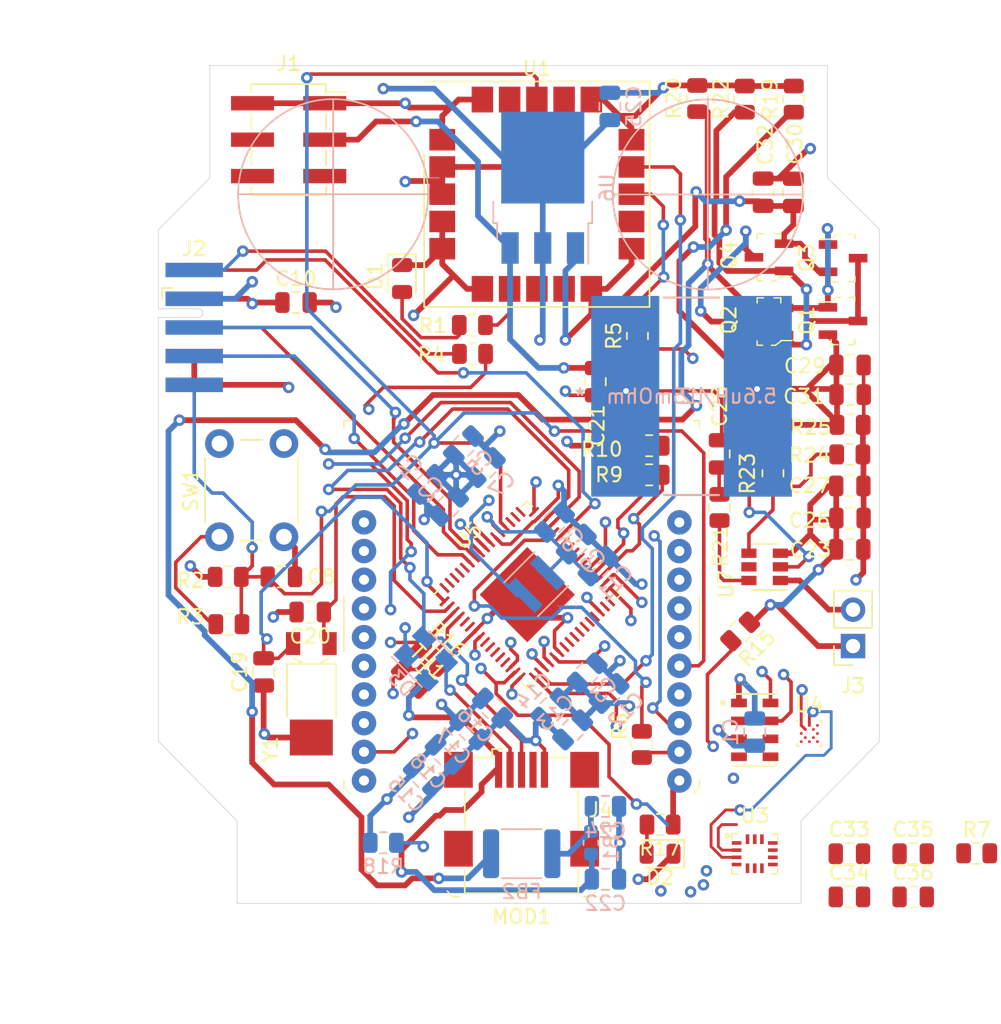
<source format=kicad_pcb>
(kicad_pcb (version 20171130) (host pcbnew 5.1.9)

  (general
    (thickness 1.6)
    (drawings 14)
    (tracks 993)
    (zones 0)
    (modules 84)
    (nets 54)
  )

  (page A4)
  (layers
    (0 F.Cu signal)
    (1 PWR power)
    (2 GND power)
    (31 B.Cu signal)
    (32 B.Adhes user)
    (33 F.Adhes user)
    (34 B.Paste user)
    (35 F.Paste user)
    (36 B.SilkS user)
    (37 F.SilkS user)
    (38 B.Mask user)
    (39 F.Mask user)
    (40 Dwgs.User user)
    (41 Cmts.User user)
    (42 Eco1.User user)
    (43 Eco2.User user)
    (44 Edge.Cuts user)
    (45 Margin user)
    (46 B.CrtYd user)
    (47 F.CrtYd user)
    (48 B.Fab user)
    (49 F.Fab user)
  )

  (setup
    (last_trace_width 0.2)
    (user_trace_width 0.2)
    (user_trace_width 0.4)
    (trace_clearance 0.127)
    (zone_clearance 0.254)
    (zone_45_only no)
    (trace_min 0.13)
    (via_size 0.8)
    (via_drill 0.4)
    (via_min_size 0.4)
    (via_min_drill 0.3)
    (blind_buried_vias_allowed yes)
    (uvia_size 0.3)
    (uvia_drill 0.1)
    (uvias_allowed yes)
    (uvia_min_size 0.2)
    (uvia_min_drill 0.1)
    (edge_width 0.05)
    (segment_width 0.2)
    (pcb_text_width 0.3)
    (pcb_text_size 1.5 1.5)
    (mod_edge_width 0.12)
    (mod_text_size 1 1)
    (mod_text_width 0.15)
    (pad_size 2 2.5)
    (pad_drill 0)
    (pad_to_mask_clearance 0.05)
    (aux_axis_origin 0 0)
    (grid_origin 116.4 66.9)
    (visible_elements FFFFFF7F)
    (pcbplotparams
      (layerselection 0x010f0_ffffffff)
      (usegerberextensions true)
      (usegerberattributes true)
      (usegerberadvancedattributes true)
      (creategerberjobfile true)
      (excludeedgelayer true)
      (linewidth 0.100000)
      (plotframeref false)
      (viasonmask false)
      (mode 1)
      (useauxorigin false)
      (hpglpennumber 1)
      (hpglpenspeed 20)
      (hpglpendiameter 15.000000)
      (psnegative false)
      (psa4output false)
      (plotreference true)
      (plotvalue false)
      (plotinvisibletext false)
      (padsonsilk true)
      (subtractmaskfromsilk false)
      (outputformat 1)
      (mirror false)
      (drillshape 0)
      (scaleselection 1)
      (outputdirectory "gerbers/"))
  )

  (net 0 "")
  (net 1 +3V3)
  (net 2 /VBUS)
  (net 3 +BATT)
  (net 4 /Power/VBUS_USB)
  (net 5 /Power/VBUS_BATT)
  (net 6 "Net-(Q2-Pad3)")
  (net 7 +5V)
  (net 8 /Brain/XOUT32)
  (net 9 /Brain/XIN32)
  (net 10 /VBattMeasure)
  (net 11 "Net-(R3-Pad2)")
  (net 12 /USB_DM)
  (net 13 /USB_DP)
  (net 14 /~SYS_RESET)
  (net 15 /Brain/SWCLK)
  (net 16 /Brain/SWDIO)
  (net 17 /XBEE_STATUS)
  (net 18 /SysTempMeasure)
  (net 19 "Net-(D2-Pad2)")
  (net 20 GND)
  (net 21 /~XBEE_ATTN)
  (net 22 /MAG_EXT_INT)
  (net 23 /IMU_EXT_INT1)
  (net 24 /IMU_EXT_INT2)
  (net 25 /I2C_SCL)
  (net 26 /I2C_SDA)
  (net 27 /GPS_USART_RX)
  (net 28 /GPS_USART_TX)
  (net 29 /Controls/GPS_PPS)
  (net 30 /MAG_DRDY)
  (net 31 "Net-(D1-Pad2)")
  (net 32 "Net-(J4-Pad6)")
  (net 33 "Net-(Q1-Pad3)")
  (net 34 /Brain/VCC_MCU_VDDCORE)
  (net 35 "Net-(C24-Pad1)")
  (net 36 "Net-(C28-Pad2)")
  (net 37 "Net-(C28-Pad1)")
  (net 38 /Brain/USART_0_RX)
  (net 39 /Brain/SWO)
  (net 40 /USART_2_TX)
  (net 41 /Brain/VCC_MCU_VSW)
  (net 42 /USART_2_RX)
  (net 43 "Net-(R4-Pad1)")
  (net 44 "Net-(R5-Pad1)")
  (net 45 "Net-(R6-Pad1)")
  (net 46 "Net-(R21-Pad1)")
  (net 47 "Net-(R23-Pad2)")
  (net 48 "Net-(C33-Pad1)")
  (net 49 "Net-(C34-Pad1)")
  (net 50 "Net-(C36-Pad1)")
  (net 51 "Net-(R7-Pad1)")
  (net 52 /Controls/ASCL)
  (net 53 /Controls/ASDA)

  (net_class Default "This is the default net class."
    (clearance 0.127)
    (trace_width 0.2)
    (via_dia 0.8)
    (via_drill 0.4)
    (uvia_dia 0.3)
    (uvia_drill 0.1)
    (add_net /Brain/SWCLK)
    (add_net /Brain/SWDIO)
    (add_net /Brain/SWO)
    (add_net /Brain/USART_0_RX)
    (add_net /Brain/VCC_MCU_VDDCORE)
    (add_net /Brain/VCC_MCU_VSW)
    (add_net /Brain/XIN32)
    (add_net /Brain/XOUT32)
    (add_net /Controls/ASCL)
    (add_net /Controls/ASDA)
    (add_net /Controls/GPS_PPS)
    (add_net /GPS_USART_RX)
    (add_net /GPS_USART_TX)
    (add_net /I2C_SCL)
    (add_net /I2C_SDA)
    (add_net /IMU_EXT_INT1)
    (add_net /IMU_EXT_INT2)
    (add_net /MAG_DRDY)
    (add_net /MAG_EXT_INT)
    (add_net /SysTempMeasure)
    (add_net /USART_2_RX)
    (add_net /USART_2_TX)
    (add_net /USB_DM)
    (add_net /USB_DP)
    (add_net /VBattMeasure)
    (add_net /XBEE_STATUS)
    (add_net /~SYS_RESET)
    (add_net /~XBEE_ATTN)
    (add_net "Net-(C28-Pad1)")
    (add_net "Net-(C28-Pad2)")
    (add_net "Net-(C33-Pad1)")
    (add_net "Net-(C34-Pad1)")
    (add_net "Net-(C36-Pad1)")
    (add_net "Net-(D1-Pad2)")
    (add_net "Net-(D2-Pad2)")
    (add_net "Net-(J4-Pad6)")
    (add_net "Net-(R21-Pad1)")
    (add_net "Net-(R23-Pad2)")
    (add_net "Net-(R3-Pad2)")
    (add_net "Net-(R4-Pad1)")
    (add_net "Net-(R5-Pad1)")
    (add_net "Net-(R6-Pad1)")
    (add_net "Net-(R7-Pad1)")
  )

  (net_class POWER ""
    (clearance 0.127)
    (trace_width 0.2)
    (via_dia 0.8)
    (via_drill 0.4)
    (uvia_dia 0.3)
    (uvia_drill 0.1)
    (add_net +3V3)
    (add_net +5V)
    (add_net +BATT)
    (add_net /Power/VBUS_BATT)
    (add_net /Power/VBUS_USB)
    (add_net /VBUS)
    (add_net GND)
    (add_net "Net-(C24-Pad1)")
    (add_net "Net-(Q1-Pad3)")
    (add_net "Net-(Q2-Pad3)")
  )

  (module Resistor_SMD:R_0805_2012Metric (layer F.Cu) (tedit 5F68FEEE) (tstamp 6040A7CE)
    (at 154.49 89.222)
    (descr "Resistor SMD 0805 (2012 Metric), square (rectangular) end terminal, IPC_7351 nominal, (Body size source: IPC-SM-782 page 72, https://www.pcb-3d.com/wordpress/wp-content/uploads/ipc-sm-782a_amendment_1_and_2.pdf), generated with kicad-footprint-generator")
    (tags resistor)
    (path /5F83D554/6047678A)
    (attr smd)
    (fp_text reference R7 (at 0 -1.65) (layer F.SilkS)
      (effects (font (size 1 1) (thickness 0.15)))
    )
    (fp_text value 50k (at 0 1.65) (layer F.Fab)
      (effects (font (size 1 1) (thickness 0.15)))
    )
    (fp_text user %R (at 0 0) (layer F.Fab)
      (effects (font (size 0.5 0.5) (thickness 0.08)))
    )
    (fp_line (start -1 0.625) (end -1 -0.625) (layer F.Fab) (width 0.1))
    (fp_line (start -1 -0.625) (end 1 -0.625) (layer F.Fab) (width 0.1))
    (fp_line (start 1 -0.625) (end 1 0.625) (layer F.Fab) (width 0.1))
    (fp_line (start 1 0.625) (end -1 0.625) (layer F.Fab) (width 0.1))
    (fp_line (start -0.227064 -0.735) (end 0.227064 -0.735) (layer F.SilkS) (width 0.12))
    (fp_line (start -0.227064 0.735) (end 0.227064 0.735) (layer F.SilkS) (width 0.12))
    (fp_line (start -1.68 0.95) (end -1.68 -0.95) (layer F.CrtYd) (width 0.05))
    (fp_line (start -1.68 -0.95) (end 1.68 -0.95) (layer F.CrtYd) (width 0.05))
    (fp_line (start 1.68 -0.95) (end 1.68 0.95) (layer F.CrtYd) (width 0.05))
    (fp_line (start 1.68 0.95) (end -1.68 0.95) (layer F.CrtYd) (width 0.05))
    (pad 2 smd roundrect (at 0.9125 0) (size 1.025 1.4) (layers F.Cu F.Paste F.Mask) (roundrect_rratio 0.243902)
      (net 50 "Net-(C36-Pad1)"))
    (pad 1 smd roundrect (at -0.9125 0) (size 1.025 1.4) (layers F.Cu F.Paste F.Mask) (roundrect_rratio 0.243902)
      (net 51 "Net-(R7-Pad1)"))
    (model ${KISYS3DMOD}/Resistor_SMD.3dshapes/R_0805_2012Metric.wrl
      (at (xyz 0 0 0))
      (scale (xyz 1 1 1))
      (rotate (xyz 0 0 0))
    )
  )

  (module Capacitor_SMD:C_0805_2012Metric (layer F.Cu) (tedit 5F68FEEE) (tstamp 6040A3A9)
    (at 150.06 92.262)
    (descr "Capacitor SMD 0805 (2012 Metric), square (rectangular) end terminal, IPC_7351 nominal, (Body size source: IPC-SM-782 page 76, https://www.pcb-3d.com/wordpress/wp-content/uploads/ipc-sm-782a_amendment_1_and_2.pdf, https://docs.google.com/spreadsheets/d/1BsfQQcO9C6DZCsRaXUlFlo91Tg2WpOkGARC1WS5S8t0/edit?usp=sharing), generated with kicad-footprint-generator")
    (tags capacitor)
    (path /5F83D554/604B7F2A)
    (attr smd)
    (fp_text reference C36 (at 0 -1.68) (layer F.SilkS)
      (effects (font (size 1 1) (thickness 0.15)))
    )
    (fp_text value 0.1uF (at 0 1.68) (layer F.Fab)
      (effects (font (size 1 1) (thickness 0.15)))
    )
    (fp_text user %R (at 0 0) (layer F.Fab)
      (effects (font (size 0.5 0.5) (thickness 0.08)))
    )
    (fp_line (start -1 0.625) (end -1 -0.625) (layer F.Fab) (width 0.1))
    (fp_line (start -1 -0.625) (end 1 -0.625) (layer F.Fab) (width 0.1))
    (fp_line (start 1 -0.625) (end 1 0.625) (layer F.Fab) (width 0.1))
    (fp_line (start 1 0.625) (end -1 0.625) (layer F.Fab) (width 0.1))
    (fp_line (start -0.261252 -0.735) (end 0.261252 -0.735) (layer F.SilkS) (width 0.12))
    (fp_line (start -0.261252 0.735) (end 0.261252 0.735) (layer F.SilkS) (width 0.12))
    (fp_line (start -1.7 0.98) (end -1.7 -0.98) (layer F.CrtYd) (width 0.05))
    (fp_line (start -1.7 -0.98) (end 1.7 -0.98) (layer F.CrtYd) (width 0.05))
    (fp_line (start 1.7 -0.98) (end 1.7 0.98) (layer F.CrtYd) (width 0.05))
    (fp_line (start 1.7 0.98) (end -1.7 0.98) (layer F.CrtYd) (width 0.05))
    (pad 2 smd roundrect (at 0.95 0) (size 1 1.45) (layers F.Cu F.Paste F.Mask) (roundrect_rratio 0.25)
      (net 20 GND))
    (pad 1 smd roundrect (at -0.95 0) (size 1 1.45) (layers F.Cu F.Paste F.Mask) (roundrect_rratio 0.25)
      (net 50 "Net-(C36-Pad1)"))
    (model ${KISYS3DMOD}/Capacitor_SMD.3dshapes/C_0805_2012Metric.wrl
      (at (xyz 0 0 0))
      (scale (xyz 1 1 1))
      (rotate (xyz 0 0 0))
    )
  )

  (module Capacitor_SMD:C_0805_2012Metric (layer F.Cu) (tedit 5F68FEEE) (tstamp 6040A398)
    (at 150.06 89.252)
    (descr "Capacitor SMD 0805 (2012 Metric), square (rectangular) end terminal, IPC_7351 nominal, (Body size source: IPC-SM-782 page 76, https://www.pcb-3d.com/wordpress/wp-content/uploads/ipc-sm-782a_amendment_1_and_2.pdf, https://docs.google.com/spreadsheets/d/1BsfQQcO9C6DZCsRaXUlFlo91Tg2WpOkGARC1WS5S8t0/edit?usp=sharing), generated with kicad-footprint-generator")
    (tags capacitor)
    (path /5F83D554/6044F215)
    (attr smd)
    (fp_text reference C35 (at 0 -1.68) (layer F.SilkS)
      (effects (font (size 1 1) (thickness 0.15)))
    )
    (fp_text value 0.1uF (at 0 1.68) (layer F.Fab)
      (effects (font (size 1 1) (thickness 0.15)))
    )
    (fp_text user %R (at 0 0) (layer F.Fab)
      (effects (font (size 0.5 0.5) (thickness 0.08)))
    )
    (fp_line (start -1 0.625) (end -1 -0.625) (layer F.Fab) (width 0.1))
    (fp_line (start -1 -0.625) (end 1 -0.625) (layer F.Fab) (width 0.1))
    (fp_line (start 1 -0.625) (end 1 0.625) (layer F.Fab) (width 0.1))
    (fp_line (start 1 0.625) (end -1 0.625) (layer F.Fab) (width 0.1))
    (fp_line (start -0.261252 -0.735) (end 0.261252 -0.735) (layer F.SilkS) (width 0.12))
    (fp_line (start -0.261252 0.735) (end 0.261252 0.735) (layer F.SilkS) (width 0.12))
    (fp_line (start -1.7 0.98) (end -1.7 -0.98) (layer F.CrtYd) (width 0.05))
    (fp_line (start -1.7 -0.98) (end 1.7 -0.98) (layer F.CrtYd) (width 0.05))
    (fp_line (start 1.7 -0.98) (end 1.7 0.98) (layer F.CrtYd) (width 0.05))
    (fp_line (start 1.7 0.98) (end -1.7 0.98) (layer F.CrtYd) (width 0.05))
    (pad 2 smd roundrect (at 0.95 0) (size 1 1.45) (layers F.Cu F.Paste F.Mask) (roundrect_rratio 0.25)
      (net 20 GND))
    (pad 1 smd roundrect (at -0.95 0) (size 1 1.45) (layers F.Cu F.Paste F.Mask) (roundrect_rratio 0.25)
      (net 1 +3V3))
    (model ${KISYS3DMOD}/Capacitor_SMD.3dshapes/C_0805_2012Metric.wrl
      (at (xyz 0 0 0))
      (scale (xyz 1 1 1))
      (rotate (xyz 0 0 0))
    )
  )

  (module Capacitor_SMD:C_0805_2012Metric (layer F.Cu) (tedit 5F68FEEE) (tstamp 6040A387)
    (at 145.61 92.262)
    (descr "Capacitor SMD 0805 (2012 Metric), square (rectangular) end terminal, IPC_7351 nominal, (Body size source: IPC-SM-782 page 76, https://www.pcb-3d.com/wordpress/wp-content/uploads/ipc-sm-782a_amendment_1_and_2.pdf, https://docs.google.com/spreadsheets/d/1BsfQQcO9C6DZCsRaXUlFlo91Tg2WpOkGARC1WS5S8t0/edit?usp=sharing), generated with kicad-footprint-generator")
    (tags capacitor)
    (path /5F83D554/604B6855)
    (attr smd)
    (fp_text reference C34 (at 0 -1.68) (layer F.SilkS)
      (effects (font (size 1 1) (thickness 0.15)))
    )
    (fp_text value 0.1uF (at 0 1.68) (layer F.Fab)
      (effects (font (size 1 1) (thickness 0.15)))
    )
    (fp_text user %R (at 0 0) (layer F.Fab)
      (effects (font (size 0.5 0.5) (thickness 0.08)))
    )
    (fp_line (start -1 0.625) (end -1 -0.625) (layer F.Fab) (width 0.1))
    (fp_line (start -1 -0.625) (end 1 -0.625) (layer F.Fab) (width 0.1))
    (fp_line (start 1 -0.625) (end 1 0.625) (layer F.Fab) (width 0.1))
    (fp_line (start 1 0.625) (end -1 0.625) (layer F.Fab) (width 0.1))
    (fp_line (start -0.261252 -0.735) (end 0.261252 -0.735) (layer F.SilkS) (width 0.12))
    (fp_line (start -0.261252 0.735) (end 0.261252 0.735) (layer F.SilkS) (width 0.12))
    (fp_line (start -1.7 0.98) (end -1.7 -0.98) (layer F.CrtYd) (width 0.05))
    (fp_line (start -1.7 -0.98) (end 1.7 -0.98) (layer F.CrtYd) (width 0.05))
    (fp_line (start 1.7 -0.98) (end 1.7 0.98) (layer F.CrtYd) (width 0.05))
    (fp_line (start 1.7 0.98) (end -1.7 0.98) (layer F.CrtYd) (width 0.05))
    (pad 2 smd roundrect (at 0.95 0) (size 1 1.45) (layers F.Cu F.Paste F.Mask) (roundrect_rratio 0.25)
      (net 20 GND))
    (pad 1 smd roundrect (at -0.95 0) (size 1 1.45) (layers F.Cu F.Paste F.Mask) (roundrect_rratio 0.25)
      (net 49 "Net-(C34-Pad1)"))
    (model ${KISYS3DMOD}/Capacitor_SMD.3dshapes/C_0805_2012Metric.wrl
      (at (xyz 0 0 0))
      (scale (xyz 1 1 1))
      (rotate (xyz 0 0 0))
    )
  )

  (module Capacitor_SMD:C_0805_2012Metric (layer F.Cu) (tedit 5F68FEEE) (tstamp 6040A376)
    (at 145.61 89.252)
    (descr "Capacitor SMD 0805 (2012 Metric), square (rectangular) end terminal, IPC_7351 nominal, (Body size source: IPC-SM-782 page 76, https://www.pcb-3d.com/wordpress/wp-content/uploads/ipc-sm-782a_amendment_1_and_2.pdf, https://docs.google.com/spreadsheets/d/1BsfQQcO9C6DZCsRaXUlFlo91Tg2WpOkGARC1WS5S8t0/edit?usp=sharing), generated with kicad-footprint-generator")
    (tags capacitor)
    (path /5F83D554/6044D2E3)
    (attr smd)
    (fp_text reference C33 (at 0 -1.68) (layer F.SilkS)
      (effects (font (size 1 1) (thickness 0.15)))
    )
    (fp_text value 0.1uF (at 0 1.68) (layer F.Fab)
      (effects (font (size 1 1) (thickness 0.15)))
    )
    (fp_text user %R (at 0 0) (layer F.Fab)
      (effects (font (size 0.5 0.5) (thickness 0.08)))
    )
    (fp_line (start -1 0.625) (end -1 -0.625) (layer F.Fab) (width 0.1))
    (fp_line (start -1 -0.625) (end 1 -0.625) (layer F.Fab) (width 0.1))
    (fp_line (start 1 -0.625) (end 1 0.625) (layer F.Fab) (width 0.1))
    (fp_line (start 1 0.625) (end -1 0.625) (layer F.Fab) (width 0.1))
    (fp_line (start -0.261252 -0.735) (end 0.261252 -0.735) (layer F.SilkS) (width 0.12))
    (fp_line (start -0.261252 0.735) (end 0.261252 0.735) (layer F.SilkS) (width 0.12))
    (fp_line (start -1.7 0.98) (end -1.7 -0.98) (layer F.CrtYd) (width 0.05))
    (fp_line (start -1.7 -0.98) (end 1.7 -0.98) (layer F.CrtYd) (width 0.05))
    (fp_line (start 1.7 -0.98) (end 1.7 0.98) (layer F.CrtYd) (width 0.05))
    (fp_line (start 1.7 0.98) (end -1.7 0.98) (layer F.CrtYd) (width 0.05))
    (pad 2 smd roundrect (at 0.95 0) (size 1 1.45) (layers F.Cu F.Paste F.Mask) (roundrect_rratio 0.25)
      (net 20 GND))
    (pad 1 smd roundrect (at -0.95 0) (size 1 1.45) (layers F.Cu F.Paste F.Mask) (roundrect_rratio 0.25)
      (net 48 "Net-(C33-Pad1)"))
    (model ${KISYS3DMOD}/Capacitor_SMD.3dshapes/C_0805_2012Metric.wrl
      (at (xyz 0 0 0))
      (scale (xyz 1 1 1))
      (rotate (xyz 0 0 0))
    )
  )

  (module Package_CSP:WLCSP-12_1.56x1.56mm_P0.4mm (layer F.Cu) (tedit 5A02EFF5) (tstamp 60402556)
    (at 142.816 80.87)
    (descr "WLCSP 12 1.56x1.56 https://ae-bst.resource.bosch.com/media/_tech/media/datasheets/BST-BMM150-DS001-01.pdf")
    (tags "BMM150 WLCSP")
    (path /5F83D554/60431F25)
    (attr smd)
    (fp_text reference U4 (at 0 -2) (layer F.SilkS)
      (effects (font (size 1 1) (thickness 0.15)))
    )
    (fp_text value BMM150 (at 0 2) (layer F.Fab)
      (effects (font (size 1 1) (thickness 0.15)))
    )
    (fp_text user %R (at 0 0) (layer F.Fab)
      (effects (font (size 0.3 0.3) (thickness 0.045)))
    )
    (fp_line (start -1.03 -1.03) (end 1.03 -1.03) (layer F.CrtYd) (width 0.05))
    (fp_line (start -1.03 1.03) (end 1.03 1.03) (layer F.CrtYd) (width 0.05))
    (fp_line (start -1.03 -1.03) (end -1.03 1.03) (layer F.CrtYd) (width 0.05))
    (fp_circle (center -0.88 -0.88) (end -0.83 -0.88) (layer F.SilkS) (width 0.1))
    (fp_line (start -0.88 0.88) (end -0.88 0.72) (layer F.SilkS) (width 0.1))
    (fp_line (start -0.78 -0.39) (end -0.39 -0.78) (layer F.Fab) (width 0.1))
    (fp_line (start -0.39 -0.78) (end 0.78 -0.78) (layer F.Fab) (width 0.1))
    (fp_line (start 0.78 0.78) (end -0.78 0.78) (layer F.Fab) (width 0.1))
    (fp_line (start 0.78 0.78) (end 0.78 -0.78) (layer F.Fab) (width 0.1))
    (fp_line (start -0.78 0.78) (end -0.78 -0.39) (layer F.Fab) (width 0.1))
    (fp_line (start -0.88 0.88) (end -0.72 0.88) (layer F.SilkS) (width 0.1))
    (fp_line (start 0.88 0.88) (end 0.88 0.72) (layer F.SilkS) (width 0.1))
    (fp_line (start 0.88 0.88) (end 0.72 0.88) (layer F.SilkS) (width 0.1))
    (fp_line (start 0.88 -0.88) (end 0.88 -0.72) (layer F.SilkS) (width 0.1))
    (fp_line (start 0.88 -0.88) (end 0.72 -0.88) (layer F.SilkS) (width 0.1))
    (fp_line (start 1.03 -1.03) (end 1.03 1.03) (layer F.CrtYd) (width 0.05))
    (pad E5 smd circle (at 0.566 0.566) (size 0.2 0.2) (layers F.Cu F.Paste F.Mask)
      (net 48 "Net-(C33-Pad1)"))
    (pad C5 smd circle (at 0.566 0) (size 0.2 0.2) (layers F.Cu F.Paste F.Mask)
      (net 20 GND))
    (pad A5 smd circle (at 0.566 -0.566) (size 0.2 0.2) (layers F.Cu F.Paste F.Mask)
      (net 20 GND))
    (pad D4 smd circle (at 0.283 0.283) (size 0.2 0.2) (layers F.Cu F.Paste F.Mask)
      (net 30 /MAG_DRDY))
    (pad B4 smd circle (at 0.283 -0.283) (size 0.2 0.2) (layers F.Cu F.Paste F.Mask)
      (net 53 /Controls/ASDA))
    (pad E3 smd circle (at 0 0.566) (size 0.2 0.2) (layers F.Cu F.Paste F.Mask)
      (net 20 GND))
    (pad A3 smd circle (at 0 -0.566) (size 0.2 0.2) (layers F.Cu F.Paste F.Mask)
      (net 52 /Controls/ASCL))
    (pad D2 smd circle (at -0.283 0.283) (size 0.2 0.2) (layers F.Cu F.Paste F.Mask)
      (net 22 /MAG_EXT_INT))
    (pad B2 smd circle (at -0.283 -0.283) (size 0.2 0.2) (layers F.Cu F.Paste F.Mask)
      (net 1 +3V3))
    (pad E1 smd circle (at -0.566 0.566) (size 0.2 0.2) (layers F.Cu F.Paste F.Mask)
      (net 20 GND))
    (pad C1 smd circle (at -0.566 0) (size 0.2 0.2) (layers F.Cu F.Paste F.Mask)
      (net 20 GND))
    (pad A1 smd circle (at -0.566 -0.566) (size 0.2 0.2) (layers F.Cu F.Paste F.Mask)
      (net 1 +3V3))
    (model ${KISYS3DMOD}/Package_CSP.3dshapes/WLCSP-12_1.56x1.56mm_P0.4mm.wrl
      (at (xyz 0 0 0))
      (scale (xyz 1 1 1))
      (rotate (xyz 0 0 0))
    )
  )

  (module digikey-footprints:BMI160 (layer F.Cu) (tedit 5D288EA8) (tstamp 60402535)
    (at 139.006 89.252)
    (descr https://ae-bst.resource.bosch.com/media/_tech/media/datasheets/BST-BMI160-DS000-07.pdf)
    (path /5F83D554/60430439)
    (attr smd)
    (fp_text reference U3 (at 0.025 -2.65) (layer F.SilkS)
      (effects (font (size 1 1) (thickness 0.15)))
    )
    (fp_text value BMI160 (at 0.11 2.37) (layer F.Fab)
      (effects (font (size 1 1) (thickness 0.15)))
    )
    (fp_text user %R (at 0 0) (layer F.Fab)
      (effects (font (size 0.5 0.5) (thickness 0.05)))
    )
    (fp_line (start 1.75 1.5) (end -1.75 1.5) (layer F.CrtYd) (width 0.05))
    (fp_line (start -1.75 -1.5) (end -1.75 1.5) (layer F.CrtYd) (width 0.05))
    (fp_line (start 1.75 -1.5) (end 1.75 1.5) (layer F.CrtYd) (width 0.05))
    (fp_line (start 1.75 -1.5) (end -1.75 -1.5) (layer F.CrtYd) (width 0.05))
    (fp_line (start 1.6 1.4) (end 1.6 1) (layer F.SilkS) (width 0.1))
    (fp_line (start 1.6 1.4) (end 1.2 1.4) (layer F.SilkS) (width 0.1))
    (fp_line (start -1.6 1.4) (end -1.2 1.4) (layer F.SilkS) (width 0.1))
    (fp_line (start -1.6 1.4) (end -1.6 1) (layer F.SilkS) (width 0.1))
    (fp_line (start -1.6 -1.4) (end -1.6 -1) (layer F.SilkS) (width 0.1))
    (fp_line (start -1.6 -1.4) (end -1.2 -1.4) (layer F.SilkS) (width 0.1))
    (fp_line (start 1.6 -1.4) (end 1.2 -1.4) (layer F.SilkS) (width 0.1))
    (fp_line (start 1.6 -1.4) (end 1.6 -1) (layer F.SilkS) (width 0.1))
    (fp_line (start -1.5 1.25) (end -1.5 -1.25) (layer F.Fab) (width 0.1))
    (fp_line (start 1.5 1.25) (end -1.5 1.25) (layer F.Fab) (width 0.1))
    (fp_line (start 1.5 -1.25) (end -1.5 -1.25) (layer F.Fab) (width 0.1))
    (fp_line (start 1.5 1.25) (end 1.5 -1.25) (layer F.Fab) (width 0.1))
    (fp_circle (center -1.9 -1.25) (end -1.9 -1.3) (layer F.SilkS) (width 0.1524))
    (pad 11 smd rect (at 1.2625 -0.75) (size 0.675 0.25) (layers F.Cu F.Paste F.Mask))
    (pad 10 smd rect (at 1.2625 -0.25) (size 0.675 0.25) (layers F.Cu F.Paste F.Mask))
    (pad 9 smd rect (at 1.2625 0.25) (size 0.675 0.25) (layers F.Cu F.Paste F.Mask)
      (net 24 /IMU_EXT_INT2))
    (pad 8 smd rect (at 1.2625 0.75) (size 0.675 0.25) (layers F.Cu F.Paste F.Mask)
      (net 49 "Net-(C34-Pad1)"))
    (pad 14 smd rect (at -0.5 -1.0125) (size 0.25 0.675) (layers F.Cu F.Paste F.Mask)
      (net 26 /I2C_SDA))
    (pad 13 smd rect (at 0 -1.0125) (size 0.25 0.675) (layers F.Cu F.Paste F.Mask)
      (net 25 /I2C_SCL))
    (pad 12 smd rect (at 0.5 -1.0125) (size 0.25 0.675) (layers F.Cu F.Paste F.Mask)
      (net 51 "Net-(R7-Pad1)"))
    (pad 7 smd rect (at 0.5 1.0125) (size 0.25 0.675) (layers F.Cu F.Paste F.Mask)
      (net 20 GND))
    (pad 6 smd rect (at 0 1.0125) (size 0.25 0.675) (layers F.Cu F.Paste F.Mask)
      (net 20 GND))
    (pad 4 smd rect (at -1.2625 0.75) (size 0.675 0.25) (layers F.Cu F.Paste F.Mask)
      (net 23 /IMU_EXT_INT1))
    (pad 3 smd rect (at -1.2625 0.25) (size 0.675 0.25) (layers F.Cu F.Paste F.Mask)
      (net 52 /Controls/ASCL))
    (pad 2 smd rect (at -1.2625 -0.25) (size 0.675 0.25) (layers F.Cu F.Paste F.Mask)
      (net 53 /Controls/ASDA))
    (pad 1 smd rect (at -1.2625 -0.75) (size 0.675 0.25) (layers F.Cu F.Paste F.Mask)
      (net 20 GND))
    (pad 5 smd rect (at -0.5 1.0125) (size 0.25 0.675) (layers F.Cu F.Paste F.Mask)
      (net 50 "Net-(C36-Pad1)"))
  )

  (module Connector_PinSocket_2.54mm:PinSocket_2x03_P2.54mm_Vertical_SMD (layer F.Cu) (tedit 5A19A41D) (tstamp 5FD5BF42)
    (at 106.494 39.468)
    (descr "surface-mounted straight socket strip, 2x03, 2.54mm pitch, double cols (from Kicad 4.0.7), script generated")
    (tags "Surface mounted socket strip SMD 2x03 2.54mm double row")
    (path /5F83D554/5FE29883)
    (attr smd)
    (fp_text reference J1 (at 0 -5.31) (layer F.SilkS)
      (effects (font (size 1 1) (thickness 0.15)))
    )
    (fp_text value ESC_SERVO_HEADER (at 0 5.31) (layer F.Fab)
      (effects (font (size 1 1) (thickness 0.15)))
    )
    (fp_line (start -4.55 4.3) (end -4.55 -4.35) (layer F.CrtYd) (width 0.05))
    (fp_line (start 4.5 4.3) (end -4.55 4.3) (layer F.CrtYd) (width 0.05))
    (fp_line (start 4.5 -4.35) (end 4.5 4.3) (layer F.CrtYd) (width 0.05))
    (fp_line (start -4.55 -4.35) (end 4.5 -4.35) (layer F.CrtYd) (width 0.05))
    (fp_line (start 3.92 2.86) (end 2.54 2.86) (layer F.Fab) (width 0.1))
    (fp_line (start 3.92 2.22) (end 3.92 2.86) (layer F.Fab) (width 0.1))
    (fp_line (start 2.54 2.22) (end 3.92 2.22) (layer F.Fab) (width 0.1))
    (fp_line (start -3.92 2.86) (end -3.92 2.22) (layer F.Fab) (width 0.1))
    (fp_line (start -2.54 2.86) (end -3.92 2.86) (layer F.Fab) (width 0.1))
    (fp_line (start -3.92 2.22) (end -2.54 2.22) (layer F.Fab) (width 0.1))
    (fp_line (start 3.92 0.32) (end 2.54 0.32) (layer F.Fab) (width 0.1))
    (fp_line (start 3.92 -0.32) (end 3.92 0.32) (layer F.Fab) (width 0.1))
    (fp_line (start 2.54 -0.32) (end 3.92 -0.32) (layer F.Fab) (width 0.1))
    (fp_line (start -3.92 0.32) (end -3.92 -0.32) (layer F.Fab) (width 0.1))
    (fp_line (start -2.54 0.32) (end -3.92 0.32) (layer F.Fab) (width 0.1))
    (fp_line (start -3.92 -0.32) (end -2.54 -0.32) (layer F.Fab) (width 0.1))
    (fp_line (start 3.92 -2.22) (end 2.54 -2.22) (layer F.Fab) (width 0.1))
    (fp_line (start 3.92 -2.86) (end 3.92 -2.22) (layer F.Fab) (width 0.1))
    (fp_line (start 2.54 -2.86) (end 3.92 -2.86) (layer F.Fab) (width 0.1))
    (fp_line (start -3.92 -2.22) (end -3.92 -2.86) (layer F.Fab) (width 0.1))
    (fp_line (start -2.54 -2.22) (end -3.92 -2.22) (layer F.Fab) (width 0.1))
    (fp_line (start -3.92 -2.86) (end -2.54 -2.86) (layer F.Fab) (width 0.1))
    (fp_line (start -2.54 3.81) (end -2.54 -3.81) (layer F.Fab) (width 0.1))
    (fp_line (start 2.54 3.81) (end -2.54 3.81) (layer F.Fab) (width 0.1))
    (fp_line (start 2.54 -2.81) (end 2.54 3.81) (layer F.Fab) (width 0.1))
    (fp_line (start 1.54 -3.81) (end 2.54 -2.81) (layer F.Fab) (width 0.1))
    (fp_line (start -2.54 -3.81) (end 1.54 -3.81) (layer F.Fab) (width 0.1))
    (fp_line (start 2.6 -3.3) (end 3.96 -3.3) (layer F.SilkS) (width 0.12))
    (fp_line (start -2.6 3.3) (end -2.6 3.87) (layer F.SilkS) (width 0.12))
    (fp_line (start -2.6 0.76) (end -2.6 1.78) (layer F.SilkS) (width 0.12))
    (fp_line (start -2.6 -1.78) (end -2.6 -0.76) (layer F.SilkS) (width 0.12))
    (fp_line (start -2.6 -3.87) (end -2.6 -3.3) (layer F.SilkS) (width 0.12))
    (fp_line (start -2.6 3.87) (end 2.6 3.87) (layer F.SilkS) (width 0.12))
    (fp_line (start 2.6 3.3) (end 2.6 3.87) (layer F.SilkS) (width 0.12))
    (fp_line (start 2.6 0.76) (end 2.6 1.78) (layer F.SilkS) (width 0.12))
    (fp_line (start 2.6 -1.78) (end 2.6 -0.76) (layer F.SilkS) (width 0.12))
    (fp_line (start 2.6 -3.87) (end 2.6 -3.3) (layer F.SilkS) (width 0.12))
    (fp_line (start -2.6 -3.87) (end 2.6 -3.87) (layer F.SilkS) (width 0.12))
    (fp_text user %R (at 0 0 90) (layer F.Fab)
      (effects (font (size 1 1) (thickness 0.15)))
    )
    (pad 6 smd rect (at -2.52 2.54) (size 3 1) (layers F.Cu F.Paste F.Mask))
    (pad 5 smd rect (at 2.52 2.54) (size 3 1) (layers F.Cu F.Paste F.Mask))
    (pad 4 smd rect (at -2.52 0) (size 3 1) (layers F.Cu F.Paste F.Mask))
    (pad 3 smd rect (at 2.52 0) (size 3 1) (layers F.Cu F.Paste F.Mask)
      (net 7 +5V))
    (pad 2 smd rect (at -2.52 -2.54) (size 3 1) (layers F.Cu F.Paste F.Mask)
      (net 20 GND))
    (pad 1 smd rect (at 2.52 -2.54) (size 3 1) (layers F.Cu F.Paste F.Mask)
      (net 20 GND))
    (model ${KISYS3DMOD}/Connector_PinSocket_2.54mm.3dshapes/PinSocket_2x03_P2.54mm_Vertical_SMD.wrl
      (at (xyz 0 0 0))
      (scale (xyz 1 1 1))
      (rotate (xyz 0 0 0))
    )
  )

  (module Button_Switch_THT:SW_PUSH_6mm_H5mm (layer F.Cu) (tedit 5FD402E3) (tstamp 5FD55DB9)
    (at 101.668 67.154 90)
    (descr "tactile push button, 6x6mm e.g. PHAP33xx series, height=5mm")
    (tags "tact sw push 6mm")
    (path /5F7734A5/601E3B43)
    (fp_text reference SW1 (at 3.25 -2 90) (layer F.SilkS)
      (effects (font (size 1 1) (thickness 0.15)))
    )
    (fp_text value ~RST_BTN (at 3.75 6.7 90) (layer F.Fab)
      (effects (font (size 1 1) (thickness 0.15)))
    )
    (fp_circle (center 3.25 2.25) (end 1.25 2.5) (layer F.Fab) (width 0.1))
    (fp_line (start 6.75 3) (end 6.75 1.5) (layer F.SilkS) (width 0.12))
    (fp_line (start 5.5 -1) (end 1 -1) (layer F.SilkS) (width 0.12))
    (fp_line (start -0.25 1.5) (end -0.25 3) (layer F.SilkS) (width 0.12))
    (fp_line (start 1 5.5) (end 5.5 5.5) (layer F.SilkS) (width 0.12))
    (fp_line (start 8 -1.25) (end 8 5.75) (layer F.CrtYd) (width 0.05))
    (fp_line (start 7.75 6) (end -1.25 6) (layer F.CrtYd) (width 0.05))
    (fp_line (start -1.5 5.75) (end -1.5 -1.25) (layer F.CrtYd) (width 0.05))
    (fp_line (start -1.25 -1.5) (end 7.75 -1.5) (layer F.CrtYd) (width 0.05))
    (fp_line (start -1.5 6) (end -1.25 6) (layer F.CrtYd) (width 0.05))
    (fp_line (start -1.5 5.75) (end -1.5 6) (layer F.CrtYd) (width 0.05))
    (fp_line (start -1.5 -1.5) (end -1.25 -1.5) (layer F.CrtYd) (width 0.05))
    (fp_line (start -1.5 -1.25) (end -1.5 -1.5) (layer F.CrtYd) (width 0.05))
    (fp_line (start 8 -1.5) (end 8 -1.25) (layer F.CrtYd) (width 0.05))
    (fp_line (start 7.75 -1.5) (end 8 -1.5) (layer F.CrtYd) (width 0.05))
    (fp_line (start 8 6) (end 8 5.75) (layer F.CrtYd) (width 0.05))
    (fp_line (start 7.75 6) (end 8 6) (layer F.CrtYd) (width 0.05))
    (fp_line (start 0.25 -0.75) (end 3.25 -0.75) (layer F.Fab) (width 0.1))
    (fp_line (start 0.25 5.25) (end 0.25 -0.75) (layer F.Fab) (width 0.1))
    (fp_line (start 6.25 5.25) (end 0.25 5.25) (layer F.Fab) (width 0.1))
    (fp_line (start 6.25 -0.75) (end 6.25 5.25) (layer F.Fab) (width 0.1))
    (fp_line (start 3.25 -0.75) (end 6.25 -0.75) (layer F.Fab) (width 0.1))
    (fp_text user %R (at 3.25 2.25 90) (layer F.Fab)
      (effects (font (size 1 1) (thickness 0.15)))
    )
    (pad 1 thru_hole circle (at 6.5 0 180) (size 2 2) (drill 1.1) (layers *.Cu *.Mask)
      (net 11 "Net-(R3-Pad2)"))
    (pad 2 thru_hole circle (at 6.5 4.5 180) (size 2 2) (drill 1.1) (layers *.Cu *.Mask)
      (net 20 GND))
    (pad 1 thru_hole circle (at 0 0 180) (size 2 2) (drill 1.1) (layers *.Cu *.Mask)
      (net 11 "Net-(R3-Pad2)"))
    (pad 2 thru_hole circle (at 0 4.5 180) (size 2 2) (drill 1.1) (layers *.Cu *.Mask)
      (net 20 GND))
    (model ${KISYS3DMOD}/Button_Switch_THT.3dshapes/SW_PUSH_6mm_H5mm.wrl
      (at (xyz 0 0 0))
      (scale (xyz 1 1 1))
      (rotate (xyz 0 0 0))
    )
  )

  (module Resistor_SMD:R_0805_2012Metric (layer F.Cu) (tedit 5F68FEEE) (tstamp 5FD55C6A)
    (at 131.132 81.632 270)
    (descr "Resistor SMD 0805 (2012 Metric), square (rectangular) end terminal, IPC_7351 nominal, (Body size source: IPC-SM-782 page 72, https://www.pcb-3d.com/wordpress/wp-content/uploads/ipc-sm-782a_amendment_1_and_2.pdf), generated with kicad-footprint-generator")
    (tags resistor)
    (path /5F7734A5/6039A35B)
    (attr smd)
    (fp_text reference R6 (at -1.27 1.524 90) (layer F.SilkS)
      (effects (font (size 1 1) (thickness 0.15)))
    )
    (fp_text value 330R (at 0 1.65 90) (layer F.Fab)
      (effects (font (size 1 1) (thickness 0.15)))
    )
    (fp_line (start 1.68 0.95) (end -1.68 0.95) (layer F.CrtYd) (width 0.05))
    (fp_line (start 1.68 -0.95) (end 1.68 0.95) (layer F.CrtYd) (width 0.05))
    (fp_line (start -1.68 -0.95) (end 1.68 -0.95) (layer F.CrtYd) (width 0.05))
    (fp_line (start -1.68 0.95) (end -1.68 -0.95) (layer F.CrtYd) (width 0.05))
    (fp_line (start -0.227064 0.735) (end 0.227064 0.735) (layer F.SilkS) (width 0.12))
    (fp_line (start -0.227064 -0.735) (end 0.227064 -0.735) (layer F.SilkS) (width 0.12))
    (fp_line (start 1 0.625) (end -1 0.625) (layer F.Fab) (width 0.1))
    (fp_line (start 1 -0.625) (end 1 0.625) (layer F.Fab) (width 0.1))
    (fp_line (start -1 -0.625) (end 1 -0.625) (layer F.Fab) (width 0.1))
    (fp_line (start -1 0.625) (end -1 -0.625) (layer F.Fab) (width 0.1))
    (fp_text user %R (at 0 0 90) (layer F.Fab)
      (effects (font (size 0.5 0.5) (thickness 0.08)))
    )
    (pad 2 smd roundrect (at 0.9125 0 270) (size 1.025 1.4) (layers F.Cu F.Paste F.Mask) (roundrect_rratio 0.243902)
      (net 42 /USART_2_RX))
    (pad 1 smd roundrect (at -0.9125 0 270) (size 1.025 1.4) (layers F.Cu F.Paste F.Mask) (roundrect_rratio 0.243902)
      (net 45 "Net-(R6-Pad1)"))
    (model ${KISYS3DMOD}/Resistor_SMD.3dshapes/R_0805_2012Metric.wrl
      (at (xyz 0 0 0))
      (scale (xyz 1 1 1))
      (rotate (xyz 0 0 0))
    )
  )

  (module Resistor_SMD:R_0805_2012Metric (layer F.Cu) (tedit 5F68FEEE) (tstamp 5FD55C59)
    (at 130.825 53.15 90)
    (descr "Resistor SMD 0805 (2012 Metric), square (rectangular) end terminal, IPC_7351 nominal, (Body size source: IPC-SM-782 page 72, https://www.pcb-3d.com/wordpress/wp-content/uploads/ipc-sm-782a_amendment_1_and_2.pdf), generated with kicad-footprint-generator")
    (tags resistor)
    (path /5F7734A5/60361782)
    (attr smd)
    (fp_text reference R5 (at 0 -1.65 90) (layer F.SilkS)
      (effects (font (size 1 1) (thickness 0.15)))
    )
    (fp_text value 330R (at 0 1.65 90) (layer F.Fab)
      (effects (font (size 1 1) (thickness 0.15)))
    )
    (fp_line (start 1.68 0.95) (end -1.68 0.95) (layer F.CrtYd) (width 0.05))
    (fp_line (start 1.68 -0.95) (end 1.68 0.95) (layer F.CrtYd) (width 0.05))
    (fp_line (start -1.68 -0.95) (end 1.68 -0.95) (layer F.CrtYd) (width 0.05))
    (fp_line (start -1.68 0.95) (end -1.68 -0.95) (layer F.CrtYd) (width 0.05))
    (fp_line (start -0.227064 0.735) (end 0.227064 0.735) (layer F.SilkS) (width 0.12))
    (fp_line (start -0.227064 -0.735) (end 0.227064 -0.735) (layer F.SilkS) (width 0.12))
    (fp_line (start 1 0.625) (end -1 0.625) (layer F.Fab) (width 0.1))
    (fp_line (start 1 -0.625) (end 1 0.625) (layer F.Fab) (width 0.1))
    (fp_line (start -1 -0.625) (end 1 -0.625) (layer F.Fab) (width 0.1))
    (fp_line (start -1 0.625) (end -1 -0.625) (layer F.Fab) (width 0.1))
    (fp_text user %R (at 0 0 90) (layer F.Fab)
      (effects (font (size 0.5 0.5) (thickness 0.08)))
    )
    (pad 2 smd roundrect (at 0.9125 0 90) (size 1.025 1.4) (layers F.Cu F.Paste F.Mask) (roundrect_rratio 0.243902)
      (net 28 /GPS_USART_TX))
    (pad 1 smd roundrect (at -0.9125 0 90) (size 1.025 1.4) (layers F.Cu F.Paste F.Mask) (roundrect_rratio 0.243902)
      (net 44 "Net-(R5-Pad1)"))
    (model ${KISYS3DMOD}/Resistor_SMD.3dshapes/R_0805_2012Metric.wrl
      (at (xyz 0 0 0))
      (scale (xyz 1 1 1))
      (rotate (xyz 0 0 0))
    )
  )

  (module Resistor_SMD:R_0805_2012Metric (layer F.Cu) (tedit 5F68FEEE) (tstamp 5FD55C48)
    (at 119.32 54.4 180)
    (descr "Resistor SMD 0805 (2012 Metric), square (rectangular) end terminal, IPC_7351 nominal, (Body size source: IPC-SM-782 page 72, https://www.pcb-3d.com/wordpress/wp-content/uploads/ipc-sm-782a_amendment_1_and_2.pdf), generated with kicad-footprint-generator")
    (tags resistor)
    (path /5F7734A5/60333622)
    (attr smd)
    (fp_text reference R4 (at 2.85 -0.075) (layer F.SilkS)
      (effects (font (size 1 1) (thickness 0.15)))
    )
    (fp_text value 330R (at 0 1.65) (layer F.Fab)
      (effects (font (size 1 1) (thickness 0.15)))
    )
    (fp_line (start 1.68 0.95) (end -1.68 0.95) (layer F.CrtYd) (width 0.05))
    (fp_line (start 1.68 -0.95) (end 1.68 0.95) (layer F.CrtYd) (width 0.05))
    (fp_line (start -1.68 -0.95) (end 1.68 -0.95) (layer F.CrtYd) (width 0.05))
    (fp_line (start -1.68 0.95) (end -1.68 -0.95) (layer F.CrtYd) (width 0.05))
    (fp_line (start -0.227064 0.735) (end 0.227064 0.735) (layer F.SilkS) (width 0.12))
    (fp_line (start -0.227064 -0.735) (end 0.227064 -0.735) (layer F.SilkS) (width 0.12))
    (fp_line (start 1 0.625) (end -1 0.625) (layer F.Fab) (width 0.1))
    (fp_line (start 1 -0.625) (end 1 0.625) (layer F.Fab) (width 0.1))
    (fp_line (start -1 -0.625) (end 1 -0.625) (layer F.Fab) (width 0.1))
    (fp_line (start -1 0.625) (end -1 -0.625) (layer F.Fab) (width 0.1))
    (fp_text user %R (at 0 0) (layer F.Fab)
      (effects (font (size 0.5 0.5) (thickness 0.08)))
    )
    (pad 2 smd roundrect (at 0.9125 0 180) (size 1.025 1.4) (layers F.Cu F.Paste F.Mask) (roundrect_rratio 0.243902)
      (net 38 /Brain/USART_0_RX))
    (pad 1 smd roundrect (at -0.9125 0 180) (size 1.025 1.4) (layers F.Cu F.Paste F.Mask) (roundrect_rratio 0.243902)
      (net 43 "Net-(R4-Pad1)"))
    (model ${KISYS3DMOD}/Resistor_SMD.3dshapes/R_0805_2012Metric.wrl
      (at (xyz 0 0 0))
      (scale (xyz 1 1 1))
      (rotate (xyz 0 0 0))
    )
  )

  (module Resistor_SMD:R_0805_2012Metric (layer F.Cu) (tedit 5F68FEEE) (tstamp 5FD55C37)
    (at 102.3265 73.25 180)
    (descr "Resistor SMD 0805 (2012 Metric), square (rectangular) end terminal, IPC_7351 nominal, (Body size source: IPC-SM-782 page 72, https://www.pcb-3d.com/wordpress/wp-content/uploads/ipc-sm-782a_amendment_1_and_2.pdf), generated with kicad-footprint-generator")
    (tags resistor)
    (path /5F7734A5/601A6EA8)
    (attr smd)
    (fp_text reference R3 (at 2.6905 0.508) (layer F.SilkS)
      (effects (font (size 1 1) (thickness 0.15)))
    )
    (fp_text value 39R (at 0 1.65) (layer F.Fab)
      (effects (font (size 1 1) (thickness 0.15)))
    )
    (fp_line (start 1.68 0.95) (end -1.68 0.95) (layer F.CrtYd) (width 0.05))
    (fp_line (start 1.68 -0.95) (end 1.68 0.95) (layer F.CrtYd) (width 0.05))
    (fp_line (start -1.68 -0.95) (end 1.68 -0.95) (layer F.CrtYd) (width 0.05))
    (fp_line (start -1.68 0.95) (end -1.68 -0.95) (layer F.CrtYd) (width 0.05))
    (fp_line (start -0.227064 0.735) (end 0.227064 0.735) (layer F.SilkS) (width 0.12))
    (fp_line (start -0.227064 -0.735) (end 0.227064 -0.735) (layer F.SilkS) (width 0.12))
    (fp_line (start 1 0.625) (end -1 0.625) (layer F.Fab) (width 0.1))
    (fp_line (start 1 -0.625) (end 1 0.625) (layer F.Fab) (width 0.1))
    (fp_line (start -1 -0.625) (end 1 -0.625) (layer F.Fab) (width 0.1))
    (fp_line (start -1 0.625) (end -1 -0.625) (layer F.Fab) (width 0.1))
    (fp_text user %R (at 0 0) (layer F.Fab)
      (effects (font (size 0.5 0.5) (thickness 0.08)))
    )
    (pad 2 smd roundrect (at 0.9125 0 180) (size 1.025 1.4) (layers F.Cu F.Paste F.Mask) (roundrect_rratio 0.243902)
      (net 11 "Net-(R3-Pad2)"))
    (pad 1 smd roundrect (at -0.9125 0 180) (size 1.025 1.4) (layers F.Cu F.Paste F.Mask) (roundrect_rratio 0.243902)
      (net 14 /~SYS_RESET))
    (model ${KISYS3DMOD}/Resistor_SMD.3dshapes/R_0805_2012Metric.wrl
      (at (xyz 0 0 0))
      (scale (xyz 1 1 1))
      (rotate (xyz 0 0 0))
    )
  )

  (module Resistor_SMD:R_0805_2012Metric (layer F.Cu) (tedit 5F68FEEE) (tstamp 5FD55C26)
    (at 102.2795 69.948)
    (descr "Resistor SMD 0805 (2012 Metric), square (rectangular) end terminal, IPC_7351 nominal, (Body size source: IPC-SM-782 page 72, https://www.pcb-3d.com/wordpress/wp-content/uploads/ipc-sm-782a_amendment_1_and_2.pdf), generated with kicad-footprint-generator")
    (tags resistor)
    (path /5F7734A5/601A682F)
    (attr smd)
    (fp_text reference R2 (at -2.6435 0.254) (layer F.SilkS)
      (effects (font (size 1 1) (thickness 0.15)))
    )
    (fp_text value 100k (at 0 1.65) (layer F.Fab)
      (effects (font (size 1 1) (thickness 0.15)))
    )
    (fp_line (start 1.68 0.95) (end -1.68 0.95) (layer F.CrtYd) (width 0.05))
    (fp_line (start 1.68 -0.95) (end 1.68 0.95) (layer F.CrtYd) (width 0.05))
    (fp_line (start -1.68 -0.95) (end 1.68 -0.95) (layer F.CrtYd) (width 0.05))
    (fp_line (start -1.68 0.95) (end -1.68 -0.95) (layer F.CrtYd) (width 0.05))
    (fp_line (start -0.227064 0.735) (end 0.227064 0.735) (layer F.SilkS) (width 0.12))
    (fp_line (start -0.227064 -0.735) (end 0.227064 -0.735) (layer F.SilkS) (width 0.12))
    (fp_line (start 1 0.625) (end -1 0.625) (layer F.Fab) (width 0.1))
    (fp_line (start 1 -0.625) (end 1 0.625) (layer F.Fab) (width 0.1))
    (fp_line (start -1 -0.625) (end 1 -0.625) (layer F.Fab) (width 0.1))
    (fp_line (start -1 0.625) (end -1 -0.625) (layer F.Fab) (width 0.1))
    (fp_text user %R (at 0 0) (layer F.Fab)
      (effects (font (size 0.5 0.5) (thickness 0.08)))
    )
    (pad 2 smd roundrect (at 0.9125 0) (size 1.025 1.4) (layers F.Cu F.Paste F.Mask) (roundrect_rratio 0.243902)
      (net 14 /~SYS_RESET))
    (pad 1 smd roundrect (at -0.9125 0) (size 1.025 1.4) (layers F.Cu F.Paste F.Mask) (roundrect_rratio 0.243902)
      (net 1 +3V3))
    (model ${KISYS3DMOD}/Resistor_SMD.3dshapes/R_0805_2012Metric.wrl
      (at (xyz 0 0 0))
      (scale (xyz 1 1 1))
      (rotate (xyz 0 0 0))
    )
  )

  (module plib:IND_LQH3NPZ100MMEL (layer B.Cu) (tedit 5FBC5A67) (tstamp 5FD55AA5)
    (at 123.766 70.456 45)
    (path /5F7734A5/5FFE50DF)
    (fp_text reference L1 (at 0.395 2.635 45) (layer B.SilkS)
      (effects (font (size 1 1) (thickness 0.015)) (justify mirror))
    )
    (fp_text value LQH3NPN100MJ0 (at 8.65 -2.635 45) (layer B.Fab)
      (effects (font (size 1 1) (thickness 0.015)) (justify mirror))
    )
    (fp_line (start -1.75 -1.75) (end -1.75 1.75) (layer B.CrtYd) (width 0.05))
    (fp_line (start 1.75 -1.75) (end -1.75 -1.75) (layer B.CrtYd) (width 0.05))
    (fp_line (start 1.75 1.75) (end 1.75 -1.75) (layer B.CrtYd) (width 0.05))
    (fp_line (start -1.75 1.75) (end 1.75 1.75) (layer B.CrtYd) (width 0.05))
    (fp_line (start -1.5 -1.67) (end 1.5 -1.67) (layer B.SilkS) (width 0.127))
    (fp_line (start -1.5 1.67) (end 1.5 1.67) (layer B.SilkS) (width 0.127))
    (fp_line (start -1.5 -1.5) (end -1.5 1.5) (layer B.Fab) (width 0.127))
    (fp_line (start 1.5 -1.5) (end -1.5 -1.5) (layer B.Fab) (width 0.127))
    (fp_line (start 1.5 1.5) (end 1.5 -1.5) (layer B.Fab) (width 0.127))
    (fp_line (start -1.5 1.5) (end 1.5 1.5) (layer B.Fab) (width 0.127))
    (pad 2 smd rect (at 1.1 0 45) (size 0.8 2.7) (layers B.Cu B.Paste B.Mask)
      (net 34 /Brain/VCC_MCU_VDDCORE))
    (pad 1 smd rect (at -1.1 0 45) (size 0.8 2.7) (layers B.Cu B.Paste B.Mask)
      (net 41 /Brain/VCC_MCU_VSW))
  )

  (module Capacitor_SMD:C_0805_2012Metric (layer B.Cu) (tedit 5F68FEEE) (tstamp 5FD557DD)
    (at 117.416 82.328 315)
    (descr "Capacitor SMD 0805 (2012 Metric), square (rectangular) end terminal, IPC_7351 nominal, (Body size source: IPC-SM-782 page 76, https://www.pcb-3d.com/wordpress/wp-content/uploads/ipc-sm-782a_amendment_1_and_2.pdf, https://docs.google.com/spreadsheets/d/1BsfQQcO9C6DZCsRaXUlFlo91Tg2WpOkGARC1WS5S8t0/edit?usp=sharing), generated with kicad-footprint-generator")
    (tags capacitor)
    (path /5F7734A5/6003B59B)
    (attr smd)
    (fp_text reference C18 (at 0 1.68 135) (layer B.SilkS)
      (effects (font (size 1 1) (thickness 0.15)) (justify mirror))
    )
    (fp_text value 1uF (at 0 -1.68 135) (layer B.Fab)
      (effects (font (size 1 1) (thickness 0.15)) (justify mirror))
    )
    (fp_line (start 1.7 -0.98) (end -1.7 -0.98) (layer B.CrtYd) (width 0.05))
    (fp_line (start 1.7 0.98) (end 1.7 -0.98) (layer B.CrtYd) (width 0.05))
    (fp_line (start -1.7 0.98) (end 1.7 0.98) (layer B.CrtYd) (width 0.05))
    (fp_line (start -1.7 -0.98) (end -1.7 0.98) (layer B.CrtYd) (width 0.05))
    (fp_line (start -0.261252 -0.735) (end 0.261252 -0.735) (layer B.SilkS) (width 0.12))
    (fp_line (start -0.261252 0.735) (end 0.261252 0.735) (layer B.SilkS) (width 0.12))
    (fp_line (start 1 -0.625) (end -1 -0.625) (layer B.Fab) (width 0.1))
    (fp_line (start 1 0.625) (end 1 -0.625) (layer B.Fab) (width 0.1))
    (fp_line (start -1 0.625) (end 1 0.625) (layer B.Fab) (width 0.1))
    (fp_line (start -1 -0.625) (end -1 0.625) (layer B.Fab) (width 0.1))
    (fp_text user %R (at 0 0 135) (layer B.Fab)
      (effects (font (size 0.5 0.5) (thickness 0.08)) (justify mirror))
    )
    (pad 2 smd roundrect (at 0.95 0 315) (size 1 1.45) (layers B.Cu B.Paste B.Mask) (roundrect_rratio 0.25)
      (net 20 GND))
    (pad 1 smd roundrect (at -0.95 0 315) (size 1 1.45) (layers B.Cu B.Paste B.Mask) (roundrect_rratio 0.25)
      (net 1 +3V3))
    (model ${KISYS3DMOD}/Capacitor_SMD.3dshapes/C_0805_2012Metric.wrl
      (at (xyz 0 0 0))
      (scale (xyz 1 1 1))
      (rotate (xyz 0 0 0))
    )
  )

  (module Capacitor_SMD:C_0805_2012Metric (layer B.Cu) (tedit 5F68FEEE) (tstamp 5FD557CC)
    (at 119.128 80.616 315)
    (descr "Capacitor SMD 0805 (2012 Metric), square (rectangular) end terminal, IPC_7351 nominal, (Body size source: IPC-SM-782 page 76, https://www.pcb-3d.com/wordpress/wp-content/uploads/ipc-sm-782a_amendment_1_and_2.pdf, https://docs.google.com/spreadsheets/d/1BsfQQcO9C6DZCsRaXUlFlo91Tg2WpOkGARC1WS5S8t0/edit?usp=sharing), generated with kicad-footprint-generator")
    (tags capacitor)
    (path /5F7734A5/60036580)
    (attr smd)
    (fp_text reference C17 (at 0 1.679999 315) (layer B.SilkS)
      (effects (font (size 1 1) (thickness 0.15)) (justify mirror))
    )
    (fp_text value 1uF (at 0 -1.679999 315) (layer B.Fab)
      (effects (font (size 1 1) (thickness 0.15)) (justify mirror))
    )
    (fp_line (start 1.7 -0.98) (end -1.7 -0.98) (layer B.CrtYd) (width 0.05))
    (fp_line (start 1.7 0.98) (end 1.7 -0.98) (layer B.CrtYd) (width 0.05))
    (fp_line (start -1.7 0.98) (end 1.7 0.98) (layer B.CrtYd) (width 0.05))
    (fp_line (start -1.7 -0.98) (end -1.7 0.98) (layer B.CrtYd) (width 0.05))
    (fp_line (start -0.261252 -0.735) (end 0.261252 -0.735) (layer B.SilkS) (width 0.12))
    (fp_line (start -0.261252 0.735) (end 0.261252 0.735) (layer B.SilkS) (width 0.12))
    (fp_line (start 1 -0.625) (end -1 -0.625) (layer B.Fab) (width 0.1))
    (fp_line (start 1 0.625) (end 1 -0.625) (layer B.Fab) (width 0.1))
    (fp_line (start -1 0.625) (end 1 0.625) (layer B.Fab) (width 0.1))
    (fp_line (start -1 -0.625) (end -1 0.625) (layer B.Fab) (width 0.1))
    (fp_text user %R (at 0 0 315) (layer B.Fab)
      (effects (font (size 0.5 0.5) (thickness 0.08)) (justify mirror))
    )
    (pad 2 smd roundrect (at 0.95 0 315) (size 1 1.45) (layers B.Cu B.Paste B.Mask) (roundrect_rratio 0.25)
      (net 20 GND))
    (pad 1 smd roundrect (at -0.95 0 315) (size 1 1.45) (layers B.Cu B.Paste B.Mask) (roundrect_rratio 0.25)
      (net 1 +3V3))
    (model ${KISYS3DMOD}/Capacitor_SMD.3dshapes/C_0805_2012Metric.wrl
      (at (xyz 0 0 0))
      (scale (xyz 1 1 1))
      (rotate (xyz 0 0 0))
    )
  )

  (module Capacitor_SMD:C_0805_2012Metric (layer B.Cu) (tedit 5F68FEEE) (tstamp 5FD557BB)
    (at 120.718 79.092 315)
    (descr "Capacitor SMD 0805 (2012 Metric), square (rectangular) end terminal, IPC_7351 nominal, (Body size source: IPC-SM-782 page 76, https://www.pcb-3d.com/wordpress/wp-content/uploads/ipc-sm-782a_amendment_1_and_2.pdf, https://docs.google.com/spreadsheets/d/1BsfQQcO9C6DZCsRaXUlFlo91Tg2WpOkGARC1WS5S8t0/edit?usp=sharing), generated with kicad-footprint-generator")
    (tags capacitor)
    (path /5F7734A5/60035B68)
    (attr smd)
    (fp_text reference C16 (at 0 1.679999 315) (layer B.SilkS)
      (effects (font (size 1 1) (thickness 0.15)) (justify mirror))
    )
    (fp_text value 1uF (at 0 -1.679999 315) (layer B.Fab)
      (effects (font (size 1 1) (thickness 0.15)) (justify mirror))
    )
    (fp_line (start 1.7 -0.98) (end -1.7 -0.98) (layer B.CrtYd) (width 0.05))
    (fp_line (start 1.7 0.98) (end 1.7 -0.98) (layer B.CrtYd) (width 0.05))
    (fp_line (start -1.7 0.98) (end 1.7 0.98) (layer B.CrtYd) (width 0.05))
    (fp_line (start -1.7 -0.98) (end -1.7 0.98) (layer B.CrtYd) (width 0.05))
    (fp_line (start -0.261252 -0.735) (end 0.261252 -0.735) (layer B.SilkS) (width 0.12))
    (fp_line (start -0.261252 0.735) (end 0.261252 0.735) (layer B.SilkS) (width 0.12))
    (fp_line (start 1 -0.625) (end -1 -0.625) (layer B.Fab) (width 0.1))
    (fp_line (start 1 0.625) (end 1 -0.625) (layer B.Fab) (width 0.1))
    (fp_line (start -1 0.625) (end 1 0.625) (layer B.Fab) (width 0.1))
    (fp_line (start -1 -0.625) (end -1 0.625) (layer B.Fab) (width 0.1))
    (fp_text user %R (at 0 0 315) (layer B.Fab)
      (effects (font (size 0.5 0.5) (thickness 0.08)) (justify mirror))
    )
    (pad 2 smd roundrect (at 0.95 0 315) (size 1 1.45) (layers B.Cu B.Paste B.Mask) (roundrect_rratio 0.25)
      (net 20 GND))
    (pad 1 smd roundrect (at -0.95 0 315) (size 1 1.45) (layers B.Cu B.Paste B.Mask) (roundrect_rratio 0.25)
      (net 1 +3V3))
    (model ${KISYS3DMOD}/Capacitor_SMD.3dshapes/C_0805_2012Metric.wrl
      (at (xyz 0 0 0))
      (scale (xyz 1 1 1))
      (rotate (xyz 0 0 0))
    )
  )

  (module Capacitor_SMD:C_0805_2012Metric (layer B.Cu) (tedit 5F68FEEE) (tstamp 5FD557AA)
    (at 115.892 83.918 315)
    (descr "Capacitor SMD 0805 (2012 Metric), square (rectangular) end terminal, IPC_7351 nominal, (Body size source: IPC-SM-782 page 76, https://www.pcb-3d.com/wordpress/wp-content/uploads/ipc-sm-782a_amendment_1_and_2.pdf, https://docs.google.com/spreadsheets/d/1BsfQQcO9C6DZCsRaXUlFlo91Tg2WpOkGARC1WS5S8t0/edit?usp=sharing), generated with kicad-footprint-generator")
    (tags capacitor)
    (path /5F7734A5/600B4FC7)
    (attr smd)
    (fp_text reference C15 (at 0 1.679999 315) (layer B.SilkS)
      (effects (font (size 1 1) (thickness 0.15)) (justify mirror))
    )
    (fp_text value 1uF (at 0 -1.679999 315) (layer B.Fab)
      (effects (font (size 1 1) (thickness 0.15)) (justify mirror))
    )
    (fp_line (start 1.7 -0.98) (end -1.7 -0.98) (layer B.CrtYd) (width 0.05))
    (fp_line (start 1.7 0.98) (end 1.7 -0.98) (layer B.CrtYd) (width 0.05))
    (fp_line (start -1.7 0.98) (end 1.7 0.98) (layer B.CrtYd) (width 0.05))
    (fp_line (start -1.7 -0.98) (end -1.7 0.98) (layer B.CrtYd) (width 0.05))
    (fp_line (start -0.261252 -0.735) (end 0.261252 -0.735) (layer B.SilkS) (width 0.12))
    (fp_line (start -0.261252 0.735) (end 0.261252 0.735) (layer B.SilkS) (width 0.12))
    (fp_line (start 1 -0.625) (end -1 -0.625) (layer B.Fab) (width 0.1))
    (fp_line (start 1 0.625) (end 1 -0.625) (layer B.Fab) (width 0.1))
    (fp_line (start -1 0.625) (end 1 0.625) (layer B.Fab) (width 0.1))
    (fp_line (start -1 -0.625) (end -1 0.625) (layer B.Fab) (width 0.1))
    (fp_text user %R (at 0 0 315) (layer B.Fab)
      (effects (font (size 0.5 0.5) (thickness 0.08)) (justify mirror))
    )
    (pad 2 smd roundrect (at 0.95 0 315) (size 1 1.45) (layers B.Cu B.Paste B.Mask) (roundrect_rratio 0.25)
      (net 20 GND))
    (pad 1 smd roundrect (at -0.95 0 315) (size 1 1.45) (layers B.Cu B.Paste B.Mask) (roundrect_rratio 0.25)
      (net 1 +3V3))
    (model ${KISYS3DMOD}/Capacitor_SMD.3dshapes/C_0805_2012Metric.wrl
      (at (xyz 0 0 0))
      (scale (xyz 1 1 1))
      (rotate (xyz 0 0 0))
    )
  )

  (module Capacitor_SMD:C_0805_2012Metric (layer B.Cu) (tedit 5F68FEEE) (tstamp 5FD55799)
    (at 124.782 79.092 225)
    (descr "Capacitor SMD 0805 (2012 Metric), square (rectangular) end terminal, IPC_7351 nominal, (Body size source: IPC-SM-782 page 76, https://www.pcb-3d.com/wordpress/wp-content/uploads/ipc-sm-782a_amendment_1_and_2.pdf, https://docs.google.com/spreadsheets/d/1BsfQQcO9C6DZCsRaXUlFlo91Tg2WpOkGARC1WS5S8t0/edit?usp=sharing), generated with kicad-footprint-generator")
    (tags capacitor)
    (path /5F7734A5/600B4957)
    (attr smd)
    (fp_text reference C14 (at 0 1.679999 225) (layer B.SilkS)
      (effects (font (size 1 1) (thickness 0.15)) (justify mirror))
    )
    (fp_text value 1uF (at 0 -1.679999 225) (layer B.Fab)
      (effects (font (size 1 1) (thickness 0.15)) (justify mirror))
    )
    (fp_line (start 1.7 -0.98) (end -1.7 -0.98) (layer B.CrtYd) (width 0.05))
    (fp_line (start 1.7 0.98) (end 1.7 -0.98) (layer B.CrtYd) (width 0.05))
    (fp_line (start -1.7 0.98) (end 1.7 0.98) (layer B.CrtYd) (width 0.05))
    (fp_line (start -1.7 -0.98) (end -1.7 0.98) (layer B.CrtYd) (width 0.05))
    (fp_line (start -0.261252 -0.735) (end 0.261252 -0.735) (layer B.SilkS) (width 0.12))
    (fp_line (start -0.261252 0.735) (end 0.261252 0.735) (layer B.SilkS) (width 0.12))
    (fp_line (start 1 -0.625) (end -1 -0.625) (layer B.Fab) (width 0.1))
    (fp_line (start 1 0.625) (end 1 -0.625) (layer B.Fab) (width 0.1))
    (fp_line (start -1 0.625) (end 1 0.625) (layer B.Fab) (width 0.1))
    (fp_line (start -1 -0.625) (end -1 0.625) (layer B.Fab) (width 0.1))
    (fp_text user %R (at 0 0 225) (layer B.Fab)
      (effects (font (size 0.5 0.5) (thickness 0.08)) (justify mirror))
    )
    (pad 2 smd roundrect (at 0.95 0 225) (size 1 1.45) (layers B.Cu B.Paste B.Mask) (roundrect_rratio 0.25)
      (net 20 GND))
    (pad 1 smd roundrect (at -0.95 0 225) (size 1 1.45) (layers B.Cu B.Paste B.Mask) (roundrect_rratio 0.25)
      (net 1 +3V3))
    (model ${KISYS3DMOD}/Capacitor_SMD.3dshapes/C_0805_2012Metric.wrl
      (at (xyz 0 0 0))
      (scale (xyz 1 1 1))
      (rotate (xyz 0 0 0))
    )
  )

  (module Capacitor_SMD:C_0805_2012Metric (layer B.Cu) (tedit 5F68FEEE) (tstamp 5FD55788)
    (at 126.306 80.616 225)
    (descr "Capacitor SMD 0805 (2012 Metric), square (rectangular) end terminal, IPC_7351 nominal, (Body size source: IPC-SM-782 page 76, https://www.pcb-3d.com/wordpress/wp-content/uploads/ipc-sm-782a_amendment_1_and_2.pdf, https://docs.google.com/spreadsheets/d/1BsfQQcO9C6DZCsRaXUlFlo91Tg2WpOkGARC1WS5S8t0/edit?usp=sharing), generated with kicad-footprint-generator")
    (tags capacitor)
    (path /5F7734A5/6008C593)
    (attr smd)
    (fp_text reference C13 (at 0 1.679999 225) (layer B.SilkS)
      (effects (font (size 1 1) (thickness 0.15)) (justify mirror))
    )
    (fp_text value 1uF (at 0 -1.679999 225) (layer B.Fab)
      (effects (font (size 1 1) (thickness 0.15)) (justify mirror))
    )
    (fp_line (start 1.7 -0.98) (end -1.7 -0.98) (layer B.CrtYd) (width 0.05))
    (fp_line (start 1.7 0.98) (end 1.7 -0.98) (layer B.CrtYd) (width 0.05))
    (fp_line (start -1.7 0.98) (end 1.7 0.98) (layer B.CrtYd) (width 0.05))
    (fp_line (start -1.7 -0.98) (end -1.7 0.98) (layer B.CrtYd) (width 0.05))
    (fp_line (start -0.261252 -0.735) (end 0.261252 -0.735) (layer B.SilkS) (width 0.12))
    (fp_line (start -0.261252 0.735) (end 0.261252 0.735) (layer B.SilkS) (width 0.12))
    (fp_line (start 1 -0.625) (end -1 -0.625) (layer B.Fab) (width 0.1))
    (fp_line (start 1 0.625) (end 1 -0.625) (layer B.Fab) (width 0.1))
    (fp_line (start -1 0.625) (end 1 0.625) (layer B.Fab) (width 0.1))
    (fp_line (start -1 -0.625) (end -1 0.625) (layer B.Fab) (width 0.1))
    (fp_text user %R (at 0 0 225) (layer B.Fab)
      (effects (font (size 0.5 0.5) (thickness 0.08)) (justify mirror))
    )
    (pad 2 smd roundrect (at 0.95 0 225) (size 1 1.45) (layers B.Cu B.Paste B.Mask) (roundrect_rratio 0.25)
      (net 20 GND))
    (pad 1 smd roundrect (at -0.95 0 225) (size 1 1.45) (layers B.Cu B.Paste B.Mask) (roundrect_rratio 0.25)
      (net 1 +3V3))
    (model ${KISYS3DMOD}/Capacitor_SMD.3dshapes/C_0805_2012Metric.wrl
      (at (xyz 0 0 0))
      (scale (xyz 1 1 1))
      (rotate (xyz 0 0 0))
    )
  )

  (module Capacitor_SMD:C_0805_2012Metric (layer B.Cu) (tedit 5F68FEEE) (tstamp 5FD55777)
    (at 128.846 78.076 45)
    (descr "Capacitor SMD 0805 (2012 Metric), square (rectangular) end terminal, IPC_7351 nominal, (Body size source: IPC-SM-782 page 76, https://www.pcb-3d.com/wordpress/wp-content/uploads/ipc-sm-782a_amendment_1_and_2.pdf, https://docs.google.com/spreadsheets/d/1BsfQQcO9C6DZCsRaXUlFlo91Tg2WpOkGARC1WS5S8t0/edit?usp=sharing), generated with kicad-footprint-generator")
    (tags capacitor)
    (path /5F7734A5/60080FD0)
    (attr smd)
    (fp_text reference C12 (at 0 1.679999 225) (layer B.SilkS)
      (effects (font (size 1 1) (thickness 0.15)) (justify mirror))
    )
    (fp_text value 1uF (at 0 -1.679999 225) (layer B.Fab)
      (effects (font (size 1 1) (thickness 0.15)) (justify mirror))
    )
    (fp_line (start 1.7 -0.98) (end -1.7 -0.98) (layer B.CrtYd) (width 0.05))
    (fp_line (start 1.7 0.98) (end 1.7 -0.98) (layer B.CrtYd) (width 0.05))
    (fp_line (start -1.7 0.98) (end 1.7 0.98) (layer B.CrtYd) (width 0.05))
    (fp_line (start -1.7 -0.98) (end -1.7 0.98) (layer B.CrtYd) (width 0.05))
    (fp_line (start -0.261252 -0.735) (end 0.261252 -0.735) (layer B.SilkS) (width 0.12))
    (fp_line (start -0.261252 0.735) (end 0.261252 0.735) (layer B.SilkS) (width 0.12))
    (fp_line (start 1 -0.625) (end -1 -0.625) (layer B.Fab) (width 0.1))
    (fp_line (start 1 0.625) (end 1 -0.625) (layer B.Fab) (width 0.1))
    (fp_line (start -1 0.625) (end 1 0.625) (layer B.Fab) (width 0.1))
    (fp_line (start -1 -0.625) (end -1 0.625) (layer B.Fab) (width 0.1))
    (fp_text user %R (at 0 0 225) (layer B.Fab)
      (effects (font (size 0.5 0.5) (thickness 0.08)) (justify mirror))
    )
    (pad 2 smd roundrect (at 0.95 0 45) (size 1 1.45) (layers B.Cu B.Paste B.Mask) (roundrect_rratio 0.25)
      (net 20 GND))
    (pad 1 smd roundrect (at -0.95 0 45) (size 1 1.45) (layers B.Cu B.Paste B.Mask) (roundrect_rratio 0.25)
      (net 1 +3V3))
    (model ${KISYS3DMOD}/Capacitor_SMD.3dshapes/C_0805_2012Metric.wrl
      (at (xyz 0 0 0))
      (scale (xyz 1 1 1))
      (rotate (xyz 0 0 0))
    )
  )

  (module Capacitor_SMD:C_0805_2012Metric (layer B.Cu) (tedit 5F68FEEE) (tstamp 5FD55766)
    (at 128.084 69.186 45)
    (descr "Capacitor SMD 0805 (2012 Metric), square (rectangular) end terminal, IPC_7351 nominal, (Body size source: IPC-SM-782 page 76, https://www.pcb-3d.com/wordpress/wp-content/uploads/ipc-sm-782a_amendment_1_and_2.pdf, https://docs.google.com/spreadsheets/d/1BsfQQcO9C6DZCsRaXUlFlo91Tg2WpOkGARC1WS5S8t0/edit?usp=sharing), generated with kicad-footprint-generator")
    (tags capacitor)
    (path /5F7734A5/5FFED7B3)
    (attr smd)
    (fp_text reference C11 (at 0 1.679999 225) (layer B.SilkS)
      (effects (font (size 1 1) (thickness 0.15)) (justify mirror))
    )
    (fp_text value 1uF (at 0 -1.679999 225) (layer B.Fab)
      (effects (font (size 1 1) (thickness 0.15)) (justify mirror))
    )
    (fp_line (start 1.7 -0.98) (end -1.7 -0.98) (layer B.CrtYd) (width 0.05))
    (fp_line (start 1.7 0.98) (end 1.7 -0.98) (layer B.CrtYd) (width 0.05))
    (fp_line (start -1.7 0.98) (end 1.7 0.98) (layer B.CrtYd) (width 0.05))
    (fp_line (start -1.7 -0.98) (end -1.7 0.98) (layer B.CrtYd) (width 0.05))
    (fp_line (start -0.261252 -0.735) (end 0.261252 -0.735) (layer B.SilkS) (width 0.12))
    (fp_line (start -0.261252 0.735) (end 0.261252 0.735) (layer B.SilkS) (width 0.12))
    (fp_line (start 1 -0.625) (end -1 -0.625) (layer B.Fab) (width 0.1))
    (fp_line (start 1 0.625) (end 1 -0.625) (layer B.Fab) (width 0.1))
    (fp_line (start -1 0.625) (end 1 0.625) (layer B.Fab) (width 0.1))
    (fp_line (start -1 -0.625) (end -1 0.625) (layer B.Fab) (width 0.1))
    (fp_text user %R (at 0 0 225) (layer B.Fab)
      (effects (font (size 0.5 0.5) (thickness 0.08)) (justify mirror))
    )
    (pad 2 smd roundrect (at 0.95 0 45) (size 1 1.45) (layers B.Cu B.Paste B.Mask) (roundrect_rratio 0.25)
      (net 20 GND))
    (pad 1 smd roundrect (at -0.95 0 45) (size 1 1.45) (layers B.Cu B.Paste B.Mask) (roundrect_rratio 0.25)
      (net 34 /Brain/VCC_MCU_VDDCORE))
    (model ${KISYS3DMOD}/Capacitor_SMD.3dshapes/C_0805_2012Metric.wrl
      (at (xyz 0 0 0))
      (scale (xyz 1 1 1))
      (rotate (xyz 0 0 0))
    )
  )

  (module Capacitor_SMD:C_0805_2012Metric (layer F.Cu) (tedit 5F68FEEE) (tstamp 5FD55755)
    (at 107.01 50.82)
    (descr "Capacitor SMD 0805 (2012 Metric), square (rectangular) end terminal, IPC_7351 nominal, (Body size source: IPC-SM-782 page 76, https://www.pcb-3d.com/wordpress/wp-content/uploads/ipc-sm-782a_amendment_1_and_2.pdf, https://docs.google.com/spreadsheets/d/1BsfQQcO9C6DZCsRaXUlFlo91Tg2WpOkGARC1WS5S8t0/edit?usp=sharing), generated with kicad-footprint-generator")
    (tags capacitor)
    (path /5F7734A5/60080658)
    (attr smd)
    (fp_text reference C10 (at 0 -1.68) (layer F.SilkS)
      (effects (font (size 1 1) (thickness 0.15)))
    )
    (fp_text value 1uF (at 0 1.68) (layer F.Fab)
      (effects (font (size 1 1) (thickness 0.15)))
    )
    (fp_line (start 1.7 0.98) (end -1.7 0.98) (layer F.CrtYd) (width 0.05))
    (fp_line (start 1.7 -0.98) (end 1.7 0.98) (layer F.CrtYd) (width 0.05))
    (fp_line (start -1.7 -0.98) (end 1.7 -0.98) (layer F.CrtYd) (width 0.05))
    (fp_line (start -1.7 0.98) (end -1.7 -0.98) (layer F.CrtYd) (width 0.05))
    (fp_line (start -0.261252 0.735) (end 0.261252 0.735) (layer F.SilkS) (width 0.12))
    (fp_line (start -0.261252 -0.735) (end 0.261252 -0.735) (layer F.SilkS) (width 0.12))
    (fp_line (start 1 0.625) (end -1 0.625) (layer F.Fab) (width 0.1))
    (fp_line (start 1 -0.625) (end 1 0.625) (layer F.Fab) (width 0.1))
    (fp_line (start -1 -0.625) (end 1 -0.625) (layer F.Fab) (width 0.1))
    (fp_line (start -1 0.625) (end -1 -0.625) (layer F.Fab) (width 0.1))
    (fp_text user %R (at 0 0) (layer F.Fab)
      (effects (font (size 0.5 0.5) (thickness 0.08)))
    )
    (pad 2 smd roundrect (at 0.95 0) (size 1 1.45) (layers F.Cu F.Paste F.Mask) (roundrect_rratio 0.25)
      (net 20 GND))
    (pad 1 smd roundrect (at -0.95 0) (size 1 1.45) (layers F.Cu F.Paste F.Mask) (roundrect_rratio 0.25)
      (net 1 +3V3))
    (model ${KISYS3DMOD}/Capacitor_SMD.3dshapes/C_0805_2012Metric.wrl
      (at (xyz 0 0 0))
      (scale (xyz 1 1 1))
      (rotate (xyz 0 0 0))
    )
  )

  (module Capacitor_SMD:C_0805_2012Metric (layer B.Cu) (tedit 5F68FEEE) (tstamp 5FD55744)
    (at 126.56 67.662 45)
    (descr "Capacitor SMD 0805 (2012 Metric), square (rectangular) end terminal, IPC_7351 nominal, (Body size source: IPC-SM-782 page 76, https://www.pcb-3d.com/wordpress/wp-content/uploads/ipc-sm-782a_amendment_1_and_2.pdf, https://docs.google.com/spreadsheets/d/1BsfQQcO9C6DZCsRaXUlFlo91Tg2WpOkGARC1WS5S8t0/edit?usp=sharing), generated with kicad-footprint-generator")
    (tags capacitor)
    (path /5F7734A5/5FFED1E4)
    (attr smd)
    (fp_text reference C9 (at 0 1.679999 225) (layer B.SilkS)
      (effects (font (size 1 1) (thickness 0.15)) (justify mirror))
    )
    (fp_text value 1uF (at 0 -1.679999 225) (layer B.Fab)
      (effects (font (size 1 1) (thickness 0.15)) (justify mirror))
    )
    (fp_line (start 1.7 -0.98) (end -1.7 -0.98) (layer B.CrtYd) (width 0.05))
    (fp_line (start 1.7 0.98) (end 1.7 -0.98) (layer B.CrtYd) (width 0.05))
    (fp_line (start -1.7 0.98) (end 1.7 0.98) (layer B.CrtYd) (width 0.05))
    (fp_line (start -1.7 -0.98) (end -1.7 0.98) (layer B.CrtYd) (width 0.05))
    (fp_line (start -0.261252 -0.735) (end 0.261252 -0.735) (layer B.SilkS) (width 0.12))
    (fp_line (start -0.261252 0.735) (end 0.261252 0.735) (layer B.SilkS) (width 0.12))
    (fp_line (start 1 -0.625) (end -1 -0.625) (layer B.Fab) (width 0.1))
    (fp_line (start 1 0.625) (end 1 -0.625) (layer B.Fab) (width 0.1))
    (fp_line (start -1 0.625) (end 1 0.625) (layer B.Fab) (width 0.1))
    (fp_line (start -1 -0.625) (end -1 0.625) (layer B.Fab) (width 0.1))
    (fp_text user %R (at 0 0 225) (layer B.Fab)
      (effects (font (size 0.5 0.5) (thickness 0.08)) (justify mirror))
    )
    (pad 2 smd roundrect (at 0.95 0 45) (size 1 1.45) (layers B.Cu B.Paste B.Mask) (roundrect_rratio 0.25)
      (net 20 GND))
    (pad 1 smd roundrect (at -0.95 0 45) (size 1 1.45) (layers B.Cu B.Paste B.Mask) (roundrect_rratio 0.25)
      (net 34 /Brain/VCC_MCU_VDDCORE))
    (model ${KISYS3DMOD}/Capacitor_SMD.3dshapes/C_0805_2012Metric.wrl
      (at (xyz 0 0 0))
      (scale (xyz 1 1 1))
      (rotate (xyz 0 0 0))
    )
  )

  (module Capacitor_SMD:C_0805_2012Metric (layer F.Cu) (tedit 5F68FEEE) (tstamp 5FD55733)
    (at 105.986 69.948)
    (descr "Capacitor SMD 0805 (2012 Metric), square (rectangular) end terminal, IPC_7351 nominal, (Body size source: IPC-SM-782 page 76, https://www.pcb-3d.com/wordpress/wp-content/uploads/ipc-sm-782a_amendment_1_and_2.pdf, https://docs.google.com/spreadsheets/d/1BsfQQcO9C6DZCsRaXUlFlo91Tg2WpOkGARC1WS5S8t0/edit?usp=sharing), generated with kicad-footprint-generator")
    (tags capacitor)
    (path /5F7734A5/601C192F)
    (attr smd)
    (fp_text reference C8 (at 2.794 0) (layer F.SilkS)
      (effects (font (size 1 1) (thickness 0.15)))
    )
    (fp_text value 1uF (at 0 1.68) (layer F.Fab)
      (effects (font (size 1 1) (thickness 0.15)))
    )
    (fp_line (start 1.7 0.98) (end -1.7 0.98) (layer F.CrtYd) (width 0.05))
    (fp_line (start 1.7 -0.98) (end 1.7 0.98) (layer F.CrtYd) (width 0.05))
    (fp_line (start -1.7 -0.98) (end 1.7 -0.98) (layer F.CrtYd) (width 0.05))
    (fp_line (start -1.7 0.98) (end -1.7 -0.98) (layer F.CrtYd) (width 0.05))
    (fp_line (start -0.261252 0.735) (end 0.261252 0.735) (layer F.SilkS) (width 0.12))
    (fp_line (start -0.261252 -0.735) (end 0.261252 -0.735) (layer F.SilkS) (width 0.12))
    (fp_line (start 1 0.625) (end -1 0.625) (layer F.Fab) (width 0.1))
    (fp_line (start 1 -0.625) (end 1 0.625) (layer F.Fab) (width 0.1))
    (fp_line (start -1 -0.625) (end 1 -0.625) (layer F.Fab) (width 0.1))
    (fp_line (start -1 0.625) (end -1 -0.625) (layer F.Fab) (width 0.1))
    (fp_text user %R (at 0 0) (layer F.Fab)
      (effects (font (size 0.5 0.5) (thickness 0.08)))
    )
    (pad 2 smd roundrect (at 0.95 0) (size 1 1.45) (layers F.Cu F.Paste F.Mask) (roundrect_rratio 0.25)
      (net 20 GND))
    (pad 1 smd roundrect (at -0.95 0) (size 1 1.45) (layers F.Cu F.Paste F.Mask) (roundrect_rratio 0.25)
      (net 14 /~SYS_RESET))
    (model ${KISYS3DMOD}/Capacitor_SMD.3dshapes/C_0805_2012Metric.wrl
      (at (xyz 0 0 0))
      (scale (xyz 1 1 1))
      (rotate (xyz 0 0 0))
    )
  )

  (module Capacitor_SMD:C_0805_2012Metric (layer B.Cu) (tedit 5F68FEEE) (tstamp 5FD55722)
    (at 120.21 62.328 45)
    (descr "Capacitor SMD 0805 (2012 Metric), square (rectangular) end terminal, IPC_7351 nominal, (Body size source: IPC-SM-782 page 76, https://www.pcb-3d.com/wordpress/wp-content/uploads/ipc-sm-782a_amendment_1_and_2.pdf, https://docs.google.com/spreadsheets/d/1BsfQQcO9C6DZCsRaXUlFlo91Tg2WpOkGARC1WS5S8t0/edit?usp=sharing), generated with kicad-footprint-generator")
    (tags capacitor)
    (path /5F7734A5/600802D4)
    (attr smd)
    (fp_text reference C7 (at 0 1.68 45) (layer B.SilkS)
      (effects (font (size 1 1) (thickness 0.15)) (justify mirror))
    )
    (fp_text value 1uF (at -5.88 -2.72 135) (layer B.Fab)
      (effects (font (size 1 1) (thickness 0.15)) (justify mirror))
    )
    (fp_line (start 1.7 -0.98) (end -1.7 -0.98) (layer B.CrtYd) (width 0.05))
    (fp_line (start 1.7 0.98) (end 1.7 -0.98) (layer B.CrtYd) (width 0.05))
    (fp_line (start -1.7 0.98) (end 1.7 0.98) (layer B.CrtYd) (width 0.05))
    (fp_line (start -1.7 -0.98) (end -1.7 0.98) (layer B.CrtYd) (width 0.05))
    (fp_line (start -0.261252 -0.735) (end 0.261252 -0.735) (layer B.SilkS) (width 0.12))
    (fp_line (start -0.261252 0.735) (end 0.261252 0.735) (layer B.SilkS) (width 0.12))
    (fp_line (start 1 -0.625) (end -1 -0.625) (layer B.Fab) (width 0.1))
    (fp_line (start 1 0.625) (end 1 -0.625) (layer B.Fab) (width 0.1))
    (fp_line (start -1 0.625) (end 1 0.625) (layer B.Fab) (width 0.1))
    (fp_line (start -1 -0.625) (end -1 0.625) (layer B.Fab) (width 0.1))
    (fp_text user %R (at 0 0 45) (layer B.Fab)
      (effects (font (size 0.5 0.5) (thickness 0.08)) (justify mirror))
    )
    (pad 2 smd roundrect (at 0.95 0 45) (size 1 1.45) (layers B.Cu B.Paste B.Mask) (roundrect_rratio 0.25)
      (net 20 GND))
    (pad 1 smd roundrect (at -0.95 0 45) (size 1 1.45) (layers B.Cu B.Paste B.Mask) (roundrect_rratio 0.25)
      (net 1 +3V3))
    (model ${KISYS3DMOD}/Capacitor_SMD.3dshapes/C_0805_2012Metric.wrl
      (at (xyz 0 0 0))
      (scale (xyz 1 1 1))
      (rotate (xyz 0 0 0))
    )
  )

  (module Capacitor_SMD:C_0805_2012Metric (layer B.Cu) (tedit 5F68FEEE) (tstamp 5FD55711)
    (at 125.036 66.138 45)
    (descr "Capacitor SMD 0805 (2012 Metric), square (rectangular) end terminal, IPC_7351 nominal, (Body size source: IPC-SM-782 page 76, https://www.pcb-3d.com/wordpress/wp-content/uploads/ipc-sm-782a_amendment_1_and_2.pdf, https://docs.google.com/spreadsheets/d/1BsfQQcO9C6DZCsRaXUlFlo91Tg2WpOkGARC1WS5S8t0/edit?usp=sharing), generated with kicad-footprint-generator")
    (tags capacitor)
    (path /5F7734A5/5FFEC169)
    (attr smd)
    (fp_text reference C6 (at 0 1.68 45) (layer B.SilkS)
      (effects (font (size 1 1) (thickness 0.15)) (justify mirror))
    )
    (fp_text value 10uF (at 0 -1.68 45) (layer B.Fab)
      (effects (font (size 1 1) (thickness 0.15)) (justify mirror))
    )
    (fp_line (start 1.7 -0.98) (end -1.7 -0.98) (layer B.CrtYd) (width 0.05))
    (fp_line (start 1.7 0.98) (end 1.7 -0.98) (layer B.CrtYd) (width 0.05))
    (fp_line (start -1.7 0.98) (end 1.7 0.98) (layer B.CrtYd) (width 0.05))
    (fp_line (start -1.7 -0.98) (end -1.7 0.98) (layer B.CrtYd) (width 0.05))
    (fp_line (start -0.261252 -0.735) (end 0.261252 -0.735) (layer B.SilkS) (width 0.12))
    (fp_line (start -0.261252 0.735) (end 0.261252 0.735) (layer B.SilkS) (width 0.12))
    (fp_line (start 1 -0.625) (end -1 -0.625) (layer B.Fab) (width 0.1))
    (fp_line (start 1 0.625) (end 1 -0.625) (layer B.Fab) (width 0.1))
    (fp_line (start -1 0.625) (end 1 0.625) (layer B.Fab) (width 0.1))
    (fp_line (start -1 -0.625) (end -1 0.625) (layer B.Fab) (width 0.1))
    (fp_text user %R (at 0 0 45) (layer B.Fab)
      (effects (font (size 0.5 0.5) (thickness 0.08)) (justify mirror))
    )
    (pad 2 smd roundrect (at 0.95 0 45) (size 1 1.45) (layers B.Cu B.Paste B.Mask) (roundrect_rratio 0.25)
      (net 20 GND))
    (pad 1 smd roundrect (at -0.95 0 45) (size 1 1.45) (layers B.Cu B.Paste B.Mask) (roundrect_rratio 0.25)
      (net 34 /Brain/VCC_MCU_VDDCORE))
    (model ${KISYS3DMOD}/Capacitor_SMD.3dshapes/C_0805_2012Metric.wrl
      (at (xyz 0 0 0))
      (scale (xyz 1 1 1))
      (rotate (xyz 0 0 0))
    )
  )

  (module Capacitor_SMD:C_0805_2012Metric (layer B.Cu) (tedit 5F68FEEE) (tstamp 5FD55700)
    (at 118.686 60.804 45)
    (descr "Capacitor SMD 0805 (2012 Metric), square (rectangular) end terminal, IPC_7351 nominal, (Body size source: IPC-SM-782 page 76, https://www.pcb-3d.com/wordpress/wp-content/uploads/ipc-sm-782a_amendment_1_and_2.pdf, https://docs.google.com/spreadsheets/d/1BsfQQcO9C6DZCsRaXUlFlo91Tg2WpOkGARC1WS5S8t0/edit?usp=sharing), generated with kicad-footprint-generator")
    (tags capacitor)
    (path /5F7734A5/6007FEEB)
    (attr smd)
    (fp_text reference C5 (at 0 1.68 45) (layer B.SilkS)
      (effects (font (size 1 1) (thickness 0.15)) (justify mirror))
    )
    (fp_text value 1uF (at 0 -1.68 45) (layer B.Fab)
      (effects (font (size 1 1) (thickness 0.15)) (justify mirror))
    )
    (fp_line (start 1.7 -0.98) (end -1.7 -0.98) (layer B.CrtYd) (width 0.05))
    (fp_line (start 1.7 0.98) (end 1.7 -0.98) (layer B.CrtYd) (width 0.05))
    (fp_line (start -1.7 0.98) (end 1.7 0.98) (layer B.CrtYd) (width 0.05))
    (fp_line (start -1.7 -0.98) (end -1.7 0.98) (layer B.CrtYd) (width 0.05))
    (fp_line (start -0.261252 -0.735) (end 0.261252 -0.735) (layer B.SilkS) (width 0.12))
    (fp_line (start -0.261252 0.735) (end 0.261252 0.735) (layer B.SilkS) (width 0.12))
    (fp_line (start 1 -0.625) (end -1 -0.625) (layer B.Fab) (width 0.1))
    (fp_line (start 1 0.625) (end 1 -0.625) (layer B.Fab) (width 0.1))
    (fp_line (start -1 0.625) (end 1 0.625) (layer B.Fab) (width 0.1))
    (fp_line (start -1 -0.625) (end -1 0.625) (layer B.Fab) (width 0.1))
    (fp_text user %R (at 0 0 45) (layer B.Fab)
      (effects (font (size 0.5 0.5) (thickness 0.08)) (justify mirror))
    )
    (pad 2 smd roundrect (at 0.95 0 45) (size 1 1.45) (layers B.Cu B.Paste B.Mask) (roundrect_rratio 0.25)
      (net 20 GND))
    (pad 1 smd roundrect (at -0.95 0 45) (size 1 1.45) (layers B.Cu B.Paste B.Mask) (roundrect_rratio 0.25)
      (net 1 +3V3))
    (model ${KISYS3DMOD}/Capacitor_SMD.3dshapes/C_0805_2012Metric.wrl
      (at (xyz 0 0 0))
      (scale (xyz 1 1 1))
      (rotate (xyz 0 0 0))
    )
  )

  (module Capacitor_SMD:C_0805_2012Metric (layer B.Cu) (tedit 5F68FEEE) (tstamp 5FD56216)
    (at 116.17 63.5 225)
    (descr "Capacitor SMD 0805 (2012 Metric), square (rectangular) end terminal, IPC_7351 nominal, (Body size source: IPC-SM-782 page 76, https://www.pcb-3d.com/wordpress/wp-content/uploads/ipc-sm-782a_amendment_1_and_2.pdf, https://docs.google.com/spreadsheets/d/1BsfQQcO9C6DZCsRaXUlFlo91Tg2WpOkGARC1WS5S8t0/edit?usp=sharing), generated with kicad-footprint-generator")
    (tags capacitor)
    (path /5F7734A5/6007FA48)
    (attr smd)
    (fp_text reference C4 (at 0 1.68 45) (layer B.SilkS)
      (effects (font (size 1 1) (thickness 0.15)) (justify mirror))
    )
    (fp_text value 1uF (at 0 -1.68 45) (layer B.Fab)
      (effects (font (size 1 1) (thickness 0.15)) (justify mirror))
    )
    (fp_line (start 1.7 -0.98) (end -1.7 -0.98) (layer B.CrtYd) (width 0.05))
    (fp_line (start 1.7 0.98) (end 1.7 -0.98) (layer B.CrtYd) (width 0.05))
    (fp_line (start -1.7 0.98) (end 1.7 0.98) (layer B.CrtYd) (width 0.05))
    (fp_line (start -1.7 -0.98) (end -1.7 0.98) (layer B.CrtYd) (width 0.05))
    (fp_line (start -0.261252 -0.735) (end 0.261252 -0.735) (layer B.SilkS) (width 0.12))
    (fp_line (start -0.261252 0.735) (end 0.261252 0.735) (layer B.SilkS) (width 0.12))
    (fp_line (start 1 -0.625) (end -1 -0.625) (layer B.Fab) (width 0.1))
    (fp_line (start 1 0.625) (end 1 -0.625) (layer B.Fab) (width 0.1))
    (fp_line (start -1 0.625) (end 1 0.625) (layer B.Fab) (width 0.1))
    (fp_line (start -1 -0.625) (end -1 0.625) (layer B.Fab) (width 0.1))
    (fp_text user %R (at 0 0 45) (layer B.Fab)
      (effects (font (size 0.5 0.5) (thickness 0.08)) (justify mirror))
    )
    (pad 2 smd roundrect (at 0.95 0 225) (size 1 1.45) (layers B.Cu B.Paste B.Mask) (roundrect_rratio 0.25)
      (net 20 GND))
    (pad 1 smd roundrect (at -0.95 0 225) (size 1 1.45) (layers B.Cu B.Paste B.Mask) (roundrect_rratio 0.25)
      (net 1 +3V3))
    (model ${KISYS3DMOD}/Capacitor_SMD.3dshapes/C_0805_2012Metric.wrl
      (at (xyz 0 0 0))
      (scale (xyz 1 1 1))
      (rotate (xyz 0 0 0))
    )
  )

  (module Capacitor_SMD:C_0805_2012Metric (layer B.Cu) (tedit 5F68FEEE) (tstamp 5FD556DE)
    (at 127.32 76.64 45)
    (descr "Capacitor SMD 0805 (2012 Metric), square (rectangular) end terminal, IPC_7351 nominal, (Body size source: IPC-SM-782 page 76, https://www.pcb-3d.com/wordpress/wp-content/uploads/ipc-sm-782a_amendment_1_and_2.pdf, https://docs.google.com/spreadsheets/d/1BsfQQcO9C6DZCsRaXUlFlo91Tg2WpOkGARC1WS5S8t0/edit?usp=sharing), generated with kicad-footprint-generator")
    (tags capacitor)
    (path /5F7734A5/6007F767)
    (attr smd)
    (fp_text reference C3 (at 0 1.68 45) (layer B.SilkS)
      (effects (font (size 1 1) (thickness 0.15)) (justify mirror))
    )
    (fp_text value 1uF (at 0 -1.68 45) (layer B.Fab)
      (effects (font (size 1 1) (thickness 0.15)) (justify mirror))
    )
    (fp_line (start 1.7 -0.98) (end -1.7 -0.98) (layer B.CrtYd) (width 0.05))
    (fp_line (start 1.7 0.98) (end 1.7 -0.98) (layer B.CrtYd) (width 0.05))
    (fp_line (start -1.7 0.98) (end 1.7 0.98) (layer B.CrtYd) (width 0.05))
    (fp_line (start -1.7 -0.98) (end -1.7 0.98) (layer B.CrtYd) (width 0.05))
    (fp_line (start -0.261252 -0.735) (end 0.261252 -0.735) (layer B.SilkS) (width 0.12))
    (fp_line (start -0.261252 0.735) (end 0.261252 0.735) (layer B.SilkS) (width 0.12))
    (fp_line (start 1 -0.625) (end -1 -0.625) (layer B.Fab) (width 0.1))
    (fp_line (start 1 0.625) (end 1 -0.625) (layer B.Fab) (width 0.1))
    (fp_line (start -1 0.625) (end 1 0.625) (layer B.Fab) (width 0.1))
    (fp_line (start -1 -0.625) (end -1 0.625) (layer B.Fab) (width 0.1))
    (fp_text user %R (at 0 0 45) (layer B.Fab)
      (effects (font (size 0.5 0.5) (thickness 0.08)) (justify mirror))
    )
    (pad 2 smd roundrect (at 0.95 0 45) (size 1 1.45) (layers B.Cu B.Paste B.Mask) (roundrect_rratio 0.25)
      (net 20 GND))
    (pad 1 smd roundrect (at -0.95 0 45) (size 1 1.45) (layers B.Cu B.Paste B.Mask) (roundrect_rratio 0.25)
      (net 1 +3V3))
    (model ${KISYS3DMOD}/Capacitor_SMD.3dshapes/C_0805_2012Metric.wrl
      (at (xyz 0 0 0))
      (scale (xyz 1 1 1))
      (rotate (xyz 0 0 0))
    )
  )

  (module Package_DFN_QFN:QFN-64-1EP_9x9mm_P0.5mm_EP4.7x4.7mm (layer F.Cu) (tedit 5DC5F6A6) (tstamp 5FD53B07)
    (at 123.14 71.19 45)
    (descr "QFN, 64 Pin (http://ww1.microchip.com/downloads/en/DeviceDoc/60001477A.pdf (page 1083)), generated with kicad-footprint-generator ipc_noLead_generator.py")
    (tags "QFN NoLead")
    (path /5F7734A5/5FF456C4)
    (attr smd)
    (fp_text reference U5 (at 0 -5.8 45) (layer F.SilkS)
      (effects (font (size 1 1) (thickness 0.15)))
    )
    (fp_text value ATSAMD51J20A-M (at 0 5.8 45) (layer F.Fab)
      (effects (font (size 1 1) (thickness 0.15)))
    )
    (fp_line (start 5.1 -5.1) (end -5.1 -5.1) (layer F.CrtYd) (width 0.05))
    (fp_line (start 5.1 5.1) (end 5.1 -5.1) (layer F.CrtYd) (width 0.05))
    (fp_line (start -5.1 5.1) (end 5.1 5.1) (layer F.CrtYd) (width 0.05))
    (fp_line (start -5.1 -5.1) (end -5.1 5.1) (layer F.CrtYd) (width 0.05))
    (fp_line (start -4.5 -3.5) (end -3.5 -4.5) (layer F.Fab) (width 0.1))
    (fp_line (start -4.5 4.5) (end -4.5 -3.5) (layer F.Fab) (width 0.1))
    (fp_line (start 4.5 4.5) (end -4.5 4.5) (layer F.Fab) (width 0.1))
    (fp_line (start 4.5 -4.5) (end 4.5 4.5) (layer F.Fab) (width 0.1))
    (fp_line (start -3.5 -4.5) (end 4.5 -4.5) (layer F.Fab) (width 0.1))
    (fp_line (start -4.11 -4.61) (end -4.61 -4.61) (layer F.SilkS) (width 0.12))
    (fp_line (start 4.61 4.61) (end 4.61 4.11) (layer F.SilkS) (width 0.12))
    (fp_line (start 4.11 4.61) (end 4.61 4.61) (layer F.SilkS) (width 0.12))
    (fp_line (start -4.61 4.61) (end -4.61 4.11) (layer F.SilkS) (width 0.12))
    (fp_line (start -4.11 4.61) (end -4.61 4.61) (layer F.SilkS) (width 0.12))
    (fp_line (start 4.61 -4.61) (end 4.61 -4.11) (layer F.SilkS) (width 0.12))
    (fp_line (start 4.11 -4.61) (end 4.61 -4.61) (layer F.SilkS) (width 0.12))
    (fp_text user %R (at 0 0 45) (layer F.Fab)
      (effects (font (size 1 1) (thickness 0.15)))
    )
    (pad "" smd roundrect (at 1.57 1.57 45) (size 1.26 1.26) (layers F.Paste) (roundrect_rratio 0.198413))
    (pad "" smd roundrect (at 1.57 0 45) (size 1.26 1.26) (layers F.Paste) (roundrect_rratio 0.198413))
    (pad "" smd roundrect (at 1.57 -1.57 45) (size 1.26 1.26) (layers F.Paste) (roundrect_rratio 0.198413))
    (pad "" smd roundrect (at 0 1.57 45) (size 1.26 1.26) (layers F.Paste) (roundrect_rratio 0.198413))
    (pad "" smd roundrect (at 0 0 45) (size 1.26 1.26) (layers F.Paste) (roundrect_rratio 0.198413))
    (pad "" smd roundrect (at 0 -1.57 45) (size 1.26 1.26) (layers F.Paste) (roundrect_rratio 0.198413))
    (pad "" smd roundrect (at -1.57 1.57 45) (size 1.26 1.26) (layers F.Paste) (roundrect_rratio 0.198413))
    (pad "" smd roundrect (at -1.57 0 45) (size 1.26 1.26) (layers F.Paste) (roundrect_rratio 0.198413))
    (pad "" smd roundrect (at -1.57 -1.57 45) (size 1.26 1.26) (layers F.Paste) (roundrect_rratio 0.198413))
    (pad 65 smd rect (at 0 0 45) (size 4.7 4.7) (layers F.Cu F.Mask)
      (net 20 GND))
    (pad 64 smd roundrect (at -3.75 -4.4125 45) (size 0.2 0.875) (layers F.Cu F.Paste F.Mask) (roundrect_rratio 0.25))
    (pad 63 smd roundrect (at -3.25 -4.4125 45) (size 0.2 0.875) (layers F.Cu F.Paste F.Mask) (roundrect_rratio 0.25))
    (pad 62 smd roundrect (at -2.75 -4.4125 45) (size 0.2 0.875) (layers F.Cu F.Paste F.Mask) (roundrect_rratio 0.25))
    (pad 61 smd roundrect (at -2.25 -4.4125 45) (size 0.2 0.875) (layers F.Cu F.Paste F.Mask) (roundrect_rratio 0.25))
    (pad 60 smd roundrect (at -1.75 -4.4125 45) (size 0.2 0.875) (layers F.Cu F.Paste F.Mask) (roundrect_rratio 0.25))
    (pad 59 smd roundrect (at -1.25 -4.4125 45) (size 0.2 0.875) (layers F.Cu F.Paste F.Mask) (roundrect_rratio 0.25)
      (net 39 /Brain/SWO))
    (pad 58 smd roundrect (at -0.75 -4.4125 45) (size 0.2 0.875) (layers F.Cu F.Paste F.Mask) (roundrect_rratio 0.25)
      (net 16 /Brain/SWDIO))
    (pad 57 smd roundrect (at -0.25 -4.4125 45) (size 0.2 0.875) (layers F.Cu F.Paste F.Mask) (roundrect_rratio 0.25)
      (net 15 /Brain/SWCLK))
    (pad 56 smd roundrect (at 0.25 -4.4125 45) (size 0.2 0.875) (layers F.Cu F.Paste F.Mask) (roundrect_rratio 0.25)
      (net 1 +3V3))
    (pad 55 smd roundrect (at 0.75 -4.4125 45) (size 0.2 0.875) (layers F.Cu F.Paste F.Mask) (roundrect_rratio 0.25)
      (net 41 /Brain/VCC_MCU_VSW))
    (pad 54 smd roundrect (at 1.25 -4.4125 45) (size 0.2 0.875) (layers F.Cu F.Paste F.Mask) (roundrect_rratio 0.25)
      (net 20 GND))
    (pad 53 smd roundrect (at 1.75 -4.4125 45) (size 0.2 0.875) (layers F.Cu F.Paste F.Mask) (roundrect_rratio 0.25)
      (net 34 /Brain/VCC_MCU_VDDCORE))
    (pad 52 smd roundrect (at 2.25 -4.4125 45) (size 0.2 0.875) (layers F.Cu F.Paste F.Mask) (roundrect_rratio 0.25)
      (net 14 /~SYS_RESET))
    (pad 51 smd roundrect (at 2.75 -4.4125 45) (size 0.2 0.875) (layers F.Cu F.Paste F.Mask) (roundrect_rratio 0.25))
    (pad 50 smd roundrect (at 3.25 -4.4125 45) (size 0.2 0.875) (layers F.Cu F.Paste F.Mask) (roundrect_rratio 0.25))
    (pad 49 smd roundrect (at 3.75 -4.4125 45) (size 0.2 0.875) (layers F.Cu F.Paste F.Mask) (roundrect_rratio 0.25))
    (pad 48 smd roundrect (at 4.4125 -3.75 45) (size 0.875 0.2) (layers F.Cu F.Paste F.Mask) (roundrect_rratio 0.25)
      (net 1 +3V3))
    (pad 47 smd roundrect (at 4.4125 -3.25 45) (size 0.875 0.2) (layers F.Cu F.Paste F.Mask) (roundrect_rratio 0.25)
      (net 20 GND))
    (pad 46 smd roundrect (at 4.4125 -2.75 45) (size 0.875 0.2) (layers F.Cu F.Paste F.Mask) (roundrect_rratio 0.25)
      (net 13 /USB_DP))
    (pad 45 smd roundrect (at 4.4125 -2.25 45) (size 0.875 0.2) (layers F.Cu F.Paste F.Mask) (roundrect_rratio 0.25)
      (net 12 /USB_DM))
    (pad 44 smd roundrect (at 4.4125 -1.75 45) (size 0.875 0.2) (layers F.Cu F.Paste F.Mask) (roundrect_rratio 0.25)
      (net 45 "Net-(R6-Pad1)"))
    (pad 43 smd roundrect (at 4.4125 -1.25 45) (size 0.875 0.2) (layers F.Cu F.Paste F.Mask) (roundrect_rratio 0.25)
      (net 40 /USART_2_TX))
    (pad 42 smd roundrect (at 4.4125 -0.75 45) (size 0.875 0.2) (layers F.Cu F.Paste F.Mask) (roundrect_rratio 0.25))
    (pad 41 smd roundrect (at 4.4125 -0.25 45) (size 0.875 0.2) (layers F.Cu F.Paste F.Mask) (roundrect_rratio 0.25))
    (pad 40 smd roundrect (at 4.4125 0.25 45) (size 0.875 0.2) (layers F.Cu F.Paste F.Mask) (roundrect_rratio 0.25))
    (pad 39 smd roundrect (at 4.4125 0.75 45) (size 0.875 0.2) (layers F.Cu F.Paste F.Mask) (roundrect_rratio 0.25))
    (pad 38 smd roundrect (at 4.4125 1.25 45) (size 0.875 0.2) (layers F.Cu F.Paste F.Mask) (roundrect_rratio 0.25))
    (pad 37 smd roundrect (at 4.4125 1.75 45) (size 0.875 0.2) (layers F.Cu F.Paste F.Mask) (roundrect_rratio 0.25)
      (net 17 /XBEE_STATUS))
    (pad 36 smd roundrect (at 4.4125 2.25 45) (size 0.875 0.2) (layers F.Cu F.Paste F.Mask) (roundrect_rratio 0.25)
      (net 25 /I2C_SCL))
    (pad 35 smd roundrect (at 4.4125 2.75 45) (size 0.875 0.2) (layers F.Cu F.Paste F.Mask) (roundrect_rratio 0.25)
      (net 26 /I2C_SDA))
    (pad 34 smd roundrect (at 4.4125 3.25 45) (size 0.875 0.2) (layers F.Cu F.Paste F.Mask) (roundrect_rratio 0.25)
      (net 1 +3V3))
    (pad 33 smd roundrect (at 4.4125 3.75 45) (size 0.875 0.2) (layers F.Cu F.Paste F.Mask) (roundrect_rratio 0.25)
      (net 20 GND))
    (pad 32 smd roundrect (at 3.75 4.4125 45) (size 0.2 0.875) (layers F.Cu F.Paste F.Mask) (roundrect_rratio 0.25))
    (pad 31 smd roundrect (at 3.25 4.4125 45) (size 0.2 0.875) (layers F.Cu F.Paste F.Mask) (roundrect_rratio 0.25))
    (pad 30 smd roundrect (at 2.75 4.4125 45) (size 0.2 0.875) (layers F.Cu F.Paste F.Mask) (roundrect_rratio 0.25)
      (net 30 /MAG_DRDY))
    (pad 29 smd roundrect (at 2.25 4.4125 45) (size 0.2 0.875) (layers F.Cu F.Paste F.Mask) (roundrect_rratio 0.25))
    (pad 28 smd roundrect (at 1.75 4.4125 45) (size 0.2 0.875) (layers F.Cu F.Paste F.Mask) (roundrect_rratio 0.25))
    (pad 27 smd roundrect (at 1.25 4.4125 45) (size 0.2 0.875) (layers F.Cu F.Paste F.Mask) (roundrect_rratio 0.25))
    (pad 26 smd roundrect (at 0.75 4.4125 45) (size 0.2 0.875) (layers F.Cu F.Paste F.Mask) (roundrect_rratio 0.25))
    (pad 25 smd roundrect (at 0.25 4.4125 45) (size 0.2 0.875) (layers F.Cu F.Paste F.Mask) (roundrect_rratio 0.25))
    (pad 24 smd roundrect (at -0.25 4.4125 45) (size 0.2 0.875) (layers F.Cu F.Paste F.Mask) (roundrect_rratio 0.25))
    (pad 23 smd roundrect (at -0.75 4.4125 45) (size 0.2 0.875) (layers F.Cu F.Paste F.Mask) (roundrect_rratio 0.25))
    (pad 22 smd roundrect (at -1.25 4.4125 45) (size 0.2 0.875) (layers F.Cu F.Paste F.Mask) (roundrect_rratio 0.25)
      (net 20 GND))
    (pad 21 smd roundrect (at -1.75 4.4125 45) (size 0.2 0.875) (layers F.Cu F.Paste F.Mask) (roundrect_rratio 0.25)
      (net 1 +3V3))
    (pad 20 smd roundrect (at -2.25 4.4125 45) (size 0.2 0.875) (layers F.Cu F.Paste F.Mask) (roundrect_rratio 0.25)
      (net 22 /MAG_EXT_INT))
    (pad 19 smd roundrect (at -2.75 4.4125 45) (size 0.2 0.875) (layers F.Cu F.Paste F.Mask) (roundrect_rratio 0.25)
      (net 23 /IMU_EXT_INT1))
    (pad 18 smd roundrect (at -3.25 4.4125 45) (size 0.2 0.875) (layers F.Cu F.Paste F.Mask) (roundrect_rratio 0.25)
      (net 27 /GPS_USART_RX))
    (pad 17 smd roundrect (at -3.75 4.4125 45) (size 0.2 0.875) (layers F.Cu F.Paste F.Mask) (roundrect_rratio 0.25)
      (net 44 "Net-(R5-Pad1)"))
    (pad 16 smd roundrect (at -4.4125 3.75 45) (size 0.875 0.2) (layers F.Cu F.Paste F.Mask) (roundrect_rratio 0.25)
      (net 24 /IMU_EXT_INT2))
    (pad 15 smd roundrect (at -4.4125 3.25 45) (size 0.875 0.2) (layers F.Cu F.Paste F.Mask) (roundrect_rratio 0.25)
      (net 21 /~XBEE_ATTN))
    (pad 14 smd roundrect (at -4.4125 2.75 45) (size 0.875 0.2) (layers F.Cu F.Paste F.Mask) (roundrect_rratio 0.25)
      (net 43 "Net-(R4-Pad1)"))
    (pad 13 smd roundrect (at -4.4125 2.25 45) (size 0.875 0.2) (layers F.Cu F.Paste F.Mask) (roundrect_rratio 0.25))
    (pad 12 smd roundrect (at -4.4125 1.75 45) (size 0.875 0.2) (layers F.Cu F.Paste F.Mask) (roundrect_rratio 0.25))
    (pad 11 smd roundrect (at -4.4125 1.25 45) (size 0.875 0.2) (layers F.Cu F.Paste F.Mask) (roundrect_rratio 0.25))
    (pad 10 smd roundrect (at -4.4125 0.75 45) (size 0.875 0.2) (layers F.Cu F.Paste F.Mask) (roundrect_rratio 0.25))
    (pad 9 smd roundrect (at -4.4125 0.25 45) (size 0.875 0.2) (layers F.Cu F.Paste F.Mask) (roundrect_rratio 0.25))
    (pad 8 smd roundrect (at -4.4125 -0.25 45) (size 0.875 0.2) (layers F.Cu F.Paste F.Mask) (roundrect_rratio 0.25)
      (net 1 +3V3))
    (pad 7 smd roundrect (at -4.4125 -0.75 45) (size 0.875 0.2) (layers F.Cu F.Paste F.Mask) (roundrect_rratio 0.25)
      (net 20 GND))
    (pad 6 smd roundrect (at -4.4125 -1.25 45) (size 0.875 0.2) (layers F.Cu F.Paste F.Mask) (roundrect_rratio 0.25))
    (pad 5 smd roundrect (at -4.4125 -1.75 45) (size 0.875 0.2) (layers F.Cu F.Paste F.Mask) (roundrect_rratio 0.25))
    (pad 4 smd roundrect (at -4.4125 -2.25 45) (size 0.875 0.2) (layers F.Cu F.Paste F.Mask) (roundrect_rratio 0.25)
      (net 18 /SysTempMeasure))
    (pad 3 smd roundrect (at -4.4125 -2.75 45) (size 0.875 0.2) (layers F.Cu F.Paste F.Mask) (roundrect_rratio 0.25)
      (net 10 /VBattMeasure))
    (pad 2 smd roundrect (at -4.4125 -3.25 45) (size 0.875 0.2) (layers F.Cu F.Paste F.Mask) (roundrect_rratio 0.25)
      (net 8 /Brain/XOUT32))
    (pad 1 smd roundrect (at -4.4125 -3.75 45) (size 0.875 0.2) (layers F.Cu F.Paste F.Mask) (roundrect_rratio 0.25)
      (net 9 /Brain/XIN32))
    (model ${KISYS3DMOD}/Package_DFN_QFN.3dshapes/QFN-64-1EP_9x9mm_P0.5mm_EP4.7x4.7mm.wrl
      (at (xyz 0 0 0))
      (scale (xyz 1 1 1))
      (rotate (xyz 0 0 0))
    )
  )

  (module plib:rubber_foot locked (layer F.Cu) (tedit 5FC40EF2) (tstamp 5FD45904)
    (at 135.73 43.29)
    (fp_text reference REF** (at 0 7.62) (layer F.SilkS) hide
      (effects (font (size 1 1) (thickness 0.15)))
    )
    (fp_text value rubber_foot (at 0 -7.62) (layer F.Fab) hide
      (effects (font (size 1 1) (thickness 0.15)))
    )
    (fp_line (start -6.629448 0) (end 6.629448 0) (layer B.SilkS) (width 0.12))
    (fp_line (start 0 -6.629448) (end 0 6.629448) (layer B.SilkS) (width 0.12))
    (fp_circle (center 0 0) (end 6.6294 0.0254) (layer B.SilkS) (width 0.12))
  )

  (module plib:rubber_foot locked (layer F.Cu) (tedit 5FC40EF2) (tstamp 5FD45902)
    (at 109.6 43.27)
    (fp_text reference REF** (at 0 7.62) (layer F.SilkS) hide
      (effects (font (size 1 1) (thickness 0.15)))
    )
    (fp_text value rubber_foot (at 0 -7.62) (layer F.Fab) hide
      (effects (font (size 1 1) (thickness 0.15)))
    )
    (fp_circle (center 0 0) (end 6.6294 0.0254) (layer B.SilkS) (width 0.12))
    (fp_line (start 0 -6.629448) (end 0 6.629448) (layer B.SilkS) (width 0.12))
    (fp_line (start -6.629448 0) (end 6.629448 0) (layer B.SilkS) (width 0.12))
  )

  (module plib:DebugEdge_TARGET locked (layer F.Cu) (tedit 5F47DF5F) (tstamp 5FD44C7A)
    (at 97.41 52.56 270)
    (path /5F7734A5/5FD93545)
    (fp_text reference J2 (at -5.5 -2.5 180) (layer F.SilkS)
      (effects (font (size 1 1) (thickness 0.15)))
    )
    (fp_text value Conn_ARM_SWD_10_DEBUG (at 0 2 270) (layer F.Fab)
      (effects (font (size 1 1) (thickness 0.15)))
    )
    (fp_line (start -2.75 -0.25) (end -2.75 -1) (layer F.SilkS) (width 0.12))
    (fp_line (start -2 -0.25) (end -2.75 -0.25) (layer F.SilkS) (width 0.12))
    (fp_line (start -1.3 0) (end -1.3 -2.8) (layer Edge.Cuts) (width 0.05))
    (fp_line (start -0.7 -2.8) (end -0.7 0) (layer Edge.Cuts) (width 0.05))
    (fp_line (start -5 0) (end -1.3 0) (layer Edge.Cuts) (width 0.05))
    (fp_line (start -0.7 0) (end 5 0) (layer Edge.Cuts) (width 0.05))
    (fp_line (start -5 -5) (end 5 -5) (layer F.CrtYd) (width 0.05))
    (fp_line (start 5 -5) (end 5 0.5) (layer F.CrtYd) (width 0.05))
    (fp_line (start 5 0.5) (end -5 0.5) (layer F.CrtYd) (width 0.05))
    (fp_line (start -5 0.5) (end -5 -5) (layer F.CrtYd) (width 0.05))
    (fp_line (start 5 -5) (end -5 -5) (layer B.CrtYd) (width 0.05))
    (fp_line (start -5 -5) (end -5 0.5) (layer B.CrtYd) (width 0.05))
    (fp_line (start -5 0.5) (end 5 0.5) (layer B.CrtYd) (width 0.05))
    (fp_line (start 5 0.5) (end 5 -5) (layer B.CrtYd) (width 0.05))
    (fp_arc (start -1 -2.8) (end -1.3 -2.8) (angle 180) (layer Edge.Cuts) (width 0.05))
    (pad 4 smd rect (at 0 -2.5 90) (size 1 4) (layers B.Cu B.Mask)
      (net 15 /Brain/SWCLK))
    (pad 8 smd rect (at -4 -2.5 90) (size 1 4) (layers B.Cu B.Mask)
      (net 38 /Brain/USART_0_RX))
    (pad 3 smd rect (at -2 -2.5 90) (size 1 4) (layers B.Cu B.Mask)
      (net 20 GND))
    (pad 6 smd rect (at 2 -2.5 90) (size 1 4) (layers B.Cu B.Mask)
      (net 39 /Brain/SWO))
    (pad 10 smd rect (at 4 -2.5 90) (size 1 4) (layers B.Cu B.Mask)
      (net 14 /~SYS_RESET))
    (pad 7 smd rect (at -4 -2.5 90) (size 1 4) (layers F.Cu F.Mask)
      (net 40 /USART_2_TX))
    (pad 1 smd rect (at -2 -2.5 90) (size 1 4) (layers F.Cu F.Mask)
      (net 1 +3V3))
    (pad 2 smd rect (at 0 -2.5 90) (size 1 4) (layers F.Cu F.Mask)
      (net 16 /Brain/SWDIO))
    (pad 5 smd rect (at 2 -2.5 90) (size 1 4) (layers F.Cu F.Mask)
      (net 20 GND))
    (pad 9 smd rect (at 4 -2.5 90) (size 1 4) (layers F.Cu F.Mask)
      (net 20 GND))
  )

  (module Crystal:Crystal_SMD_MicroCrystal_MS1V-T1K (layer F.Cu) (tedit 5A1AD604) (tstamp 5FD430D1)
    (at 108.075 78.1)
    (descr "SMD Watch Crystal MicroCrystal MS1V-T1K 6.1mm length 2.0mm diameter http://www.microcrystal.com/images/_Product-Documentation/03_TF_metal_Packages/01_Datasheet/MS1V-T1K.pdf")
    (tags ['MS1V-T1K'])
    (path /5F7734A5/5FB42AB5)
    (attr smd)
    (fp_text reference Y1 (at -2.85 3.875 90) (layer F.SilkS)
      (effects (font (size 1 1) (thickness 0.15)))
    )
    (fp_text value "32.768kHz +/-20PPM 7pF " (at 3.02 -2.275 90) (layer F.Fab)
      (effects (font (size 1 1) (thickness 0.15)))
    )
    (fp_line (start 2.1 -4.63) (end -2.1 -4.63) (layer F.CrtYd) (width 0.05))
    (fp_line (start 2.1 4.57) (end 2.1 -4.63) (layer F.CrtYd) (width 0.05))
    (fp_line (start -2.1 4.57) (end 2.1 4.57) (layer F.CrtYd) (width 0.05))
    (fp_line (start -2.1 -4.63) (end -2.1 4.57) (layer F.CrtYd) (width 0.05))
    (fp_line (start 1.27 -2.5) (end 1.27 -2.5) (layer F.SilkS) (width 0.12))
    (fp_line (start 0.5 -2.1) (end 1.27 -2.5) (layer F.SilkS) (width 0.12))
    (fp_line (start -1.27 -2.5) (end -1.27 -2.5) (layer F.SilkS) (width 0.12))
    (fp_line (start -0.5 -2.1) (end -1.27 -2.5) (layer F.SilkS) (width 0.12))
    (fp_line (start 1.7 -2.1) (end 1.7 1.6) (layer F.SilkS) (width 0.12))
    (fp_line (start -1.7 -2.1) (end 1.7 -2.1) (layer F.SilkS) (width 0.12))
    (fp_line (start -1.7 1.6) (end -1.7 -2.1) (layer F.SilkS) (width 0.12))
    (fp_line (start 1.27 -2.7) (end 1.27 -3.5) (layer F.Fab) (width 0.1))
    (fp_line (start 0.5 -1.9) (end 1.27 -2.7) (layer F.Fab) (width 0.1))
    (fp_line (start -1.27 -2.7) (end -1.27 -3.5) (layer F.Fab) (width 0.1))
    (fp_line (start -0.5 -1.9) (end -1.27 -2.7) (layer F.Fab) (width 0.1))
    (fp_line (start 1 -1.9) (end -1 -1.9) (layer F.Fab) (width 0.1))
    (fp_line (start 1 4.2) (end 1 -1.9) (layer F.Fab) (width 0.1))
    (fp_line (start -1 4.2) (end 1 4.2) (layer F.Fab) (width 0.1))
    (fp_line (start -1 -1.9) (end -1 4.2) (layer F.Fab) (width 0.1))
    (fp_text user %R (at 0 0.35) (layer F.Fab)
      (effects (font (size 0.6 0.6) (thickness 0.09)))
    )
    (pad 3 smd rect (at 0 3.05) (size 3 2.5) (layers F.Cu F.Paste F.Mask)
      (net 20 GND))
    (pad 2 smd rect (at 1.27 -3.5) (size 1 1.6) (layers F.Cu F.Paste F.Mask)
      (net 8 /Brain/XOUT32))
    (pad 1 smd rect (at -1.27 -3.5) (size 1 1.6) (layers F.Cu F.Paste F.Mask)
      (net 9 /Brain/XIN32))
    (model ${KISYS3DMOD}/Crystal.3dshapes/Crystal_SMD_MicroCrystal_MS1V-T1K.wrl
      (offset (xyz 0 0.224999996200839 0))
      (scale (xyz 1 1 1))
      (rotate (xyz 0 0 0))
    )
  )

  (module plib:TE_MS860702BA01-50 (layer F.Cu) (tedit 5F7CF61B) (tstamp 5FD4306D)
    (at 139.006 80.616)
    (path /5F83D554/5F7D6208)
    (fp_text reference U2 (at -0.366363 -3.368176) (layer F.SilkS)
      (effects (font (size 0.480481 0.480481) (thickness 0.015)))
    )
    (fp_text value MS860702BA01-50 (at 3.702178 3.620446) (layer F.Fab)
      (effects (font (size 0.48075 0.48075) (thickness 0.015)))
    )
    (fp_poly (pts (xy -1.65 -1.875) (xy 1.65 -1.875) (xy 1.65 1.875) (xy -1.65 1.875)) (layer Dwgs.User) (width 0.0001))
    (fp_line (start -1.9 2.8) (end -1.9 -2.8) (layer F.CrtYd) (width 0.05))
    (fp_line (start 1.9 2.8) (end -1.9 2.8) (layer F.CrtYd) (width 0.05))
    (fp_line (start 1.9 -2.8) (end 1.9 2.8) (layer F.CrtYd) (width 0.05))
    (fp_line (start -1.9 -2.8) (end 1.9 -2.8) (layer F.CrtYd) (width 0.05))
    (fp_circle (center -2.2 -1.875) (end -2.1 -1.875) (layer F.SilkS) (width 0.2))
    (fp_line (start -1.5 2.5) (end 1.5 2.5) (layer F.SilkS) (width 0.127))
    (fp_line (start -1.5 -2.5) (end 1.5 -2.5) (layer F.SilkS) (width 0.127))
    (fp_line (start -1.5 2.5) (end -1.5 -2.5) (layer F.Fab) (width 0.127))
    (fp_line (start 1.5 2.5) (end -1.5 2.5) (layer F.Fab) (width 0.127))
    (fp_line (start 1.5 -2.5) (end 1.5 2.5) (layer F.Fab) (width 0.127))
    (fp_line (start -1.5 -2.5) (end 1.5 -2.5) (layer F.Fab) (width 0.127))
    (pad 1 smd rect (at -1.1 -1.875) (size 1.1 0.6) (layers F.Cu F.Paste F.Mask)
      (net 1 +3V3))
    (pad 2 smd rect (at -1.1 -0.625) (size 1.1 0.6) (layers F.Cu F.Paste F.Mask))
    (pad 3 smd rect (at -1.1 0.625) (size 1.1 0.6) (layers F.Cu F.Paste F.Mask)
      (net 20 GND))
    (pad 4 smd rect (at -1.1 1.875) (size 1.1 0.6) (layers F.Cu F.Paste F.Mask))
    (pad 5 smd rect (at 1.1 1.875) (size 1.1 0.6) (layers F.Cu F.Paste F.Mask))
    (pad 6 smd rect (at 1.1 0.625) (size 1.1 0.6) (layers F.Cu F.Paste F.Mask))
    (pad 7 smd rect (at 1.1 -0.625) (size 1.1 0.6) (layers F.Cu F.Paste F.Mask)
      (net 26 /I2C_SDA))
    (pad 8 smd rect (at 1.1 -1.875) (size 1.1 0.6) (layers F.Cu F.Paste F.Mask)
      (net 25 /I2C_SCL))
    (model /storage/Shared/KiCad/penguin-kicad/penguin-3d/MS860702BA01-50--3DModel-STEP-1.STEP
      (offset (xyz 0 0 1))
      (scale (xyz 1 1 1))
      (rotate (xyz 0 0 90))
    )
  )

  (module RF_GPS:ublox_SAM-M8Q (layer F.Cu) (tedit 5C292C10) (tstamp 5FD43055)
    (at 123.81 43.27)
    (descr "GPS Module, 15.5x15.5x6.3mm, https://www.u-blox.com/sites/default/files/SAM-M8Q_HardwareIntegrationManual_%28UBX-16018358%29.pdf")
    (tags "ublox SAM-M8Q")
    (path /5F83D554/5FCDBB35)
    (solder_mask_margin 0.000001)
    (attr smd)
    (fp_text reference U1 (at 0 -8.75) (layer F.SilkS)
      (effects (font (size 1 1) (thickness 0.15)))
    )
    (fp_text value ublox_SAM-M8Q (at 0 8.75) (layer F.Fab)
      (effects (font (size 1 1) (thickness 0.15)))
    )
    (fp_line (start -6 -3.8) (end -7.75 -4.5) (layer F.Fab) (width 0.1))
    (fp_line (start -6 -3.8) (end -7.75 -3.1) (layer F.Fab) (width 0.1))
    (fp_line (start 7.75 7.75) (end 7.75 -7.75) (layer F.Fab) (width 0.1))
    (fp_line (start 7.75 -7.75) (end -7.75 -7.75) (layer F.Fab) (width 0.1))
    (fp_line (start -7.75 -7.75) (end -7.75 7.75) (layer F.Fab) (width 0.1))
    (fp_line (start -7.75 7.75) (end 7.75 7.75) (layer F.Fab) (width 0.1))
    (fp_line (start -5.5 -4.5) (end -5.5 4.5) (layer F.Fab) (width 0.1))
    (fp_line (start -4.5 5.5) (end 4.5 5.5) (layer F.Fab) (width 0.1))
    (fp_line (start 5.5 4.5) (end 5.5 -4.5) (layer F.Fab) (width 0.1))
    (fp_line (start 4.5 -5.5) (end -4.5 -5.5) (layer F.Fab) (width 0.1))
    (fp_line (start -8 -8) (end -8 8) (layer F.CrtYd) (width 0.05))
    (fp_line (start -8 8) (end 8 8) (layer F.CrtYd) (width 0.05))
    (fp_line (start 8 8) (end 8 -8) (layer F.CrtYd) (width 0.05))
    (fp_line (start 8 -8) (end -8 -8) (layer F.CrtYd) (width 0.05))
    (fp_line (start -7.75 -7.86) (end 7.86 -7.86) (layer F.SilkS) (width 0.12))
    (fp_line (start 7.86 -7.86) (end 7.86 7.86) (layer F.SilkS) (width 0.12))
    (fp_line (start -7.86 7.86) (end 7.86 7.86) (layer F.SilkS) (width 0.12))
    (fp_line (start -7.86 -2.8) (end -7.86 7.86) (layer F.SilkS) (width 0.12))
    (fp_arc (start -4.5 4.5) (end -4.5 5.5) (angle 90) (layer F.Fab) (width 0.1))
    (fp_arc (start 4.5 4.5) (end 5.5 4.5) (angle 90) (layer F.Fab) (width 0.1))
    (fp_arc (start 4.5 -4.5) (end 4.5 -5.5) (angle 90) (layer F.Fab) (width 0.1))
    (fp_arc (start -4.5 -4.5) (end -5.5 -4.5) (angle 90) (layer F.Fab) (width 0.1))
    (fp_text user %R (at 0 0) (layer F.Fab)
      (effects (font (size 1 1) (thickness 0.15)))
    )
    (pad 20 smd rect (at -3.8 -6.6) (size 1.5 1.8) (layers F.Cu F.Mask)
      (net 20 GND))
    (pad 19 smd rect (at -1.9 -6.6) (size 1.5 1.8) (layers F.Cu F.Mask))
    (pad 18 smd rect (at 0 -6.6) (size 1.5 1.8) (layers F.Cu F.Mask)
      (net 14 /~SYS_RESET))
    (pad 17 smd rect (at 1.9 -6.6) (size 1.5 1.8) (layers F.Cu F.Mask)
      (net 1 +3V3))
    (pad 16 smd rect (at 3.8 -6.6) (size 1.5 1.8) (layers F.Cu F.Mask)
      (net 20 GND))
    (pad 15 smd rect (at 6.6 -3.8) (size 1.8 1.5) (layers F.Cu F.Mask)
      (net 20 GND))
    (pad 14 smd rect (at 6.6 -1.9) (size 1.8 1.5) (layers F.Cu F.Mask)
      (net 27 /GPS_USART_RX))
    (pad 13 smd rect (at 6.6 0) (size 1.8 1.5) (layers F.Cu F.Mask)
      (net 28 /GPS_USART_TX))
    (pad 12 smd rect (at 6.6 1.9) (size 1.8 1.5) (layers F.Cu F.Mask))
    (pad 11 smd rect (at 6.6 3.8) (size 1.8 1.5) (layers F.Cu F.Mask)
      (net 20 GND))
    (pad 10 smd rect (at 3.8 6.6) (size 1.5 1.8) (layers F.Cu F.Mask)
      (net 20 GND))
    (pad 9 smd rect (at 1.9 6.6) (size 1.5 1.8) (layers F.Cu F.Mask))
    (pad 8 smd rect (at 0 6.6) (size 1.5 1.8) (layers F.Cu F.Mask))
    (pad 7 smd rect (at -1.9 6.6) (size 1.5 1.8) (layers F.Cu F.Mask)
      (net 29 /Controls/GPS_PPS))
    (pad 6 smd rect (at -3.8 6.6) (size 1.5 1.8) (layers F.Cu F.Mask)
      (net 20 GND))
    (pad 5 smd rect (at -6.6 3.8) (size 1.8 1.5) (layers F.Cu F.Mask)
      (net 20 GND))
    (pad 4 smd rect (at -6.6 1.9) (size 1.8 1.5) (layers F.Cu F.Mask)
      (net 20 GND))
    (pad 3 smd rect (at -6.6 0) (size 1.8 1.5) (layers F.Cu F.Mask)
      (net 1 +3V3))
    (pad 2 smd rect (at -6.6 -1.9) (size 1.8 1.5) (layers F.Cu F.Mask)
      (net 1 +3V3))
    (pad 1 smd rect (at -6.6 -3.8) (size 1.8 1.5) (layers F.Cu F.Mask)
      (net 20 GND))
    (pad "" smd rect (at -4.225 6.1) (size 0.58 0.72) (layers F.Paste))
    (pad "" smd rect (at -3.375 6.1) (size 0.58 0.72) (layers F.Paste))
    (pad "" smd rect (at -4.225 7.1) (size 0.58 0.72) (layers F.Paste))
    (pad "" smd rect (at -3.375 7.1) (size 0.58 0.72) (layers F.Paste))
    (pad "" smd rect (at -2.325 6.1) (size 0.58 0.72) (layers F.Paste))
    (pad "" smd rect (at -1.475 6.1) (size 0.58 0.72) (layers F.Paste))
    (pad "" smd rect (at -2.325 7.1) (size 0.58 0.72) (layers F.Paste))
    (pad "" smd rect (at -1.475 7.1) (size 0.58 0.72) (layers F.Paste))
    (pad "" smd rect (at -0.425 6.1) (size 0.58 0.72) (layers F.Paste))
    (pad "" smd rect (at 0.425 6.1) (size 0.58 0.72) (layers F.Paste))
    (pad "" smd rect (at -0.425 7.1) (size 0.58 0.72) (layers F.Paste))
    (pad "" smd rect (at 0.425 7.1) (size 0.58 0.72) (layers F.Paste))
    (pad "" smd rect (at 2.325 6.1) (size 0.58 0.72) (layers F.Paste))
    (pad "" smd rect (at 1.475 6.1) (size 0.58 0.72) (layers F.Paste))
    (pad "" smd rect (at 2.325 7.1) (size 0.58 0.72) (layers F.Paste))
    (pad "" smd rect (at 1.475 7.1) (size 0.58 0.72) (layers F.Paste))
    (pad "" smd rect (at 3.375 6.1) (size 0.58 0.72) (layers F.Paste))
    (pad "" smd rect (at 4.225 6.1) (size 0.58 0.72) (layers F.Paste))
    (pad "" smd rect (at 3.375 7.1) (size 0.58 0.72) (layers F.Paste))
    (pad "" smd rect (at 4.225 7.1) (size 0.58 0.72) (layers F.Paste))
    (pad "" smd rect (at -4.225 -6.1) (size 0.58 0.72) (layers F.Paste))
    (pad "" smd rect (at -1.475 -6.1) (size 0.58 0.72) (layers F.Paste))
    (pad "" smd rect (at -4.225 -7.1) (size 0.58 0.72) (layers F.Paste))
    (pad "" smd rect (at -1.475 -7.1) (size 0.58 0.72) (layers F.Paste))
    (pad "" smd rect (at -2.325 -6.1) (size 0.58 0.72) (layers F.Paste))
    (pad "" smd rect (at -3.375 -6.1) (size 0.58 0.72) (layers F.Paste))
    (pad "" smd rect (at -2.325 -7.1) (size 0.58 0.72) (layers F.Paste))
    (pad "" smd rect (at -3.375 -7.1) (size 0.58 0.72) (layers F.Paste))
    (pad "" smd rect (at -0.425 -6.1) (size 0.58 0.72) (layers F.Paste))
    (pad "" smd rect (at 0.425 -6.1) (size 0.58 0.72) (layers F.Paste))
    (pad "" smd rect (at -0.425 -7.1) (size 0.58 0.72) (layers F.Paste))
    (pad "" smd rect (at 0.425 -7.1) (size 0.58 0.72) (layers F.Paste))
    (pad "" smd rect (at 1.475 -6.1) (size 0.58 0.72) (layers F.Paste))
    (pad "" smd rect (at 2.325 -6.1) (size 0.58 0.72) (layers F.Paste))
    (pad "" smd rect (at 1.475 -7.1) (size 0.58 0.72) (layers F.Paste))
    (pad "" smd rect (at 2.325 -7.1) (size 0.58 0.72) (layers F.Paste))
    (pad "" smd rect (at 3.375 -6.1) (size 0.58 0.72) (layers F.Paste))
    (pad "" smd rect (at 4.225 -6.1) (size 0.58 0.72) (layers F.Paste))
    (pad "" smd rect (at 3.375 -7.1) (size 0.58 0.72) (layers F.Paste))
    (pad "" smd rect (at 4.225 -7.1) (size 0.58 0.72) (layers F.Paste))
    (pad "" smd rect (at -7.1 -4.225) (size 0.72 0.58) (layers F.Paste))
    (pad "" smd rect (at -7.1 -3.375) (size 0.72 0.58) (layers F.Paste))
    (pad "" smd rect (at -6.1 -4.225) (size 0.72 0.58) (layers F.Paste))
    (pad "" smd rect (at -6.1 -3.375) (size 0.72 0.58) (layers F.Paste))
    (pad "" smd rect (at -7.1 -2.325) (size 0.72 0.58) (layers F.Paste))
    (pad "" smd rect (at -6.1 -2.325) (size 0.72 0.58) (layers F.Paste))
    (pad "" smd rect (at -7.1 -1.475) (size 0.72 0.58) (layers F.Paste))
    (pad "" smd rect (at -6.1 -1.475) (size 0.72 0.58) (layers F.Paste))
    (pad "" smd rect (at -7.1 -0.425) (size 0.72 0.58) (layers F.Paste))
    (pad "" smd rect (at -6.1 -0.425) (size 0.72 0.58) (layers F.Paste))
    (pad "" smd rect (at -7.1 0.425) (size 0.72 0.58) (layers F.Paste))
    (pad "" smd rect (at -6.1 0.425) (size 0.72 0.58) (layers F.Paste))
    (pad "" smd rect (at -7.1 1.475) (size 0.72 0.58) (layers F.Paste))
    (pad "" smd rect (at -6.1 1.475) (size 0.72 0.58) (layers F.Paste))
    (pad "" smd rect (at -7.1 2.325) (size 0.72 0.58) (layers F.Paste))
    (pad "" smd rect (at -6.1 2.325) (size 0.72 0.58) (layers F.Paste))
    (pad "" smd rect (at -7.1 3.375) (size 0.72 0.58) (layers F.Paste))
    (pad "" smd rect (at -6.1 3.375) (size 0.72 0.58) (layers F.Paste))
    (pad "" smd rect (at -7.1 4.225) (size 0.72 0.58) (layers F.Paste))
    (pad "" smd rect (at -6.1 4.225) (size 0.72 0.58) (layers F.Paste))
    (pad "" smd rect (at 6.1 -4.225) (size 0.72 0.58) (layers F.Paste))
    (pad "" smd rect (at 7.1 -4.225) (size 0.72 0.58) (layers F.Paste))
    (pad "" smd rect (at 6.1 -3.375) (size 0.72 0.58) (layers F.Paste))
    (pad "" smd rect (at 7.1 -3.375) (size 0.72 0.58) (layers F.Paste))
    (pad "" smd rect (at 6.1 -2.325) (size 0.72 0.58) (layers F.Paste))
    (pad "" smd rect (at 7.1 -2.325) (size 0.72 0.58) (layers F.Paste))
    (pad "" smd rect (at 6.1 -1.475) (size 0.72 0.58) (layers F.Paste))
    (pad "" smd rect (at 7.1 -1.475) (size 0.72 0.58) (layers F.Paste))
    (pad "" smd rect (at 6.1 -0.425) (size 0.72 0.58) (layers F.Paste))
    (pad "" smd rect (at 7.1 -0.425) (size 0.72 0.58) (layers F.Paste))
    (pad "" smd rect (at 6.1 0.425) (size 0.72 0.58) (layers F.Paste))
    (pad "" smd rect (at 7.1 0.425) (size 0.72 0.58) (layers F.Paste))
    (pad "" smd rect (at 6.1 1.475) (size 0.72 0.58) (layers F.Paste))
    (pad "" smd rect (at 7.1 1.475) (size 0.72 0.58) (layers F.Paste))
    (pad "" smd rect (at 6.1 2.325) (size 0.72 0.58) (layers F.Paste))
    (pad "" smd rect (at 7.1 2.325) (size 0.72 0.58) (layers F.Paste))
    (pad "" smd rect (at 6.1 3.375) (size 0.72 0.58) (layers F.Paste))
    (pad "" smd rect (at 7.1 3.375) (size 0.72 0.58) (layers F.Paste))
    (pad "" smd rect (at 6.1 4.225) (size 0.72 0.58) (layers F.Paste))
    (pad "" smd rect (at 7.1 4.225) (size 0.72 0.58) (layers F.Paste))
    (model ${KISYS3DMOD}/RF_GPS.3dshapes/ublox_SAM-M8Q.wrl
      (at (xyz 0 0 0))
      (scale (xyz 1 1 1))
      (rotate (xyz 0 0 0))
    )
  )

  (module Package_TO_SOT_SMD:TO-252-3_TabPin2 (layer B.Cu) (tedit 5A70F30B) (tstamp 5FD42FD6)
    (at 124.22 42.82 90)
    (descr "TO-252 / DPAK SMD package, http://www.infineon.com/cms/en/product/packages/PG-TO252/PG-TO252-3-1/")
    (tags "DPAK TO-252 DPAK-3 TO-252-3 SOT-428")
    (path /5F774081/5F88D7AD)
    (attr smd)
    (fp_text reference U6 (at 0 4.5 90) (layer B.SilkS)
      (effects (font (size 1 1) (thickness 0.15)) (justify mirror))
    )
    (fp_text value IFX27001TFV33 (at 0 -4.5 90) (layer B.Fab)
      (effects (font (size 1 1) (thickness 0.15)) (justify mirror))
    )
    (fp_line (start 5.55 3.5) (end -5.55 3.5) (layer B.CrtYd) (width 0.05))
    (fp_line (start 5.55 -3.5) (end 5.55 3.5) (layer B.CrtYd) (width 0.05))
    (fp_line (start -5.55 -3.5) (end 5.55 -3.5) (layer B.CrtYd) (width 0.05))
    (fp_line (start -5.55 3.5) (end -5.55 -3.5) (layer B.CrtYd) (width 0.05))
    (fp_line (start -2.47 -3.18) (end -3.57 -3.18) (layer B.SilkS) (width 0.12))
    (fp_line (start -2.47 -3.45) (end -2.47 -3.18) (layer B.SilkS) (width 0.12))
    (fp_line (start -0.97 -3.45) (end -2.47 -3.45) (layer B.SilkS) (width 0.12))
    (fp_line (start -2.47 3.18) (end -5.3 3.18) (layer B.SilkS) (width 0.12))
    (fp_line (start -2.47 3.45) (end -2.47 3.18) (layer B.SilkS) (width 0.12))
    (fp_line (start -0.97 3.45) (end -2.47 3.45) (layer B.SilkS) (width 0.12))
    (fp_line (start -4.97 -2.655) (end -2.27 -2.655) (layer B.Fab) (width 0.1))
    (fp_line (start -4.97 -1.905) (end -4.97 -2.655) (layer B.Fab) (width 0.1))
    (fp_line (start -2.27 -1.905) (end -4.97 -1.905) (layer B.Fab) (width 0.1))
    (fp_line (start -4.97 -0.375) (end -2.27 -0.375) (layer B.Fab) (width 0.1))
    (fp_line (start -4.97 0.375) (end -4.97 -0.375) (layer B.Fab) (width 0.1))
    (fp_line (start -2.27 0.375) (end -4.97 0.375) (layer B.Fab) (width 0.1))
    (fp_line (start -4.97 1.905) (end -2.27 1.905) (layer B.Fab) (width 0.1))
    (fp_line (start -4.97 2.655) (end -4.97 1.905) (layer B.Fab) (width 0.1))
    (fp_line (start -1.865 2.655) (end -4.97 2.655) (layer B.Fab) (width 0.1))
    (fp_line (start -1.27 3.25) (end 3.95 3.25) (layer B.Fab) (width 0.1))
    (fp_line (start -2.27 2.25) (end -1.27 3.25) (layer B.Fab) (width 0.1))
    (fp_line (start -2.27 -3.25) (end -2.27 2.25) (layer B.Fab) (width 0.1))
    (fp_line (start 3.95 -3.25) (end -2.27 -3.25) (layer B.Fab) (width 0.1))
    (fp_line (start 3.95 3.25) (end 3.95 -3.25) (layer B.Fab) (width 0.1))
    (fp_line (start 4.95 -2.7) (end 3.95 -2.7) (layer B.Fab) (width 0.1))
    (fp_line (start 4.95 2.7) (end 4.95 -2.7) (layer B.Fab) (width 0.1))
    (fp_line (start 3.95 2.7) (end 4.95 2.7) (layer B.Fab) (width 0.1))
    (fp_text user %R (at 0 0 90) (layer B.Fab)
      (effects (font (size 1 1) (thickness 0.15)) (justify mirror))
    )
    (pad "" smd rect (at 0.425 -1.525 90) (size 3.05 2.75) (layers B.Paste))
    (pad "" smd rect (at 3.775 1.525 90) (size 3.05 2.75) (layers B.Paste))
    (pad "" smd rect (at 0.425 1.525 90) (size 3.05 2.75) (layers B.Paste))
    (pad "" smd rect (at 3.775 -1.525 90) (size 3.05 2.75) (layers B.Paste))
    (pad 2 smd rect (at 2.1 0 90) (size 6.4 5.8) (layers B.Cu B.Mask)
      (net 1 +3V3))
    (pad 3 smd rect (at -4.2 -2.28 90) (size 2.2 1.2) (layers B.Cu B.Paste B.Mask)
      (net 7 +5V))
    (pad 2 smd rect (at -4.2 0 90) (size 2.2 1.2) (layers B.Cu B.Paste B.Mask)
      (net 1 +3V3))
    (pad 1 smd rect (at -4.2 2.28 90) (size 2.2 1.2) (layers B.Cu B.Paste B.Mask)
      (net 20 GND))
    (model ${KISYS3DMOD}/Package_TO_SOT_SMD.3dshapes/TO-252-3_TabPin2.wrl
      (at (xyz 0 0 0))
      (scale (xyz 1 1 1))
      (rotate (xyz 0 0 0))
    )
  )

  (module Package_TO_SOT_SMD:SOT-23-6 (layer F.Cu) (tedit 5A02FF57) (tstamp 5FD61CA9)
    (at 139.7 69.25 180)
    (descr "6-pin SOT-23 package")
    (tags SOT-23-6)
    (path /5F774081/5FD8E5A4)
    (attr smd)
    (fp_text reference U7 (at 2.69 -1.21 270) (layer F.SilkS)
      (effects (font (size 1 1) (thickness 0.15)))
    )
    (fp_text value TPS56339DDC (at 0 2.9) (layer F.Fab)
      (effects (font (size 1 1) (thickness 0.15)))
    )
    (fp_line (start 0.9 -1.55) (end 0.9 1.55) (layer F.Fab) (width 0.1))
    (fp_line (start 0.9 1.55) (end -0.9 1.55) (layer F.Fab) (width 0.1))
    (fp_line (start -0.9 -0.9) (end -0.9 1.55) (layer F.Fab) (width 0.1))
    (fp_line (start 0.9 -1.55) (end -0.25 -1.55) (layer F.Fab) (width 0.1))
    (fp_line (start -0.9 -0.9) (end -0.25 -1.55) (layer F.Fab) (width 0.1))
    (fp_line (start -1.9 -1.8) (end -1.9 1.8) (layer F.CrtYd) (width 0.05))
    (fp_line (start -1.9 1.8) (end 1.9 1.8) (layer F.CrtYd) (width 0.05))
    (fp_line (start 1.9 1.8) (end 1.9 -1.8) (layer F.CrtYd) (width 0.05))
    (fp_line (start 1.9 -1.8) (end -1.9 -1.8) (layer F.CrtYd) (width 0.05))
    (fp_line (start 0.9 -1.61) (end -1.55 -1.61) (layer F.SilkS) (width 0.12))
    (fp_line (start -0.9 1.61) (end 0.9 1.61) (layer F.SilkS) (width 0.12))
    (fp_text user %R (at 0 0 90) (layer F.Fab)
      (effects (font (size 0.5 0.5) (thickness 0.075)))
    )
    (pad 5 smd rect (at 1.1 0 180) (size 1.06 0.65) (layers F.Cu F.Paste F.Mask))
    (pad 6 smd rect (at 1.1 -0.95 180) (size 1.06 0.65) (layers F.Cu F.Paste F.Mask)
      (net 46 "Net-(R21-Pad1)"))
    (pad 4 smd rect (at 1.1 0.95 180) (size 1.06 0.65) (layers F.Cu F.Paste F.Mask)
      (net 47 "Net-(R23-Pad2)"))
    (pad 3 smd rect (at -1.1 0.95 180) (size 1.06 0.65) (layers F.Cu F.Paste F.Mask)
      (net 3 +BATT))
    (pad 2 smd rect (at -1.1 0 180) (size 1.06 0.65) (layers F.Cu F.Paste F.Mask)
      (net 36 "Net-(C28-Pad2)"))
    (pad 1 smd rect (at -1.1 -0.95 180) (size 1.06 0.65) (layers F.Cu F.Paste F.Mask)
      (net 20 GND))
    (model ${KISYS3DMOD}/Package_TO_SOT_SMD.3dshapes/SOT-23-6.wrl
      (at (xyz 0 0 0))
      (scale (xyz 1 1 1))
      (rotate (xyz 0 0 0))
    )
  )

  (module Resistor_SMD:R_0805_2012Metric (layer F.Cu) (tedit 5F68FEEE) (tstamp 5FD42F42)
    (at 115.0265 77.06 315)
    (descr "Resistor SMD 0805 (2012 Metric), square (rectangular) end terminal, IPC_7351 nominal, (Body size source: IPC-SM-782 page 72, https://www.pcb-3d.com/wordpress/wp-content/uploads/ipc-sm-782a_amendment_1_and_2.pdf), generated with kicad-footprint-generator")
    (tags resistor)
    (path /5F774081/5FA83037)
    (attr smd)
    (fp_text reference TH1 (at 0 -1.65 315) (layer F.SilkS)
      (effects (font (size 1 1) (thickness 0.15)))
    )
    (fp_text value 25C@10k (at 0 1.65 315) (layer F.Fab)
      (effects (font (size 1 1) (thickness 0.15)))
    )
    (fp_line (start 1.68 0.95) (end -1.68 0.95) (layer F.CrtYd) (width 0.05))
    (fp_line (start 1.68 -0.95) (end 1.68 0.95) (layer F.CrtYd) (width 0.05))
    (fp_line (start -1.68 -0.95) (end 1.68 -0.95) (layer F.CrtYd) (width 0.05))
    (fp_line (start -1.68 0.95) (end -1.68 -0.95) (layer F.CrtYd) (width 0.05))
    (fp_line (start -0.227064 0.735) (end 0.227064 0.735) (layer F.SilkS) (width 0.12))
    (fp_line (start -0.227064 -0.735) (end 0.227064 -0.735) (layer F.SilkS) (width 0.12))
    (fp_line (start 1 0.625) (end -1 0.625) (layer F.Fab) (width 0.1))
    (fp_line (start 1 -0.625) (end 1 0.625) (layer F.Fab) (width 0.1))
    (fp_line (start -1 -0.625) (end 1 -0.625) (layer F.Fab) (width 0.1))
    (fp_line (start -1 0.625) (end -1 -0.625) (layer F.Fab) (width 0.1))
    (fp_text user %R (at 0 0 315) (layer F.Fab)
      (effects (font (size 0.5 0.5) (thickness 0.08)))
    )
    (pad 2 smd roundrect (at 0.9125 0 315) (size 1.025 1.4) (layers F.Cu F.Paste F.Mask) (roundrect_rratio 0.243902)
      (net 20 GND))
    (pad 1 smd roundrect (at -0.9125 0 315) (size 1.025 1.4) (layers F.Cu F.Paste F.Mask) (roundrect_rratio 0.243902)
      (net 18 /SysTempMeasure))
    (model ${KISYS3DMOD}/Resistor_SMD.3dshapes/R_0805_2012Metric.wrl
      (at (xyz 0 0 0))
      (scale (xyz 1 1 1))
      (rotate (xyz 0 0 0))
    )
  )

  (module Resistor_SMD:R_0805_2012Metric (layer F.Cu) (tedit 5F68FEEE) (tstamp 5FD42E68)
    (at 119.31 52.39 180)
    (descr "Resistor SMD 0805 (2012 Metric), square (rectangular) end terminal, IPC_7351 nominal, (Body size source: IPC-SM-782 page 72, https://www.pcb-3d.com/wordpress/wp-content/uploads/ipc-sm-782a_amendment_1_and_2.pdf), generated with kicad-footprint-generator")
    (tags resistor)
    (path /5F83D554/5FCF6EEC)
    (attr smd)
    (fp_text reference R1 (at 2.75 -0.04) (layer F.SilkS)
      (effects (font (size 1 1) (thickness 0.15)))
    )
    (fp_text value 1k (at 0 1.65) (layer F.Fab)
      (effects (font (size 1 1) (thickness 0.15)))
    )
    (fp_line (start 1.68 0.95) (end -1.68 0.95) (layer F.CrtYd) (width 0.05))
    (fp_line (start 1.68 -0.95) (end 1.68 0.95) (layer F.CrtYd) (width 0.05))
    (fp_line (start -1.68 -0.95) (end 1.68 -0.95) (layer F.CrtYd) (width 0.05))
    (fp_line (start -1.68 0.95) (end -1.68 -0.95) (layer F.CrtYd) (width 0.05))
    (fp_line (start -0.227064 0.735) (end 0.227064 0.735) (layer F.SilkS) (width 0.12))
    (fp_line (start -0.227064 -0.735) (end 0.227064 -0.735) (layer F.SilkS) (width 0.12))
    (fp_line (start 1 0.625) (end -1 0.625) (layer F.Fab) (width 0.1))
    (fp_line (start 1 -0.625) (end 1 0.625) (layer F.Fab) (width 0.1))
    (fp_line (start -1 -0.625) (end 1 -0.625) (layer F.Fab) (width 0.1))
    (fp_line (start -1 0.625) (end -1 -0.625) (layer F.Fab) (width 0.1))
    (fp_text user %R (at 0 0) (layer F.Fab)
      (effects (font (size 0.5 0.5) (thickness 0.08)))
    )
    (pad 2 smd roundrect (at 0.9125 0 180) (size 1.025 1.4) (layers F.Cu F.Paste F.Mask) (roundrect_rratio 0.243902)
      (net 31 "Net-(D1-Pad2)"))
    (pad 1 smd roundrect (at -0.9125 0 180) (size 1.025 1.4) (layers F.Cu F.Paste F.Mask) (roundrect_rratio 0.243902)
      (net 29 /Controls/GPS_PPS))
    (model ${KISYS3DMOD}/Resistor_SMD.3dshapes/R_0805_2012Metric.wrl
      (at (xyz 0 0 0))
      (scale (xyz 1 1 1))
      (rotate (xyz 0 0 0))
    )
  )

  (module Resistor_SMD:R_0805_2012Metric (layer B.Cu) (tedit 5F68FEEE) (tstamp 5FD42E57)
    (at 113.098 88.49)
    (descr "Resistor SMD 0805 (2012 Metric), square (rectangular) end terminal, IPC_7351 nominal, (Body size source: IPC-SM-782 page 72, https://www.pcb-3d.com/wordpress/wp-content/uploads/ipc-sm-782a_amendment_1_and_2.pdf), generated with kicad-footprint-generator")
    (tags resistor)
    (path /5F774081/5FA890AC)
    (attr smd)
    (fp_text reference R18 (at 0 1.65) (layer B.SilkS)
      (effects (font (size 1 1) (thickness 0.15)) (justify mirror))
    )
    (fp_text value 10k (at 0 -1.65) (layer B.Fab)
      (effects (font (size 1 1) (thickness 0.15)) (justify mirror))
    )
    (fp_line (start 1.68 -0.95) (end -1.68 -0.95) (layer B.CrtYd) (width 0.05))
    (fp_line (start 1.68 0.95) (end 1.68 -0.95) (layer B.CrtYd) (width 0.05))
    (fp_line (start -1.68 0.95) (end 1.68 0.95) (layer B.CrtYd) (width 0.05))
    (fp_line (start -1.68 -0.95) (end -1.68 0.95) (layer B.CrtYd) (width 0.05))
    (fp_line (start -0.227064 -0.735) (end 0.227064 -0.735) (layer B.SilkS) (width 0.12))
    (fp_line (start -0.227064 0.735) (end 0.227064 0.735) (layer B.SilkS) (width 0.12))
    (fp_line (start 1 -0.625) (end -1 -0.625) (layer B.Fab) (width 0.1))
    (fp_line (start 1 0.625) (end 1 -0.625) (layer B.Fab) (width 0.1))
    (fp_line (start -1 0.625) (end 1 0.625) (layer B.Fab) (width 0.1))
    (fp_line (start -1 -0.625) (end -1 0.625) (layer B.Fab) (width 0.1))
    (fp_text user %R (at 0 0) (layer B.Fab)
      (effects (font (size 0.5 0.5) (thickness 0.08)) (justify mirror))
    )
    (pad 2 smd roundrect (at 0.9125 0) (size 1.025 1.4) (layers B.Cu B.Paste B.Mask) (roundrect_rratio 0.243902)
      (net 18 /SysTempMeasure))
    (pad 1 smd roundrect (at -0.9125 0) (size 1.025 1.4) (layers B.Cu B.Paste B.Mask) (roundrect_rratio 0.243902)
      (net 1 +3V3))
    (model ${KISYS3DMOD}/Resistor_SMD.3dshapes/R_0805_2012Metric.wrl
      (at (xyz 0 0 0))
      (scale (xyz 1 1 1))
      (rotate (xyz 0 0 0))
    )
  )

  (module Resistor_SMD:R_0805_2012Metric (layer F.Cu) (tedit 5F68FEEE) (tstamp 5FD42E46)
    (at 131.64 60.804)
    (descr "Resistor SMD 0805 (2012 Metric), square (rectangular) end terminal, IPC_7351 nominal, (Body size source: IPC-SM-782 page 72, https://www.pcb-3d.com/wordpress/wp-content/uploads/ipc-sm-782a_amendment_1_and_2.pdf), generated with kicad-footprint-generator")
    (tags resistor)
    (path /5F7734A5/5F9FFD68)
    (attr smd)
    (fp_text reference R10 (at -3.302 0.254) (layer F.SilkS)
      (effects (font (size 1 1) (thickness 0.15)))
    )
    (fp_text value 4k7 (at 0 1.65) (layer F.Fab)
      (effects (font (size 1 1) (thickness 0.15)))
    )
    (fp_line (start 1.68 0.95) (end -1.68 0.95) (layer F.CrtYd) (width 0.05))
    (fp_line (start 1.68 -0.95) (end 1.68 0.95) (layer F.CrtYd) (width 0.05))
    (fp_line (start -1.68 -0.95) (end 1.68 -0.95) (layer F.CrtYd) (width 0.05))
    (fp_line (start -1.68 0.95) (end -1.68 -0.95) (layer F.CrtYd) (width 0.05))
    (fp_line (start -0.227064 0.735) (end 0.227064 0.735) (layer F.SilkS) (width 0.12))
    (fp_line (start -0.227064 -0.735) (end 0.227064 -0.735) (layer F.SilkS) (width 0.12))
    (fp_line (start 1 0.625) (end -1 0.625) (layer F.Fab) (width 0.1))
    (fp_line (start 1 -0.625) (end 1 0.625) (layer F.Fab) (width 0.1))
    (fp_line (start -1 -0.625) (end 1 -0.625) (layer F.Fab) (width 0.1))
    (fp_line (start -1 0.625) (end -1 -0.625) (layer F.Fab) (width 0.1))
    (fp_text user %R (at 0 0) (layer F.Fab)
      (effects (font (size 0.5 0.5) (thickness 0.08)))
    )
    (pad 2 smd roundrect (at 0.9125 0) (size 1.025 1.4) (layers F.Cu F.Paste F.Mask) (roundrect_rratio 0.243902)
      (net 25 /I2C_SCL))
    (pad 1 smd roundrect (at -0.9125 0) (size 1.025 1.4) (layers F.Cu F.Paste F.Mask) (roundrect_rratio 0.243902)
      (net 1 +3V3))
    (model ${KISYS3DMOD}/Resistor_SMD.3dshapes/R_0805_2012Metric.wrl
      (at (xyz 0 0 0))
      (scale (xyz 1 1 1))
      (rotate (xyz 0 0 0))
    )
  )

  (module Resistor_SMD:R_0805_2012Metric (layer F.Cu) (tedit 5F68FEEE) (tstamp 5FD42E35)
    (at 131.64 62.836)
    (descr "Resistor SMD 0805 (2012 Metric), square (rectangular) end terminal, IPC_7351 nominal, (Body size source: IPC-SM-782 page 72, https://www.pcb-3d.com/wordpress/wp-content/uploads/ipc-sm-782a_amendment_1_and_2.pdf), generated with kicad-footprint-generator")
    (tags resistor)
    (path /5F7734A5/5F9F6FE5)
    (attr smd)
    (fp_text reference R9 (at -2.794 0) (layer F.SilkS)
      (effects (font (size 1 1) (thickness 0.15)))
    )
    (fp_text value 4k7 (at 0 1.65) (layer F.Fab)
      (effects (font (size 1 1) (thickness 0.15)))
    )
    (fp_line (start 1.68 0.95) (end -1.68 0.95) (layer F.CrtYd) (width 0.05))
    (fp_line (start 1.68 -0.95) (end 1.68 0.95) (layer F.CrtYd) (width 0.05))
    (fp_line (start -1.68 -0.95) (end 1.68 -0.95) (layer F.CrtYd) (width 0.05))
    (fp_line (start -1.68 0.95) (end -1.68 -0.95) (layer F.CrtYd) (width 0.05))
    (fp_line (start -0.227064 0.735) (end 0.227064 0.735) (layer F.SilkS) (width 0.12))
    (fp_line (start -0.227064 -0.735) (end 0.227064 -0.735) (layer F.SilkS) (width 0.12))
    (fp_line (start 1 0.625) (end -1 0.625) (layer F.Fab) (width 0.1))
    (fp_line (start 1 -0.625) (end 1 0.625) (layer F.Fab) (width 0.1))
    (fp_line (start -1 -0.625) (end 1 -0.625) (layer F.Fab) (width 0.1))
    (fp_line (start -1 0.625) (end -1 -0.625) (layer F.Fab) (width 0.1))
    (fp_text user %R (at 0 0) (layer F.Fab)
      (effects (font (size 0.5 0.5) (thickness 0.08)))
    )
    (pad 2 smd roundrect (at 0.9125 0) (size 1.025 1.4) (layers F.Cu F.Paste F.Mask) (roundrect_rratio 0.243902)
      (net 26 /I2C_SDA))
    (pad 1 smd roundrect (at -0.9125 0) (size 1.025 1.4) (layers F.Cu F.Paste F.Mask) (roundrect_rratio 0.243902)
      (net 1 +3V3))
    (model ${KISYS3DMOD}/Resistor_SMD.3dshapes/R_0805_2012Metric.wrl
      (at (xyz 0 0 0))
      (scale (xyz 1 1 1))
      (rotate (xyz 0 0 0))
    )
  )

  (module Resistor_SMD:R_0805_2012Metric (layer F.Cu) (tedit 5F68FEEE) (tstamp 5FD42E24)
    (at 132.402 87.22 180)
    (descr "Resistor SMD 0805 (2012 Metric), square (rectangular) end terminal, IPC_7351 nominal, (Body size source: IPC-SM-782 page 72, https://www.pcb-3d.com/wordpress/wp-content/uploads/ipc-sm-782a_amendment_1_and_2.pdf), generated with kicad-footprint-generator")
    (tags resistor)
    (path /5F774081/5FB93814)
    (attr smd)
    (fp_text reference R17 (at 0 -1.65) (layer F.SilkS)
      (effects (font (size 1 1) (thickness 0.15)))
    )
    (fp_text value 1k (at 0 1.65) (layer F.Fab)
      (effects (font (size 1 1) (thickness 0.15)))
    )
    (fp_line (start 1.68 0.95) (end -1.68 0.95) (layer F.CrtYd) (width 0.05))
    (fp_line (start 1.68 -0.95) (end 1.68 0.95) (layer F.CrtYd) (width 0.05))
    (fp_line (start -1.68 -0.95) (end 1.68 -0.95) (layer F.CrtYd) (width 0.05))
    (fp_line (start -1.68 0.95) (end -1.68 -0.95) (layer F.CrtYd) (width 0.05))
    (fp_line (start -0.227064 0.735) (end 0.227064 0.735) (layer F.SilkS) (width 0.12))
    (fp_line (start -0.227064 -0.735) (end 0.227064 -0.735) (layer F.SilkS) (width 0.12))
    (fp_line (start 1 0.625) (end -1 0.625) (layer F.Fab) (width 0.1))
    (fp_line (start 1 -0.625) (end 1 0.625) (layer F.Fab) (width 0.1))
    (fp_line (start -1 -0.625) (end 1 -0.625) (layer F.Fab) (width 0.1))
    (fp_line (start -1 0.625) (end -1 -0.625) (layer F.Fab) (width 0.1))
    (fp_text user %R (at 0 0) (layer F.Fab)
      (effects (font (size 0.5 0.5) (thickness 0.08)))
    )
    (pad 2 smd roundrect (at 0.9125 0 180) (size 1.025 1.4) (layers F.Cu F.Paste F.Mask) (roundrect_rratio 0.243902)
      (net 19 "Net-(D2-Pad2)"))
    (pad 1 smd roundrect (at -0.9125 0 180) (size 1.025 1.4) (layers F.Cu F.Paste F.Mask) (roundrect_rratio 0.243902)
      (net 1 +3V3))
    (model ${KISYS3DMOD}/Resistor_SMD.3dshapes/R_0805_2012Metric.wrl
      (at (xyz 0 0 0))
      (scale (xyz 1 1 1))
      (rotate (xyz 0 0 0))
    )
  )

  (module Resistor_SMD:R_0805_2012Metric (layer F.Cu) (tedit 5F68FEEE) (tstamp 5FD42E13)
    (at 138.31 36.64 90)
    (descr "Resistor SMD 0805 (2012 Metric), square (rectangular) end terminal, IPC_7351 nominal, (Body size source: IPC-SM-782 page 72, https://www.pcb-3d.com/wordpress/wp-content/uploads/ipc-sm-782a_amendment_1_and_2.pdf), generated with kicad-footprint-generator")
    (tags resistor)
    (path /5F774081/5F954132)
    (attr smd)
    (fp_text reference R22 (at 0 -1.65 90) (layer F.SilkS)
      (effects (font (size 1 1) (thickness 0.15)))
    )
    (fp_text value 100k (at 0 1.65 90) (layer F.Fab)
      (effects (font (size 1 1) (thickness 0.15)))
    )
    (fp_line (start 1.68 0.95) (end -1.68 0.95) (layer F.CrtYd) (width 0.05))
    (fp_line (start 1.68 -0.95) (end 1.68 0.95) (layer F.CrtYd) (width 0.05))
    (fp_line (start -1.68 -0.95) (end 1.68 -0.95) (layer F.CrtYd) (width 0.05))
    (fp_line (start -1.68 0.95) (end -1.68 -0.95) (layer F.CrtYd) (width 0.05))
    (fp_line (start -0.227064 0.735) (end 0.227064 0.735) (layer F.SilkS) (width 0.12))
    (fp_line (start -0.227064 -0.735) (end 0.227064 -0.735) (layer F.SilkS) (width 0.12))
    (fp_line (start 1 0.625) (end -1 0.625) (layer F.Fab) (width 0.1))
    (fp_line (start 1 -0.625) (end 1 0.625) (layer F.Fab) (width 0.1))
    (fp_line (start -1 -0.625) (end 1 -0.625) (layer F.Fab) (width 0.1))
    (fp_line (start -1 0.625) (end -1 -0.625) (layer F.Fab) (width 0.1))
    (fp_text user %R (at 0 0 90) (layer F.Fab)
      (effects (font (size 0.5 0.5) (thickness 0.08)))
    )
    (pad 2 smd roundrect (at 0.9125 0 90) (size 1.025 1.4) (layers F.Cu F.Paste F.Mask) (roundrect_rratio 0.243902)
      (net 20 GND))
    (pad 1 smd roundrect (at -0.9125 0 90) (size 1.025 1.4) (layers F.Cu F.Paste F.Mask) (roundrect_rratio 0.243902)
      (net 33 "Net-(Q1-Pad3)"))
    (model ${KISYS3DMOD}/Resistor_SMD.3dshapes/R_0805_2012Metric.wrl
      (at (xyz 0 0 0))
      (scale (xyz 1 1 1))
      (rotate (xyz 0 0 0))
    )
  )

  (module Resistor_SMD:R_0805_2012Metric (layer F.Cu) (tedit 5F68FEEE) (tstamp 5FD42E02)
    (at 135 36.6 90)
    (descr "Resistor SMD 0805 (2012 Metric), square (rectangular) end terminal, IPC_7351 nominal, (Body size source: IPC-SM-782 page 72, https://www.pcb-3d.com/wordpress/wp-content/uploads/ipc-sm-782a_amendment_1_and_2.pdf), generated with kicad-footprint-generator")
    (tags resistor)
    (path /5F774081/5F9699F8)
    (attr smd)
    (fp_text reference R20 (at 0 -1.65 90) (layer F.SilkS)
      (effects (font (size 1 1) (thickness 0.15)))
    )
    (fp_text value 100k (at 0 1.65 90) (layer F.Fab)
      (effects (font (size 1 1) (thickness 0.15)))
    )
    (fp_line (start 1.68 0.95) (end -1.68 0.95) (layer F.CrtYd) (width 0.05))
    (fp_line (start 1.68 -0.95) (end 1.68 0.95) (layer F.CrtYd) (width 0.05))
    (fp_line (start -1.68 -0.95) (end 1.68 -0.95) (layer F.CrtYd) (width 0.05))
    (fp_line (start -1.68 0.95) (end -1.68 -0.95) (layer F.CrtYd) (width 0.05))
    (fp_line (start -0.227064 0.735) (end 0.227064 0.735) (layer F.SilkS) (width 0.12))
    (fp_line (start -0.227064 -0.735) (end 0.227064 -0.735) (layer F.SilkS) (width 0.12))
    (fp_line (start 1 0.625) (end -1 0.625) (layer F.Fab) (width 0.1))
    (fp_line (start 1 -0.625) (end 1 0.625) (layer F.Fab) (width 0.1))
    (fp_line (start -1 -0.625) (end 1 -0.625) (layer F.Fab) (width 0.1))
    (fp_line (start -1 0.625) (end -1 -0.625) (layer F.Fab) (width 0.1))
    (fp_text user %R (at 0 0 90) (layer F.Fab)
      (effects (font (size 0.5 0.5) (thickness 0.08)))
    )
    (pad 2 smd roundrect (at 0.9125 0 90) (size 1.025 1.4) (layers F.Cu F.Paste F.Mask) (roundrect_rratio 0.243902)
      (net 20 GND))
    (pad 1 smd roundrect (at -0.9125 0 90) (size 1.025 1.4) (layers F.Cu F.Paste F.Mask) (roundrect_rratio 0.243902)
      (net 4 /Power/VBUS_USB))
    (model ${KISYS3DMOD}/Resistor_SMD.3dshapes/R_0805_2012Metric.wrl
      (at (xyz 0 0 0))
      (scale (xyz 1 1 1))
      (rotate (xyz 0 0 0))
    )
  )

  (module Resistor_SMD:R_0805_2012Metric (layer F.Cu) (tedit 5F68FEEE) (tstamp 5FD42DF1)
    (at 141.73 36.64 90)
    (descr "Resistor SMD 0805 (2012 Metric), square (rectangular) end terminal, IPC_7351 nominal, (Body size source: IPC-SM-782 page 72, https://www.pcb-3d.com/wordpress/wp-content/uploads/ipc-sm-782a_amendment_1_and_2.pdf), generated with kicad-footprint-generator")
    (tags resistor)
    (path /5F774081/5F97D126)
    (attr smd)
    (fp_text reference R19 (at 0 -1.65 90) (layer F.SilkS)
      (effects (font (size 1 1) (thickness 0.15)))
    )
    (fp_text value 100k (at 0 1.65 90) (layer F.Fab)
      (effects (font (size 1 1) (thickness 0.15)))
    )
    (fp_line (start 1.68 0.95) (end -1.68 0.95) (layer F.CrtYd) (width 0.05))
    (fp_line (start 1.68 -0.95) (end 1.68 0.95) (layer F.CrtYd) (width 0.05))
    (fp_line (start -1.68 -0.95) (end 1.68 -0.95) (layer F.CrtYd) (width 0.05))
    (fp_line (start -1.68 0.95) (end -1.68 -0.95) (layer F.CrtYd) (width 0.05))
    (fp_line (start -0.227064 0.735) (end 0.227064 0.735) (layer F.SilkS) (width 0.12))
    (fp_line (start -0.227064 -0.735) (end 0.227064 -0.735) (layer F.SilkS) (width 0.12))
    (fp_line (start 1 0.625) (end -1 0.625) (layer F.Fab) (width 0.1))
    (fp_line (start 1 -0.625) (end 1 0.625) (layer F.Fab) (width 0.1))
    (fp_line (start -1 -0.625) (end 1 -0.625) (layer F.Fab) (width 0.1))
    (fp_line (start -1 0.625) (end -1 -0.625) (layer F.Fab) (width 0.1))
    (fp_text user %R (at 0 0 90) (layer F.Fab)
      (effects (font (size 0.5 0.5) (thickness 0.08)))
    )
    (pad 2 smd roundrect (at 0.9125 0 90) (size 1.025 1.4) (layers F.Cu F.Paste F.Mask) (roundrect_rratio 0.243902)
      (net 20 GND))
    (pad 1 smd roundrect (at -0.9125 0 90) (size 1.025 1.4) (layers F.Cu F.Paste F.Mask) (roundrect_rratio 0.243902)
      (net 5 /Power/VBUS_BATT))
    (model ${KISYS3DMOD}/Resistor_SMD.3dshapes/R_0805_2012Metric.wrl
      (at (xyz 0 0 0))
      (scale (xyz 1 1 1))
      (rotate (xyz 0 0 0))
    )
  )

  (module Resistor_SMD:R_0805_2012Metric (layer F.Cu) (tedit 5F68FEEE) (tstamp 5FD42DE0)
    (at 145.66 59.35)
    (descr "Resistor SMD 0805 (2012 Metric), square (rectangular) end terminal, IPC_7351 nominal, (Body size source: IPC-SM-782 page 72, https://www.pcb-3d.com/wordpress/wp-content/uploads/ipc-sm-782a_amendment_1_and_2.pdf), generated with kicad-footprint-generator")
    (tags resistor)
    (path /5F774081/5FE33AC6)
    (attr smd)
    (fp_text reference R25 (at -2.75 0.18) (layer F.SilkS)
      (effects (font (size 1 1) (thickness 0.15)))
    )
    (fp_text value 100k (at 0 1.65) (layer F.Fab)
      (effects (font (size 1 1) (thickness 0.15)))
    )
    (fp_line (start 1.68 0.95) (end -1.68 0.95) (layer F.CrtYd) (width 0.05))
    (fp_line (start 1.68 -0.95) (end 1.68 0.95) (layer F.CrtYd) (width 0.05))
    (fp_line (start -1.68 -0.95) (end 1.68 -0.95) (layer F.CrtYd) (width 0.05))
    (fp_line (start -1.68 0.95) (end -1.68 -0.95) (layer F.CrtYd) (width 0.05))
    (fp_line (start -0.227064 0.735) (end 0.227064 0.735) (layer F.SilkS) (width 0.12))
    (fp_line (start -0.227064 -0.735) (end 0.227064 -0.735) (layer F.SilkS) (width 0.12))
    (fp_line (start 1 0.625) (end -1 0.625) (layer F.Fab) (width 0.1))
    (fp_line (start 1 -0.625) (end 1 0.625) (layer F.Fab) (width 0.1))
    (fp_line (start -1 -0.625) (end 1 -0.625) (layer F.Fab) (width 0.1))
    (fp_line (start -1 0.625) (end -1 -0.625) (layer F.Fab) (width 0.1))
    (fp_text user %R (at 0 0) (layer F.Fab)
      (effects (font (size 0.5 0.5) (thickness 0.08)))
    )
    (pad 2 smd roundrect (at 0.9125 0) (size 1.025 1.4) (layers F.Cu F.Paste F.Mask) (roundrect_rratio 0.243902)
      (net 20 GND))
    (pad 1 smd roundrect (at -0.9125 0) (size 1.025 1.4) (layers F.Cu F.Paste F.Mask) (roundrect_rratio 0.243902)
      (net 5 /Power/VBUS_BATT))
    (model ${KISYS3DMOD}/Resistor_SMD.3dshapes/R_0805_2012Metric.wrl
      (at (xyz 0 0 0))
      (scale (xyz 1 1 1))
      (rotate (xyz 0 0 0))
    )
  )

  (module Resistor_SMD:R_0805_2012Metric (layer F.Cu) (tedit 5F68FEEE) (tstamp 5FD42D9C)
    (at 145.64 61.41)
    (descr "Resistor SMD 0805 (2012 Metric), square (rectangular) end terminal, IPC_7351 nominal, (Body size source: IPC-SM-782 page 72, https://www.pcb-3d.com/wordpress/wp-content/uploads/ipc-sm-782a_amendment_1_and_2.pdf), generated with kicad-footprint-generator")
    (tags resistor)
    (path /5F774081/5FDEAD84)
    (attr smd)
    (fp_text reference R24 (at -2.8 0.06) (layer F.SilkS)
      (effects (font (size 1 1) (thickness 0.15)))
    )
    (fp_text value 10k (at 0 1.65) (layer F.Fab)
      (effects (font (size 1 1) (thickness 0.15)))
    )
    (fp_line (start 1.68 0.95) (end -1.68 0.95) (layer F.CrtYd) (width 0.05))
    (fp_line (start 1.68 -0.95) (end 1.68 0.95) (layer F.CrtYd) (width 0.05))
    (fp_line (start -1.68 -0.95) (end 1.68 -0.95) (layer F.CrtYd) (width 0.05))
    (fp_line (start -1.68 0.95) (end -1.68 -0.95) (layer F.CrtYd) (width 0.05))
    (fp_line (start -0.227064 0.735) (end 0.227064 0.735) (layer F.SilkS) (width 0.12))
    (fp_line (start -0.227064 -0.735) (end 0.227064 -0.735) (layer F.SilkS) (width 0.12))
    (fp_line (start 1 0.625) (end -1 0.625) (layer F.Fab) (width 0.1))
    (fp_line (start 1 -0.625) (end 1 0.625) (layer F.Fab) (width 0.1))
    (fp_line (start -1 -0.625) (end 1 -0.625) (layer F.Fab) (width 0.1))
    (fp_line (start -1 0.625) (end -1 -0.625) (layer F.Fab) (width 0.1))
    (fp_text user %R (at 0 0) (layer F.Fab)
      (effects (font (size 0.5 0.5) (thickness 0.08)))
    )
    (pad 2 smd roundrect (at 0.9125 0) (size 1.025 1.4) (layers F.Cu F.Paste F.Mask) (roundrect_rratio 0.243902)
      (net 20 GND))
    (pad 1 smd roundrect (at -0.9125 0) (size 1.025 1.4) (layers F.Cu F.Paste F.Mask) (roundrect_rratio 0.243902)
      (net 47 "Net-(R23-Pad2)"))
    (model ${KISYS3DMOD}/Resistor_SMD.3dshapes/R_0805_2012Metric.wrl
      (at (xyz 0 0 0))
      (scale (xyz 1 1 1))
      (rotate (xyz 0 0 0))
    )
  )

  (module Resistor_SMD:R_0805_2012Metric (layer F.Cu) (tedit 5F68FEEE) (tstamp 5FD42D8B)
    (at 140.275 62.725 270)
    (descr "Resistor SMD 0805 (2012 Metric), square (rectangular) end terminal, IPC_7351 nominal, (Body size source: IPC-SM-782 page 72, https://www.pcb-3d.com/wordpress/wp-content/uploads/ipc-sm-782a_amendment_1_and_2.pdf), generated with kicad-footprint-generator")
    (tags resistor)
    (path /5F774081/5FDDC281)
    (attr smd)
    (fp_text reference R23 (at 0.025 1.775 90) (layer F.SilkS)
      (effects (font (size 1 1) (thickness 0.15)))
    )
    (fp_text value 52.3k (at 0 1.65 90) (layer F.Fab)
      (effects (font (size 1 1) (thickness 0.15)))
    )
    (fp_line (start 1.68 0.95) (end -1.68 0.95) (layer F.CrtYd) (width 0.05))
    (fp_line (start 1.68 -0.95) (end 1.68 0.95) (layer F.CrtYd) (width 0.05))
    (fp_line (start -1.68 -0.95) (end 1.68 -0.95) (layer F.CrtYd) (width 0.05))
    (fp_line (start -1.68 0.95) (end -1.68 -0.95) (layer F.CrtYd) (width 0.05))
    (fp_line (start -0.227064 0.735) (end 0.227064 0.735) (layer F.SilkS) (width 0.12))
    (fp_line (start -0.227064 -0.735) (end 0.227064 -0.735) (layer F.SilkS) (width 0.12))
    (fp_line (start 1 0.625) (end -1 0.625) (layer F.Fab) (width 0.1))
    (fp_line (start 1 -0.625) (end 1 0.625) (layer F.Fab) (width 0.1))
    (fp_line (start -1 -0.625) (end 1 -0.625) (layer F.Fab) (width 0.1))
    (fp_line (start -1 0.625) (end -1 -0.625) (layer F.Fab) (width 0.1))
    (fp_text user %R (at 0 0 90) (layer F.Fab)
      (effects (font (size 0.5 0.5) (thickness 0.08)))
    )
    (pad 2 smd roundrect (at 0.9125 0 270) (size 1.025 1.4) (layers F.Cu F.Paste F.Mask) (roundrect_rratio 0.243902)
      (net 47 "Net-(R23-Pad2)"))
    (pad 1 smd roundrect (at -0.9125 0 270) (size 1.025 1.4) (layers F.Cu F.Paste F.Mask) (roundrect_rratio 0.243902)
      (net 5 /Power/VBUS_BATT))
    (model ${KISYS3DMOD}/Resistor_SMD.3dshapes/R_0805_2012Metric.wrl
      (at (xyz 0 0 0))
      (scale (xyz 1 1 1))
      (rotate (xyz 0 0 0))
    )
  )

  (module Resistor_SMD:R_0805_2012Metric (layer F.Cu) (tedit 5F68FEEE) (tstamp 5FD61487)
    (at 136.55 65.11 90)
    (descr "Resistor SMD 0805 (2012 Metric), square (rectangular) end terminal, IPC_7351 nominal, (Body size source: IPC-SM-782 page 72, https://www.pcb-3d.com/wordpress/wp-content/uploads/ipc-sm-782a_amendment_1_and_2.pdf), generated with kicad-footprint-generator")
    (tags resistor)
    (path /5F774081/5FDB63C4)
    (attr smd)
    (fp_text reference R21 (at -2.72 0.07 90) (layer F.SilkS)
      (effects (font (size 1 1) (thickness 0.15)))
    )
    (fp_text value 30R (at 0 1.65 90) (layer F.Fab)
      (effects (font (size 1 1) (thickness 0.15)))
    )
    (fp_line (start 1.68 0.95) (end -1.68 0.95) (layer F.CrtYd) (width 0.05))
    (fp_line (start 1.68 -0.95) (end 1.68 0.95) (layer F.CrtYd) (width 0.05))
    (fp_line (start -1.68 -0.95) (end 1.68 -0.95) (layer F.CrtYd) (width 0.05))
    (fp_line (start -1.68 0.95) (end -1.68 -0.95) (layer F.CrtYd) (width 0.05))
    (fp_line (start -0.227064 0.735) (end 0.227064 0.735) (layer F.SilkS) (width 0.12))
    (fp_line (start -0.227064 -0.735) (end 0.227064 -0.735) (layer F.SilkS) (width 0.12))
    (fp_line (start 1 0.625) (end -1 0.625) (layer F.Fab) (width 0.1))
    (fp_line (start 1 -0.625) (end 1 0.625) (layer F.Fab) (width 0.1))
    (fp_line (start -1 -0.625) (end 1 -0.625) (layer F.Fab) (width 0.1))
    (fp_line (start -1 0.625) (end -1 -0.625) (layer F.Fab) (width 0.1))
    (fp_text user %R (at 0 0 90) (layer F.Fab)
      (effects (font (size 0.5 0.5) (thickness 0.08)))
    )
    (pad 2 smd roundrect (at 0.9125 0 90) (size 1.025 1.4) (layers F.Cu F.Paste F.Mask) (roundrect_rratio 0.243902)
      (net 37 "Net-(C28-Pad1)"))
    (pad 1 smd roundrect (at -0.9125 0 90) (size 1.025 1.4) (layers F.Cu F.Paste F.Mask) (roundrect_rratio 0.243902)
      (net 46 "Net-(R21-Pad1)"))
    (model ${KISYS3DMOD}/Resistor_SMD.3dshapes/R_0805_2012Metric.wrl
      (at (xyz 0 0 0))
      (scale (xyz 1 1 1))
      (rotate (xyz 0 0 0))
    )
  )

  (module Resistor_SMD:R_0805_2012Metric (layer F.Cu) (tedit 5F68FEEE) (tstamp 5FD42D69)
    (at 116.4 75.53 315)
    (descr "Resistor SMD 0805 (2012 Metric), square (rectangular) end terminal, IPC_7351 nominal, (Body size source: IPC-SM-782 page 72, https://www.pcb-3d.com/wordpress/wp-content/uploads/ipc-sm-782a_amendment_1_and_2.pdf), generated with kicad-footprint-generator")
    (tags resistor)
    (path /5F774081/5F818807)
    (attr smd)
    (fp_text reference R16 (at 0 -1.65 135) (layer F.SilkS)
      (effects (font (size 1 1) (thickness 0.15)))
    )
    (fp_text value 100k (at 0 1.65 135) (layer F.Fab)
      (effects (font (size 1 1) (thickness 0.15)))
    )
    (fp_line (start 1.68 0.95) (end -1.68 0.95) (layer F.CrtYd) (width 0.05))
    (fp_line (start 1.68 -0.95) (end 1.68 0.95) (layer F.CrtYd) (width 0.05))
    (fp_line (start -1.68 -0.95) (end 1.68 -0.95) (layer F.CrtYd) (width 0.05))
    (fp_line (start -1.68 0.95) (end -1.68 -0.95) (layer F.CrtYd) (width 0.05))
    (fp_line (start -0.227064 0.735) (end 0.227064 0.735) (layer F.SilkS) (width 0.12))
    (fp_line (start -0.227064 -0.735) (end 0.227064 -0.735) (layer F.SilkS) (width 0.12))
    (fp_line (start 1 0.625) (end -1 0.625) (layer F.Fab) (width 0.1))
    (fp_line (start 1 -0.625) (end 1 0.625) (layer F.Fab) (width 0.1))
    (fp_line (start -1 -0.625) (end 1 -0.625) (layer F.Fab) (width 0.1))
    (fp_line (start -1 0.625) (end -1 -0.625) (layer F.Fab) (width 0.1))
    (fp_text user %R (at 0 0 135) (layer F.Fab)
      (effects (font (size 0.5 0.5) (thickness 0.08)))
    )
    (pad 2 smd roundrect (at 0.9125 0 315) (size 1.025 1.4) (layers F.Cu F.Paste F.Mask) (roundrect_rratio 0.243902)
      (net 20 GND))
    (pad 1 smd roundrect (at -0.9125 0 315) (size 1.025 1.4) (layers F.Cu F.Paste F.Mask) (roundrect_rratio 0.243902)
      (net 10 /VBattMeasure))
    (model ${KISYS3DMOD}/Resistor_SMD.3dshapes/R_0805_2012Metric.wrl
      (at (xyz 0 0 0))
      (scale (xyz 1 1 1))
      (rotate (xyz 0 0 0))
    )
  )

  (module Resistor_SMD:R_0805_2012Metric (layer F.Cu) (tedit 5F68FEEE) (tstamp 5FD42D58)
    (at 137.99 73.758 225)
    (descr "Resistor SMD 0805 (2012 Metric), square (rectangular) end terminal, IPC_7351 nominal, (Body size source: IPC-SM-782 page 72, https://www.pcb-3d.com/wordpress/wp-content/uploads/ipc-sm-782a_amendment_1_and_2.pdf), generated with kicad-footprint-generator")
    (tags resistor)
    (path /5F774081/5F8174E9)
    (attr smd)
    (fp_text reference R15 (at 0 -1.65 225) (layer F.SilkS)
      (effects (font (size 1 1) (thickness 0.15)))
    )
    (fp_text value 261k (at 0 1.65 225) (layer F.Fab)
      (effects (font (size 1 1) (thickness 0.15)))
    )
    (fp_line (start 1.68 0.95) (end -1.68 0.95) (layer F.CrtYd) (width 0.05))
    (fp_line (start 1.68 -0.95) (end 1.68 0.95) (layer F.CrtYd) (width 0.05))
    (fp_line (start -1.68 -0.95) (end 1.68 -0.95) (layer F.CrtYd) (width 0.05))
    (fp_line (start -1.68 0.95) (end -1.68 -0.95) (layer F.CrtYd) (width 0.05))
    (fp_line (start -0.227064 0.735) (end 0.227064 0.735) (layer F.SilkS) (width 0.12))
    (fp_line (start -0.227064 -0.735) (end 0.227064 -0.735) (layer F.SilkS) (width 0.12))
    (fp_line (start 1 0.625) (end -1 0.625) (layer F.Fab) (width 0.1))
    (fp_line (start 1 -0.625) (end 1 0.625) (layer F.Fab) (width 0.1))
    (fp_line (start -1 -0.625) (end 1 -0.625) (layer F.Fab) (width 0.1))
    (fp_line (start -1 0.625) (end -1 -0.625) (layer F.Fab) (width 0.1))
    (fp_text user %R (at 0 0 225) (layer F.Fab)
      (effects (font (size 0.5 0.5) (thickness 0.08)))
    )
    (pad 2 smd roundrect (at 0.9125 0 225) (size 1.025 1.4) (layers F.Cu F.Paste F.Mask) (roundrect_rratio 0.243902)
      (net 10 /VBattMeasure))
    (pad 1 smd roundrect (at -0.9125 0 225) (size 1.025 1.4) (layers F.Cu F.Paste F.Mask) (roundrect_rratio 0.243902)
      (net 3 +BATT))
    (model ${KISYS3DMOD}/Resistor_SMD.3dshapes/R_0805_2012Metric.wrl
      (at (xyz 0 0 0))
      (scale (xyz 1 1 1))
      (rotate (xyz 0 0 0))
    )
  )

  (module digikey-footprints:SOT-23-3 (layer F.Cu) (tedit 5D28A5E3) (tstamp 5FD42D47)
    (at 140 47.67 180)
    (path /5F774081/5F93CCED)
    (attr smd)
    (fp_text reference Q4 (at 2.79 0.14 90) (layer F.SilkS)
      (effects (font (size 1 1) (thickness 0.15)))
    )
    (fp_text value IRLML6402TRPBF (at 0.025 3.25) (layer F.Fab)
      (effects (font (size 1 1) (thickness 0.15)))
    )
    (fp_line (start 0.7 1.52) (end 0.7 -1.52) (layer F.Fab) (width 0.1))
    (fp_line (start -0.7 1.52) (end 0.7 1.52) (layer F.Fab) (width 0.1))
    (fp_line (start 0.825 -1.65) (end 0.825 -1.35) (layer F.SilkS) (width 0.1))
    (fp_line (start 0.45 -1.65) (end 0.825 -1.65) (layer F.SilkS) (width 0.1))
    (fp_line (start 0.825 1.65) (end 0.375 1.65) (layer F.SilkS) (width 0.1))
    (fp_line (start 0.825 1.35) (end 0.825 1.65) (layer F.SilkS) (width 0.1))
    (fp_line (start 0.825 1.425) (end 0.825 1.3) (layer F.SilkS) (width 0.1))
    (fp_line (start -0.825 1.65) (end -0.825 1.3) (layer F.SilkS) (width 0.1))
    (fp_line (start -0.35 1.65) (end -0.825 1.65) (layer F.SilkS) (width 0.1))
    (fp_line (start -0.425 -1.525) (end -0.7 -1.325) (layer F.Fab) (width 0.1))
    (fp_line (start -0.425 -1.525) (end 0.7 -1.525) (layer F.Fab) (width 0.1))
    (fp_line (start -0.7 -1.325) (end -0.7 1.525) (layer F.Fab) (width 0.1))
    (fp_line (start -0.825 -1.325) (end -1.6 -1.325) (layer F.SilkS) (width 0.1))
    (fp_line (start -0.825 -1.375) (end -0.825 -1.325) (layer F.SilkS) (width 0.1))
    (fp_line (start -0.45 -1.65) (end -0.825 -1.375) (layer F.SilkS) (width 0.1))
    (fp_line (start -0.175 -1.65) (end -0.45 -1.65) (layer F.SilkS) (width 0.1))
    (fp_line (start 1.825 -1.95) (end 1.825 1.95) (layer F.CrtYd) (width 0.05))
    (fp_line (start 1.825 1.95) (end -1.825 1.95) (layer F.CrtYd) (width 0.05))
    (fp_line (start -1.825 -1.95) (end -1.825 1.95) (layer F.CrtYd) (width 0.05))
    (fp_line (start -1.825 -1.95) (end 1.825 -1.95) (layer F.CrtYd) (width 0.05))
    (fp_text user %R (at -0.125 0.15) (layer F.Fab)
      (effects (font (size 0.25 0.25) (thickness 0.05)))
    )
    (pad 1 smd rect (at -1.05 -0.95 180) (size 1.3 0.6) (layers F.Cu F.Paste F.Mask)
      (net 33 "Net-(Q1-Pad3)") (solder_mask_margin 0.07))
    (pad 2 smd rect (at -1.05 0.95 180) (size 1.3 0.6) (layers F.Cu F.Paste F.Mask)
      (net 7 +5V) (solder_mask_margin 0.07))
    (pad 3 smd rect (at 1.05 0 180) (size 1.3 0.6) (layers F.Cu F.Paste F.Mask)
      (net 6 "Net-(Q2-Pad3)") (solder_mask_margin 0.07))
  )

  (module digikey-footprints:SOT-23-3 (layer F.Cu) (tedit 5D28A5E3) (tstamp 5FD42D2B)
    (at 145.17 47.73)
    (path /5F774081/5F8C606E)
    (attr smd)
    (fp_text reference Q3 (at -2.54 -0.02 90) (layer F.SilkS)
      (effects (font (size 1 1) (thickness 0.15)))
    )
    (fp_text value IRLML6402TRPBF (at 0.025 3.25) (layer F.Fab)
      (effects (font (size 1 1) (thickness 0.15)))
    )
    (fp_line (start 0.7 1.52) (end 0.7 -1.52) (layer F.Fab) (width 0.1))
    (fp_line (start -0.7 1.52) (end 0.7 1.52) (layer F.Fab) (width 0.1))
    (fp_line (start 0.825 -1.65) (end 0.825 -1.35) (layer F.SilkS) (width 0.1))
    (fp_line (start 0.45 -1.65) (end 0.825 -1.65) (layer F.SilkS) (width 0.1))
    (fp_line (start 0.825 1.65) (end 0.375 1.65) (layer F.SilkS) (width 0.1))
    (fp_line (start 0.825 1.35) (end 0.825 1.65) (layer F.SilkS) (width 0.1))
    (fp_line (start 0.825 1.425) (end 0.825 1.3) (layer F.SilkS) (width 0.1))
    (fp_line (start -0.825 1.65) (end -0.825 1.3) (layer F.SilkS) (width 0.1))
    (fp_line (start -0.35 1.65) (end -0.825 1.65) (layer F.SilkS) (width 0.1))
    (fp_line (start -0.425 -1.525) (end -0.7 -1.325) (layer F.Fab) (width 0.1))
    (fp_line (start -0.425 -1.525) (end 0.7 -1.525) (layer F.Fab) (width 0.1))
    (fp_line (start -0.7 -1.325) (end -0.7 1.525) (layer F.Fab) (width 0.1))
    (fp_line (start -0.825 -1.325) (end -1.6 -1.325) (layer F.SilkS) (width 0.1))
    (fp_line (start -0.825 -1.375) (end -0.825 -1.325) (layer F.SilkS) (width 0.1))
    (fp_line (start -0.45 -1.65) (end -0.825 -1.375) (layer F.SilkS) (width 0.1))
    (fp_line (start -0.175 -1.65) (end -0.45 -1.65) (layer F.SilkS) (width 0.1))
    (fp_line (start 1.825 -1.95) (end 1.825 1.95) (layer F.CrtYd) (width 0.05))
    (fp_line (start 1.825 1.95) (end -1.825 1.95) (layer F.CrtYd) (width 0.05))
    (fp_line (start -1.825 -1.95) (end -1.825 1.95) (layer F.CrtYd) (width 0.05))
    (fp_line (start -1.825 -1.95) (end 1.825 -1.95) (layer F.CrtYd) (width 0.05))
    (fp_text user %R (at -0.125 0.15) (layer F.Fab)
      (effects (font (size 0.25 0.25) (thickness 0.05)))
    )
    (pad 1 smd rect (at -1.05 -0.95) (size 1.3 0.6) (layers F.Cu F.Paste F.Mask)
      (net 4 /Power/VBUS_USB) (solder_mask_margin 0.07))
    (pad 2 smd rect (at -1.05 0.95) (size 1.3 0.6) (layers F.Cu F.Paste F.Mask)
      (net 7 +5V) (solder_mask_margin 0.07))
    (pad 3 smd rect (at 1.05 0) (size 1.3 0.6) (layers F.Cu F.Paste F.Mask)
      (net 33 "Net-(Q1-Pad3)") (solder_mask_margin 0.07))
  )

  (module digikey-footprints:SOT-23-3 (layer F.Cu) (tedit 5D28A5E3) (tstamp 5FD42D0F)
    (at 140 52.15 180)
    (path /5F774081/5F93CD00)
    (attr smd)
    (fp_text reference Q2 (at 2.79 0.11 90) (layer F.SilkS)
      (effects (font (size 1 1) (thickness 0.15)))
    )
    (fp_text value IRLML6402TRPBF (at 0.025 3.25) (layer F.Fab)
      (effects (font (size 1 1) (thickness 0.15)))
    )
    (fp_line (start 0.7 1.52) (end 0.7 -1.52) (layer F.Fab) (width 0.1))
    (fp_line (start -0.7 1.52) (end 0.7 1.52) (layer F.Fab) (width 0.1))
    (fp_line (start 0.825 -1.65) (end 0.825 -1.35) (layer F.SilkS) (width 0.1))
    (fp_line (start 0.45 -1.65) (end 0.825 -1.65) (layer F.SilkS) (width 0.1))
    (fp_line (start 0.825 1.65) (end 0.375 1.65) (layer F.SilkS) (width 0.1))
    (fp_line (start 0.825 1.35) (end 0.825 1.65) (layer F.SilkS) (width 0.1))
    (fp_line (start 0.825 1.425) (end 0.825 1.3) (layer F.SilkS) (width 0.1))
    (fp_line (start -0.825 1.65) (end -0.825 1.3) (layer F.SilkS) (width 0.1))
    (fp_line (start -0.35 1.65) (end -0.825 1.65) (layer F.SilkS) (width 0.1))
    (fp_line (start -0.425 -1.525) (end -0.7 -1.325) (layer F.Fab) (width 0.1))
    (fp_line (start -0.425 -1.525) (end 0.7 -1.525) (layer F.Fab) (width 0.1))
    (fp_line (start -0.7 -1.325) (end -0.7 1.525) (layer F.Fab) (width 0.1))
    (fp_line (start -0.825 -1.325) (end -1.6 -1.325) (layer F.SilkS) (width 0.1))
    (fp_line (start -0.825 -1.375) (end -0.825 -1.325) (layer F.SilkS) (width 0.1))
    (fp_line (start -0.45 -1.65) (end -0.825 -1.375) (layer F.SilkS) (width 0.1))
    (fp_line (start -0.175 -1.65) (end -0.45 -1.65) (layer F.SilkS) (width 0.1))
    (fp_line (start 1.825 -1.95) (end 1.825 1.95) (layer F.CrtYd) (width 0.05))
    (fp_line (start 1.825 1.95) (end -1.825 1.95) (layer F.CrtYd) (width 0.05))
    (fp_line (start -1.825 -1.95) (end -1.825 1.95) (layer F.CrtYd) (width 0.05))
    (fp_line (start -1.825 -1.95) (end 1.825 -1.95) (layer F.CrtYd) (width 0.05))
    (fp_text user %R (at -0.125 0.15) (layer F.Fab)
      (effects (font (size 0.25 0.25) (thickness 0.05)))
    )
    (pad 1 smd rect (at -1.05 -0.95 180) (size 1.3 0.6) (layers F.Cu F.Paste F.Mask)
      (net 33 "Net-(Q1-Pad3)") (solder_mask_margin 0.07))
    (pad 2 smd rect (at -1.05 0.95 180) (size 1.3 0.6) (layers F.Cu F.Paste F.Mask)
      (net 4 /Power/VBUS_USB) (solder_mask_margin 0.07))
    (pad 3 smd rect (at 1.05 0 180) (size 1.3 0.6) (layers F.Cu F.Paste F.Mask)
      (net 6 "Net-(Q2-Pad3)") (solder_mask_margin 0.07))
  )

  (module digikey-footprints:SOT-23-3 (layer F.Cu) (tedit 5D28A5E3) (tstamp 5FD42CF3)
    (at 145.16 52.11)
    (path /5F774081/5F8D2DFF)
    (attr smd)
    (fp_text reference Q1 (at -2.52 -0.04 90) (layer F.SilkS)
      (effects (font (size 1 1) (thickness 0.15)))
    )
    (fp_text value IRLML6402TRPBF (at 0.025 3.25) (layer F.Fab)
      (effects (font (size 1 1) (thickness 0.15)))
    )
    (fp_line (start 0.7 1.52) (end 0.7 -1.52) (layer F.Fab) (width 0.1))
    (fp_line (start -0.7 1.52) (end 0.7 1.52) (layer F.Fab) (width 0.1))
    (fp_line (start 0.825 -1.65) (end 0.825 -1.35) (layer F.SilkS) (width 0.1))
    (fp_line (start 0.45 -1.65) (end 0.825 -1.65) (layer F.SilkS) (width 0.1))
    (fp_line (start 0.825 1.65) (end 0.375 1.65) (layer F.SilkS) (width 0.1))
    (fp_line (start 0.825 1.35) (end 0.825 1.65) (layer F.SilkS) (width 0.1))
    (fp_line (start 0.825 1.425) (end 0.825 1.3) (layer F.SilkS) (width 0.1))
    (fp_line (start -0.825 1.65) (end -0.825 1.3) (layer F.SilkS) (width 0.1))
    (fp_line (start -0.35 1.65) (end -0.825 1.65) (layer F.SilkS) (width 0.1))
    (fp_line (start -0.425 -1.525) (end -0.7 -1.325) (layer F.Fab) (width 0.1))
    (fp_line (start -0.425 -1.525) (end 0.7 -1.525) (layer F.Fab) (width 0.1))
    (fp_line (start -0.7 -1.325) (end -0.7 1.525) (layer F.Fab) (width 0.1))
    (fp_line (start -0.825 -1.325) (end -1.6 -1.325) (layer F.SilkS) (width 0.1))
    (fp_line (start -0.825 -1.375) (end -0.825 -1.325) (layer F.SilkS) (width 0.1))
    (fp_line (start -0.45 -1.65) (end -0.825 -1.375) (layer F.SilkS) (width 0.1))
    (fp_line (start -0.175 -1.65) (end -0.45 -1.65) (layer F.SilkS) (width 0.1))
    (fp_line (start 1.825 -1.95) (end 1.825 1.95) (layer F.CrtYd) (width 0.05))
    (fp_line (start 1.825 1.95) (end -1.825 1.95) (layer F.CrtYd) (width 0.05))
    (fp_line (start -1.825 -1.95) (end -1.825 1.95) (layer F.CrtYd) (width 0.05))
    (fp_line (start -1.825 -1.95) (end 1.825 -1.95) (layer F.CrtYd) (width 0.05))
    (fp_text user %R (at -0.125 0.15) (layer F.Fab)
      (effects (font (size 0.25 0.25) (thickness 0.05)))
    )
    (pad 1 smd rect (at -1.05 -0.95) (size 1.3 0.6) (layers F.Cu F.Paste F.Mask)
      (net 4 /Power/VBUS_USB) (solder_mask_margin 0.07))
    (pad 2 smd rect (at -1.05 0.95) (size 1.3 0.6) (layers F.Cu F.Paste F.Mask)
      (net 5 /Power/VBUS_BATT) (solder_mask_margin 0.07))
    (pad 3 smd rect (at 1.05 0) (size 1.3 0.6) (layers F.Cu F.Paste F.Mask)
      (net 33 "Net-(Q1-Pad3)") (solder_mask_margin 0.07))
  )

  (module plib:SDR1307-5R6ML (layer B.Cu) (tedit 0) (tstamp 5FD42C77)
    (at 134.5972 57.36)
    (path /5F774081/5FDC3D61)
    (fp_text reference L2 (at 0 0) (layer B.SilkS)
      (effects (font (size 1 1) (thickness 0.15)) (justify mirror))
    )
    (fp_text value 5.6uH/15mOhm (at 0 0) (layer B.SilkS)
      (effects (font (size 1 1) (thickness 0.15)) (justify mirror))
    )
    (fp_line (start 7.2517 -7.2517) (end -7.2517 -7.2517) (layer B.CrtYd) (width 0.1524))
    (fp_line (start 7.2517 7.2517) (end 7.2517 -7.2517) (layer B.CrtYd) (width 0.1524))
    (fp_line (start -7.2517 7.2517) (end 7.2517 7.2517) (layer B.CrtYd) (width 0.1524))
    (fp_line (start -7.2517 -7.2517) (end -7.2517 7.2517) (layer B.CrtYd) (width 0.1524))
    (fp_line (start 3.3782 6.7564) (end -3.3782 6.7564) (layer B.Fab) (width 0.1524))
    (fp_line (start 6.7564 3.3782) (end 3.3782 6.7564) (layer B.Fab) (width 0.1524))
    (fp_line (start 6.7564 -3.3782) (end 6.7564 3.3782) (layer B.Fab) (width 0.1524))
    (fp_line (start 3.3782 -6.7564) (end 6.7564 -3.3782) (layer B.Fab) (width 0.1524))
    (fp_line (start -3.3782 -6.7564) (end 3.3782 -6.7564) (layer B.Fab) (width 0.1524))
    (fp_line (start -6.7564 -3.3782) (end -3.3782 -6.7564) (layer B.Fab) (width 0.1524))
    (fp_line (start -6.7564 3.3782) (end -6.7564 -3.3782) (layer B.Fab) (width 0.1524))
    (fp_line (start -3.3782 6.7564) (end -6.7564 3.3782) (layer B.Fab) (width 0.1524))
    (fp_line (start 1.91516 6.8834) (end -1.91516 6.8834) (layer B.SilkS) (width 0.1524))
    (fp_line (start -1.91516 -6.8834) (end 1.91516 -6.8834) (layer B.SilkS) (width 0.1524))
    (fp_text user "Copyright 2016 Accelerated Designs. All rights reserved." (at 0 0) (layer Cmts.User)
      (effects (font (size 0.127 0.127) (thickness 0.002)))
    )
    (fp_text user * (at -7.7724 0) (layer B.SilkS)
      (effects (font (size 1 1) (thickness 0.15)) (justify mirror))
    )
    (fp_text user * (at -6.2484 0) (layer B.Fab)
      (effects (font (size 1 1) (thickness 0.15)) (justify mirror))
    )
    (fp_text user * (at -6.2484 0) (layer B.Fab)
      (effects (font (size 1 1) (thickness 0.15)) (justify mirror))
    )
    (fp_text user * (at -7.7724 0) (layer B.SilkS)
      (effects (font (size 1 1) (thickness 0.15)) (justify mirror))
    )
    (pad 1 smd rect (at -4.6228 0) (size 4.7498 13.9954) (layers B.Cu B.Paste B.Mask)
      (net 36 "Net-(C28-Pad2)"))
    (pad 2 smd rect (at 4.6228 0) (size 4.7498 13.9954) (layers B.Cu B.Paste B.Mask)
      (net 5 /Power/VBUS_BATT))
  )

  (module Connector_PinSocket_2.54mm:PinSocket_1x02_P2.54mm_Vertical (layer F.Cu) (tedit 5A19A420) (tstamp 5FD42BBA)
    (at 145.864 74.774 180)
    (descr "Through hole straight socket strip, 1x02, 2.54mm pitch, single row (from Kicad 4.0.7), script generated")
    (tags "Through hole socket strip THT 1x02 2.54mm single row")
    (path /5F774081/5F78340D)
    (fp_text reference J3 (at 0 -2.77) (layer F.SilkS)
      (effects (font (size 1 1) (thickness 0.15)))
    )
    (fp_text value "Battery 7.2v" (at 0 5.31) (layer F.Fab)
      (effects (font (size 1 1) (thickness 0.15)))
    )
    (fp_line (start -1.8 4.3) (end -1.8 -1.8) (layer F.CrtYd) (width 0.05))
    (fp_line (start 1.75 4.3) (end -1.8 4.3) (layer F.CrtYd) (width 0.05))
    (fp_line (start 1.75 -1.8) (end 1.75 4.3) (layer F.CrtYd) (width 0.05))
    (fp_line (start -1.8 -1.8) (end 1.75 -1.8) (layer F.CrtYd) (width 0.05))
    (fp_line (start 0 -1.33) (end 1.33 -1.33) (layer F.SilkS) (width 0.12))
    (fp_line (start 1.33 -1.33) (end 1.33 0) (layer F.SilkS) (width 0.12))
    (fp_line (start 1.33 1.27) (end 1.33 3.87) (layer F.SilkS) (width 0.12))
    (fp_line (start -1.33 3.87) (end 1.33 3.87) (layer F.SilkS) (width 0.12))
    (fp_line (start -1.33 1.27) (end -1.33 3.87) (layer F.SilkS) (width 0.12))
    (fp_line (start -1.33 1.27) (end 1.33 1.27) (layer F.SilkS) (width 0.12))
    (fp_line (start -1.27 3.81) (end -1.27 -1.27) (layer F.Fab) (width 0.1))
    (fp_line (start 1.27 3.81) (end -1.27 3.81) (layer F.Fab) (width 0.1))
    (fp_line (start 1.27 -0.635) (end 1.27 3.81) (layer F.Fab) (width 0.1))
    (fp_line (start 0.635 -1.27) (end 1.27 -0.635) (layer F.Fab) (width 0.1))
    (fp_line (start -1.27 -1.27) (end 0.635 -1.27) (layer F.Fab) (width 0.1))
    (fp_text user %R (at 0 1.27 90) (layer F.Fab)
      (effects (font (size 1 1) (thickness 0.15)))
    )
    (pad 2 thru_hole oval (at 0 2.54 180) (size 1.7 1.7) (drill 1) (layers *.Cu *.Mask)
      (net 20 GND))
    (pad 1 thru_hole rect (at 0 0 180) (size 1.7 1.7) (drill 1) (layers *.Cu *.Mask)
      (net 3 +BATT))
    (model ${KISYS3DMOD}/Connector_PinSocket_2.54mm.3dshapes/PinSocket_1x02_P2.54mm_Vertical.wrl
      (at (xyz 0 0 0))
      (scale (xyz 1 1 1))
      (rotate (xyz 0 0 0))
    )
  )

  (module Fuse:Fuse_1812_4532Metric (layer B.Cu) (tedit 5F68FEF1) (tstamp 5FD42B73)
    (at 122.75 89.252)
    (descr "Fuse SMD 1812 (4532 Metric), square (rectangular) end terminal, IPC_7351 nominal, (Body size source: https://www.nikhef.nl/pub/departments/mt/projects/detectorR_D/dtddice/ERJ2G.pdf), generated with kicad-footprint-generator")
    (tags fuse)
    (path /5F774081/5F8FCEB5)
    (attr smd)
    (fp_text reference FB2 (at 0 2.65) (layer B.SilkS)
      (effects (font (size 1 1) (thickness 0.15)) (justify mirror))
    )
    (fp_text value MF-MSMF050-2 (at 0 -2.65) (layer B.Fab)
      (effects (font (size 1 1) (thickness 0.15)) (justify mirror))
    )
    (fp_line (start 2.95 -1.95) (end -2.95 -1.95) (layer B.CrtYd) (width 0.05))
    (fp_line (start 2.95 1.95) (end 2.95 -1.95) (layer B.CrtYd) (width 0.05))
    (fp_line (start -2.95 1.95) (end 2.95 1.95) (layer B.CrtYd) (width 0.05))
    (fp_line (start -2.95 -1.95) (end -2.95 1.95) (layer B.CrtYd) (width 0.05))
    (fp_line (start -1.386252 -1.71) (end 1.386252 -1.71) (layer B.SilkS) (width 0.12))
    (fp_line (start -1.386252 1.71) (end 1.386252 1.71) (layer B.SilkS) (width 0.12))
    (fp_line (start 2.25 -1.6) (end -2.25 -1.6) (layer B.Fab) (width 0.1))
    (fp_line (start 2.25 1.6) (end 2.25 -1.6) (layer B.Fab) (width 0.1))
    (fp_line (start -2.25 1.6) (end 2.25 1.6) (layer B.Fab) (width 0.1))
    (fp_line (start -2.25 -1.6) (end -2.25 1.6) (layer B.Fab) (width 0.1))
    (fp_text user %R (at 0 0) (layer B.Fab)
      (effects (font (size 1 1) (thickness 0.15)) (justify mirror))
    )
    (pad 2 smd roundrect (at 2.1375 0) (size 1.125 3.4) (layers B.Cu B.Paste B.Mask) (roundrect_rratio 0.222222)
      (net 35 "Net-(C24-Pad1)"))
    (pad 1 smd roundrect (at -2.1375 0) (size 1.125 3.4) (layers B.Cu B.Paste B.Mask) (roundrect_rratio 0.222222)
      (net 4 /Power/VBUS_USB))
    (model ${KISYS3DMOD}/Fuse.3dshapes/Fuse_1812_4532Metric.wrl
      (at (xyz 0 0 0))
      (scale (xyz 1 1 1))
      (rotate (xyz 0 0 0))
    )
  )

  (module Inductor_SMD:L_0603_1608Metric (layer B.Cu) (tedit 5F68FEF0) (tstamp 5FD42B62)
    (at 127.576 88.49 90)
    (descr "Inductor SMD 0603 (1608 Metric), square (rectangular) end terminal, IPC_7351 nominal, (Body size source: http://www.tortai-tech.com/upload/download/2011102023233369053.pdf), generated with kicad-footprint-generator")
    (tags inductor)
    (path /5F774081/5F8EDEE3)
    (attr smd)
    (fp_text reference FB1 (at 0 1.43 90) (layer B.SilkS)
      (effects (font (size 1 1) (thickness 0.15)) (justify mirror))
    )
    (fp_text value BLM18PG471SN1D (at 0 -1.43 90) (layer B.Fab)
      (effects (font (size 1 1) (thickness 0.15)) (justify mirror))
    )
    (fp_line (start 1.48 -0.73) (end -1.48 -0.73) (layer B.CrtYd) (width 0.05))
    (fp_line (start 1.48 0.73) (end 1.48 -0.73) (layer B.CrtYd) (width 0.05))
    (fp_line (start -1.48 0.73) (end 1.48 0.73) (layer B.CrtYd) (width 0.05))
    (fp_line (start -1.48 -0.73) (end -1.48 0.73) (layer B.CrtYd) (width 0.05))
    (fp_line (start -0.162779 -0.51) (end 0.162779 -0.51) (layer B.SilkS) (width 0.12))
    (fp_line (start -0.162779 0.51) (end 0.162779 0.51) (layer B.SilkS) (width 0.12))
    (fp_line (start 0.8 -0.4) (end -0.8 -0.4) (layer B.Fab) (width 0.1))
    (fp_line (start 0.8 0.4) (end 0.8 -0.4) (layer B.Fab) (width 0.1))
    (fp_line (start -0.8 0.4) (end 0.8 0.4) (layer B.Fab) (width 0.1))
    (fp_line (start -0.8 -0.4) (end -0.8 0.4) (layer B.Fab) (width 0.1))
    (fp_text user %R (at 0 0 90) (layer B.Fab)
      (effects (font (size 0.4 0.4) (thickness 0.06)) (justify mirror))
    )
    (pad 2 smd roundrect (at 0.7875 0 90) (size 0.875 0.95) (layers B.Cu B.Paste B.Mask) (roundrect_rratio 0.25)
      (net 35 "Net-(C24-Pad1)"))
    (pad 1 smd roundrect (at -0.7875 0 90) (size 0.875 0.95) (layers B.Cu B.Paste B.Mask) (roundrect_rratio 0.25)
      (net 2 /VBUS))
    (model ${KISYS3DMOD}/Inductor_SMD.3dshapes/L_0603_1608Metric.wrl
      (at (xyz 0 0 0))
      (scale (xyz 1 1 1))
      (rotate (xyz 0 0 0))
    )
  )

  (module LED_SMD:LED_0805_2012Metric (layer F.Cu) (tedit 5F68FEF1) (tstamp 5FD42B40)
    (at 114.41 49.15 270)
    (descr "LED SMD 0805 (2012 Metric), square (rectangular) end terminal, IPC_7351 nominal, (Body size source: https://docs.google.com/spreadsheets/d/1BsfQQcO9C6DZCsRaXUlFlo91Tg2WpOkGARC1WS5S8t0/edit?usp=sharing), generated with kicad-footprint-generator")
    (tags LED)
    (path /5F83D554/5FCF8297)
    (attr smd)
    (fp_text reference D1 (at -0.16 1.89 90) (layer F.SilkS)
      (effects (font (size 1 1) (thickness 0.15)))
    )
    (fp_text value LED_Yellow (at 0 1.65 90) (layer F.Fab)
      (effects (font (size 1 1) (thickness 0.15)))
    )
    (fp_line (start 1.68 0.95) (end -1.68 0.95) (layer F.CrtYd) (width 0.05))
    (fp_line (start 1.68 -0.95) (end 1.68 0.95) (layer F.CrtYd) (width 0.05))
    (fp_line (start -1.68 -0.95) (end 1.68 -0.95) (layer F.CrtYd) (width 0.05))
    (fp_line (start -1.68 0.95) (end -1.68 -0.95) (layer F.CrtYd) (width 0.05))
    (fp_line (start -1.685 0.96) (end 1 0.96) (layer F.SilkS) (width 0.12))
    (fp_line (start -1.685 -0.96) (end -1.685 0.96) (layer F.SilkS) (width 0.12))
    (fp_line (start 1 -0.96) (end -1.685 -0.96) (layer F.SilkS) (width 0.12))
    (fp_line (start 1 0.6) (end 1 -0.6) (layer F.Fab) (width 0.1))
    (fp_line (start -1 0.6) (end 1 0.6) (layer F.Fab) (width 0.1))
    (fp_line (start -1 -0.3) (end -1 0.6) (layer F.Fab) (width 0.1))
    (fp_line (start -0.7 -0.6) (end -1 -0.3) (layer F.Fab) (width 0.1))
    (fp_line (start 1 -0.6) (end -0.7 -0.6) (layer F.Fab) (width 0.1))
    (fp_text user %R (at 0 0 90) (layer F.Fab)
      (effects (font (size 0.5 0.5) (thickness 0.08)))
    )
    (pad 2 smd roundrect (at 0.9375 0 270) (size 0.975 1.4) (layers F.Cu F.Paste F.Mask) (roundrect_rratio 0.25)
      (net 31 "Net-(D1-Pad2)"))
    (pad 1 smd roundrect (at -0.9375 0 270) (size 0.975 1.4) (layers F.Cu F.Paste F.Mask) (roundrect_rratio 0.25)
      (net 20 GND))
    (model ${KISYS3DMOD}/LED_SMD.3dshapes/LED_0805_2012Metric.wrl
      (at (xyz 0 0 0))
      (scale (xyz 1 1 1))
      (rotate (xyz 0 0 0))
    )
  )

  (module LED_SMD:LED_0805_2012Metric (layer F.Cu) (tedit 5F68FEF1) (tstamp 5FD5BDD7)
    (at 132.402 89.252 180)
    (descr "LED SMD 0805 (2012 Metric), square (rectangular) end terminal, IPC_7351 nominal, (Body size source: https://docs.google.com/spreadsheets/d/1BsfQQcO9C6DZCsRaXUlFlo91Tg2WpOkGARC1WS5S8t0/edit?usp=sharing), generated with kicad-footprint-generator")
    (tags LED)
    (path /5F774081/5F9ABBEC)
    (attr smd)
    (fp_text reference D2 (at 0 -1.65) (layer F.SilkS)
      (effects (font (size 1 1) (thickness 0.15)))
    )
    (fp_text value LED (at 0 1.65) (layer F.Fab)
      (effects (font (size 1 1) (thickness 0.15)))
    )
    (fp_line (start 1.68 0.95) (end -1.68 0.95) (layer F.CrtYd) (width 0.05))
    (fp_line (start 1.68 -0.95) (end 1.68 0.95) (layer F.CrtYd) (width 0.05))
    (fp_line (start -1.68 -0.95) (end 1.68 -0.95) (layer F.CrtYd) (width 0.05))
    (fp_line (start -1.68 0.95) (end -1.68 -0.95) (layer F.CrtYd) (width 0.05))
    (fp_line (start -1.685 0.96) (end 1 0.96) (layer F.SilkS) (width 0.12))
    (fp_line (start -1.685 -0.96) (end -1.685 0.96) (layer F.SilkS) (width 0.12))
    (fp_line (start 1 -0.96) (end -1.685 -0.96) (layer F.SilkS) (width 0.12))
    (fp_line (start 1 0.6) (end 1 -0.6) (layer F.Fab) (width 0.1))
    (fp_line (start -1 0.6) (end 1 0.6) (layer F.Fab) (width 0.1))
    (fp_line (start -1 -0.3) (end -1 0.6) (layer F.Fab) (width 0.1))
    (fp_line (start -0.7 -0.6) (end -1 -0.3) (layer F.Fab) (width 0.1))
    (fp_line (start 1 -0.6) (end -0.7 -0.6) (layer F.Fab) (width 0.1))
    (fp_text user %R (at 0 0) (layer F.Fab)
      (effects (font (size 0.5 0.5) (thickness 0.08)))
    )
    (pad 2 smd roundrect (at 0.9375 0 180) (size 0.975 1.4) (layers F.Cu F.Paste F.Mask) (roundrect_rratio 0.25)
      (net 19 "Net-(D2-Pad2)"))
    (pad 1 smd roundrect (at -0.9375 0 180) (size 0.975 1.4) (layers F.Cu F.Paste F.Mask) (roundrect_rratio 0.25)
      (net 20 GND))
    (model ${KISYS3DMOD}/LED_SMD.3dshapes/LED_0805_2012Metric.wrl
      (at (xyz 0 0 0))
      (scale (xyz 1 1 1))
      (rotate (xyz 0 0 0))
    )
  )

  (module Package_TO_SOT_SMD:SOT-143 (layer B.Cu) (tedit 5A02FF57) (tstamp 5FD42B1A)
    (at 116.03 75.67 315)
    (descr SOT-143)
    (tags SOT-143)
    (path /5F778595/5F7CA28E)
    (attr smd)
    (fp_text reference D3 (at 0.02 2.38 315) (layer B.SilkS)
      (effects (font (size 1 1) (thickness 0.15)) (justify mirror))
    )
    (fp_text value PRTR5V0U2X (at -0.28 -2.48 315) (layer B.Fab)
      (effects (font (size 1 1) (thickness 0.15)) (justify mirror))
    )
    (fp_line (start -2.05 -1.75) (end -2.05 1.75) (layer B.CrtYd) (width 0.05))
    (fp_line (start -2.05 -1.75) (end 2.05 -1.75) (layer B.CrtYd) (width 0.05))
    (fp_line (start 2.05 1.75) (end -2.05 1.75) (layer B.CrtYd) (width 0.05))
    (fp_line (start 2.05 1.75) (end 2.05 -1.75) (layer B.CrtYd) (width 0.05))
    (fp_line (start 1.2 1.5) (end 1.2 -1.5) (layer B.Fab) (width 0.1))
    (fp_line (start 1.2 -1.5) (end -1.2 -1.5) (layer B.Fab) (width 0.1))
    (fp_line (start -1.2 -1.5) (end -1.2 1) (layer B.Fab) (width 0.1))
    (fp_line (start -0.7 1.5) (end 1.2 1.5) (layer B.Fab) (width 0.1))
    (fp_line (start -1.2 1) (end -0.7 1.5) (layer B.Fab) (width 0.1))
    (fp_line (start 1.2 1.55) (end -1.75 1.55) (layer B.SilkS) (width 0.12))
    (fp_line (start -1.2 -1.55) (end 1.2 -1.55) (layer B.SilkS) (width 0.12))
    (fp_text user %R (at 0 0 225) (layer B.Fab)
      (effects (font (size 0.5 0.5) (thickness 0.075)) (justify mirror))
    )
    (pad 4 smd rect (at 1.1 0.95 45) (size 1 1.4) (layers B.Cu B.Paste B.Mask)
      (net 2 /VBUS))
    (pad 3 smd rect (at 1.1 -0.95 45) (size 1 1.4) (layers B.Cu B.Paste B.Mask)
      (net 12 /USB_DM))
    (pad 2 smd rect (at -1.1 -0.95 45) (size 1 1.4) (layers B.Cu B.Paste B.Mask)
      (net 13 /USB_DP))
    (pad 1 smd rect (at -1.1 0.77 45) (size 1.2 1.4) (layers B.Cu B.Paste B.Mask)
      (net 20 GND))
    (model ${KISYS3DMOD}/Package_TO_SOT_SMD.3dshapes/SOT-143.wrl
      (at (xyz 0 0 0))
      (scale (xyz 1 1 1))
      (rotate (xyz 0 0 0))
    )
  )

  (module Capacitor_SMD:C_0805_2012Metric (layer F.Cu) (tedit 5F68FEEE) (tstamp 5FD42B06)
    (at 145.66 57.24)
    (descr "Capacitor SMD 0805 (2012 Metric), square (rectangular) end terminal, IPC_7351 nominal, (Body size source: IPC-SM-782 page 76, https://www.pcb-3d.com/wordpress/wp-content/uploads/ipc-sm-782a_amendment_1_and_2.pdf, https://docs.google.com/spreadsheets/d/1BsfQQcO9C6DZCsRaXUlFlo91Tg2WpOkGARC1WS5S8t0/edit?usp=sharing), generated with kicad-footprint-generator")
    (tags capacitor)
    (path /5F774081/5FE27F3E)
    (attr smd)
    (fp_text reference C31 (at -3.22 0.13) (layer F.SilkS)
      (effects (font (size 1 1) (thickness 0.15)))
    )
    (fp_text value 22uF/1mOhm (at 0 1.68) (layer F.Fab)
      (effects (font (size 1 1) (thickness 0.15)))
    )
    (fp_line (start 1.7 0.98) (end -1.7 0.98) (layer F.CrtYd) (width 0.05))
    (fp_line (start 1.7 -0.98) (end 1.7 0.98) (layer F.CrtYd) (width 0.05))
    (fp_line (start -1.7 -0.98) (end 1.7 -0.98) (layer F.CrtYd) (width 0.05))
    (fp_line (start -1.7 0.98) (end -1.7 -0.98) (layer F.CrtYd) (width 0.05))
    (fp_line (start -0.261252 0.735) (end 0.261252 0.735) (layer F.SilkS) (width 0.12))
    (fp_line (start -0.261252 -0.735) (end 0.261252 -0.735) (layer F.SilkS) (width 0.12))
    (fp_line (start 1 0.625) (end -1 0.625) (layer F.Fab) (width 0.1))
    (fp_line (start 1 -0.625) (end 1 0.625) (layer F.Fab) (width 0.1))
    (fp_line (start -1 -0.625) (end 1 -0.625) (layer F.Fab) (width 0.1))
    (fp_line (start -1 0.625) (end -1 -0.625) (layer F.Fab) (width 0.1))
    (fp_text user %R (at 0 0) (layer F.Fab)
      (effects (font (size 0.5 0.5) (thickness 0.08)))
    )
    (pad 2 smd roundrect (at 0.95 0) (size 1 1.45) (layers F.Cu F.Paste F.Mask) (roundrect_rratio 0.25)
      (net 20 GND))
    (pad 1 smd roundrect (at -0.95 0) (size 1 1.45) (layers F.Cu F.Paste F.Mask) (roundrect_rratio 0.25)
      (net 5 /Power/VBUS_BATT))
    (model ${KISYS3DMOD}/Capacitor_SMD.3dshapes/C_0805_2012Metric.wrl
      (at (xyz 0 0 0))
      (scale (xyz 1 1 1))
      (rotate (xyz 0 0 0))
    )
  )

  (module Capacitor_SMD:C_0805_2012Metric (layer F.Cu) (tedit 5F68FEEE) (tstamp 5FD42AF5)
    (at 145.65 55.18)
    (descr "Capacitor SMD 0805 (2012 Metric), square (rectangular) end terminal, IPC_7351 nominal, (Body size source: IPC-SM-782 page 76, https://www.pcb-3d.com/wordpress/wp-content/uploads/ipc-sm-782a_amendment_1_and_2.pdf, https://docs.google.com/spreadsheets/d/1BsfQQcO9C6DZCsRaXUlFlo91Tg2WpOkGARC1WS5S8t0/edit?usp=sharing), generated with kicad-footprint-generator")
    (tags capacitor)
    (path /5F774081/5FE1C228)
    (attr smd)
    (fp_text reference C29 (at -3.16 0.06) (layer F.SilkS)
      (effects (font (size 1 1) (thickness 0.15)))
    )
    (fp_text value 22uF/1mOhm (at 0 1.68) (layer F.Fab)
      (effects (font (size 1 1) (thickness 0.15)))
    )
    (fp_line (start 1.7 0.98) (end -1.7 0.98) (layer F.CrtYd) (width 0.05))
    (fp_line (start 1.7 -0.98) (end 1.7 0.98) (layer F.CrtYd) (width 0.05))
    (fp_line (start -1.7 -0.98) (end 1.7 -0.98) (layer F.CrtYd) (width 0.05))
    (fp_line (start -1.7 0.98) (end -1.7 -0.98) (layer F.CrtYd) (width 0.05))
    (fp_line (start -0.261252 0.735) (end 0.261252 0.735) (layer F.SilkS) (width 0.12))
    (fp_line (start -0.261252 -0.735) (end 0.261252 -0.735) (layer F.SilkS) (width 0.12))
    (fp_line (start 1 0.625) (end -1 0.625) (layer F.Fab) (width 0.1))
    (fp_line (start 1 -0.625) (end 1 0.625) (layer F.Fab) (width 0.1))
    (fp_line (start -1 -0.625) (end 1 -0.625) (layer F.Fab) (width 0.1))
    (fp_line (start -1 0.625) (end -1 -0.625) (layer F.Fab) (width 0.1))
    (fp_text user %R (at 0 0) (layer F.Fab)
      (effects (font (size 0.5 0.5) (thickness 0.08)))
    )
    (pad 2 smd roundrect (at 0.95 0) (size 1 1.45) (layers F.Cu F.Paste F.Mask) (roundrect_rratio 0.25)
      (net 20 GND))
    (pad 1 smd roundrect (at -0.95 0) (size 1 1.45) (layers F.Cu F.Paste F.Mask) (roundrect_rratio 0.25)
      (net 5 /Power/VBUS_BATT))
    (model ${KISYS3DMOD}/Capacitor_SMD.3dshapes/C_0805_2012Metric.wrl
      (at (xyz 0 0 0))
      (scale (xyz 1 1 1))
      (rotate (xyz 0 0 0))
    )
  )

  (module Capacitor_SMD:C_0805_2012Metric (layer B.Cu) (tedit 5F68FEEE) (tstamp 5FD42AA0)
    (at 139.006 80.77 270)
    (descr "Capacitor SMD 0805 (2012 Metric), square (rectangular) end terminal, IPC_7351 nominal, (Body size source: IPC-SM-782 page 76, https://www.pcb-3d.com/wordpress/wp-content/uploads/ipc-sm-782a_amendment_1_and_2.pdf, https://docs.google.com/spreadsheets/d/1BsfQQcO9C6DZCsRaXUlFlo91Tg2WpOkGARC1WS5S8t0/edit?usp=sharing), generated with kicad-footprint-generator")
    (tags capacitor)
    (path /5F83D554/5FC78B95)
    (attr smd)
    (fp_text reference C1 (at 0 1.68 90) (layer B.SilkS)
      (effects (font (size 1 1) (thickness 0.15)) (justify mirror))
    )
    (fp_text value 220nF (at 0 -1.68 90) (layer B.Fab)
      (effects (font (size 1 1) (thickness 0.15)) (justify mirror))
    )
    (fp_line (start 1.7 -0.98) (end -1.7 -0.98) (layer B.CrtYd) (width 0.05))
    (fp_line (start 1.7 0.98) (end 1.7 -0.98) (layer B.CrtYd) (width 0.05))
    (fp_line (start -1.7 0.98) (end 1.7 0.98) (layer B.CrtYd) (width 0.05))
    (fp_line (start -1.7 -0.98) (end -1.7 0.98) (layer B.CrtYd) (width 0.05))
    (fp_line (start -0.261252 -0.735) (end 0.261252 -0.735) (layer B.SilkS) (width 0.12))
    (fp_line (start -0.261252 0.735) (end 0.261252 0.735) (layer B.SilkS) (width 0.12))
    (fp_line (start 1 -0.625) (end -1 -0.625) (layer B.Fab) (width 0.1))
    (fp_line (start 1 0.625) (end 1 -0.625) (layer B.Fab) (width 0.1))
    (fp_line (start -1 0.625) (end 1 0.625) (layer B.Fab) (width 0.1))
    (fp_line (start -1 -0.625) (end -1 0.625) (layer B.Fab) (width 0.1))
    (fp_text user %R (at 0 0 90) (layer B.Fab)
      (effects (font (size 0.5 0.5) (thickness 0.08)) (justify mirror))
    )
    (pad 2 smd roundrect (at 0.95 0 270) (size 1 1.45) (layers B.Cu B.Paste B.Mask) (roundrect_rratio 0.25)
      (net 20 GND))
    (pad 1 smd roundrect (at -0.95 0 270) (size 1 1.45) (layers B.Cu B.Paste B.Mask) (roundrect_rratio 0.25)
      (net 1 +3V3))
    (model ${KISYS3DMOD}/Capacitor_SMD.3dshapes/C_0805_2012Metric.wrl
      (at (xyz 0 0 0))
      (scale (xyz 1 1 1))
      (rotate (xyz 0 0 0))
    )
  )

  (module Capacitor_SMD:C_0805_2012Metric (layer B.Cu) (tedit 5F68FEEE) (tstamp 5FD42A5C)
    (at 117.64 65.03 225)
    (descr "Capacitor SMD 0805 (2012 Metric), square (rectangular) end terminal, IPC_7351 nominal, (Body size source: IPC-SM-782 page 76, https://www.pcb-3d.com/wordpress/wp-content/uploads/ipc-sm-782a_amendment_1_and_2.pdf, https://docs.google.com/spreadsheets/d/1BsfQQcO9C6DZCsRaXUlFlo91Tg2WpOkGARC1WS5S8t0/edit?usp=sharing), generated with kicad-footprint-generator")
    (tags capacitor)
    (path /5F7734A5/5FA436B0)
    (attr smd)
    (fp_text reference C2 (at 0 1.68 45) (layer B.SilkS)
      (effects (font (size 1 1) (thickness 0.15)) (justify mirror))
    )
    (fp_text value 1uF (at 0 -1.68 45) (layer B.Fab)
      (effects (font (size 1 1) (thickness 0.15)) (justify mirror))
    )
    (fp_line (start 1.7 -0.98) (end -1.7 -0.98) (layer B.CrtYd) (width 0.05))
    (fp_line (start 1.7 0.98) (end 1.7 -0.98) (layer B.CrtYd) (width 0.05))
    (fp_line (start -1.7 0.98) (end 1.7 0.98) (layer B.CrtYd) (width 0.05))
    (fp_line (start -1.7 -0.98) (end -1.7 0.98) (layer B.CrtYd) (width 0.05))
    (fp_line (start -0.261252 -0.735) (end 0.261252 -0.735) (layer B.SilkS) (width 0.12))
    (fp_line (start -0.261252 0.735) (end 0.261252 0.735) (layer B.SilkS) (width 0.12))
    (fp_line (start 1 -0.625) (end -1 -0.625) (layer B.Fab) (width 0.1))
    (fp_line (start 1 0.625) (end 1 -0.625) (layer B.Fab) (width 0.1))
    (fp_line (start -1 0.625) (end 1 0.625) (layer B.Fab) (width 0.1))
    (fp_line (start -1 -0.625) (end -1 0.625) (layer B.Fab) (width 0.1))
    (fp_text user %R (at 0 0 45) (layer B.Fab)
      (effects (font (size 0.5 0.5) (thickness 0.08)) (justify mirror))
    )
    (pad 2 smd roundrect (at 0.95 0 225) (size 1 1.45) (layers B.Cu B.Paste B.Mask) (roundrect_rratio 0.25)
      (net 20 GND))
    (pad 1 smd roundrect (at -0.95 0 225) (size 1 1.45) (layers B.Cu B.Paste B.Mask) (roundrect_rratio 0.25)
      (net 1 +3V3))
    (model ${KISYS3DMOD}/Capacitor_SMD.3dshapes/C_0805_2012Metric.wrl
      (at (xyz 0 0 0))
      (scale (xyz 1 1 1))
      (rotate (xyz 0 0 0))
    )
  )

  (module Capacitor_SMD:C_0805_2012Metric (layer B.Cu) (tedit 5F68FEEE) (tstamp 5FD42A4B)
    (at 128.9 37.15 90)
    (descr "Capacitor SMD 0805 (2012 Metric), square (rectangular) end terminal, IPC_7351 nominal, (Body size source: IPC-SM-782 page 76, https://www.pcb-3d.com/wordpress/wp-content/uploads/ipc-sm-782a_amendment_1_and_2.pdf, https://docs.google.com/spreadsheets/d/1BsfQQcO9C6DZCsRaXUlFlo91Tg2WpOkGARC1WS5S8t0/edit?usp=sharing), generated with kicad-footprint-generator")
    (tags capacitor)
    (path /5F774081/5F8A4FCD)
    (attr smd)
    (fp_text reference C25 (at 0 1.68 90) (layer B.SilkS)
      (effects (font (size 1 1) (thickness 0.15)) (justify mirror))
    )
    (fp_text value 10uF (at 0 -1.68 90) (layer B.Fab)
      (effects (font (size 1 1) (thickness 0.15)) (justify mirror))
    )
    (fp_line (start 1.7 -0.98) (end -1.7 -0.98) (layer B.CrtYd) (width 0.05))
    (fp_line (start 1.7 0.98) (end 1.7 -0.98) (layer B.CrtYd) (width 0.05))
    (fp_line (start -1.7 0.98) (end 1.7 0.98) (layer B.CrtYd) (width 0.05))
    (fp_line (start -1.7 -0.98) (end -1.7 0.98) (layer B.CrtYd) (width 0.05))
    (fp_line (start -0.261252 -0.735) (end 0.261252 -0.735) (layer B.SilkS) (width 0.12))
    (fp_line (start -0.261252 0.735) (end 0.261252 0.735) (layer B.SilkS) (width 0.12))
    (fp_line (start 1 -0.625) (end -1 -0.625) (layer B.Fab) (width 0.1))
    (fp_line (start 1 0.625) (end 1 -0.625) (layer B.Fab) (width 0.1))
    (fp_line (start -1 0.625) (end 1 0.625) (layer B.Fab) (width 0.1))
    (fp_line (start -1 -0.625) (end -1 0.625) (layer B.Fab) (width 0.1))
    (fp_text user %R (at 0 0 90) (layer B.Fab)
      (effects (font (size 0.5 0.5) (thickness 0.08)) (justify mirror))
    )
    (pad 2 smd roundrect (at 0.95 0 90) (size 1 1.45) (layers B.Cu B.Paste B.Mask) (roundrect_rratio 0.25)
      (net 20 GND))
    (pad 1 smd roundrect (at -0.95 0 90) (size 1 1.45) (layers B.Cu B.Paste B.Mask) (roundrect_rratio 0.25)
      (net 1 +3V3))
    (model ${KISYS3DMOD}/Capacitor_SMD.3dshapes/C_0805_2012Metric.wrl
      (at (xyz 0 0 0))
      (scale (xyz 1 1 1))
      (rotate (xyz 0 0 0))
    )
  )

  (module Capacitor_SMD:C_0805_2012Metric (layer F.Cu) (tedit 5F68FEEE) (tstamp 5FD42A3A)
    (at 139.59 43.13 90)
    (descr "Capacitor SMD 0805 (2012 Metric), square (rectangular) end terminal, IPC_7351 nominal, (Body size source: IPC-SM-782 page 76, https://www.pcb-3d.com/wordpress/wp-content/uploads/ipc-sm-782a_amendment_1_and_2.pdf, https://docs.google.com/spreadsheets/d/1BsfQQcO9C6DZCsRaXUlFlo91Tg2WpOkGARC1WS5S8t0/edit?usp=sharing), generated with kicad-footprint-generator")
    (tags capacitor)
    (path /5F774081/5FA3C09D)
    (attr smd)
    (fp_text reference C32 (at 3.31 0.15 90) (layer F.SilkS)
      (effects (font (size 1 1) (thickness 0.15)))
    )
    (fp_text value 1uF (at 0 1.68 90) (layer F.Fab)
      (effects (font (size 1 1) (thickness 0.15)))
    )
    (fp_line (start 1.7 0.98) (end -1.7 0.98) (layer F.CrtYd) (width 0.05))
    (fp_line (start 1.7 -0.98) (end 1.7 0.98) (layer F.CrtYd) (width 0.05))
    (fp_line (start -1.7 -0.98) (end 1.7 -0.98) (layer F.CrtYd) (width 0.05))
    (fp_line (start -1.7 0.98) (end -1.7 -0.98) (layer F.CrtYd) (width 0.05))
    (fp_line (start -0.261252 0.735) (end 0.261252 0.735) (layer F.SilkS) (width 0.12))
    (fp_line (start -0.261252 -0.735) (end 0.261252 -0.735) (layer F.SilkS) (width 0.12))
    (fp_line (start 1 0.625) (end -1 0.625) (layer F.Fab) (width 0.1))
    (fp_line (start 1 -0.625) (end 1 0.625) (layer F.Fab) (width 0.1))
    (fp_line (start -1 -0.625) (end 1 -0.625) (layer F.Fab) (width 0.1))
    (fp_line (start -1 0.625) (end -1 -0.625) (layer F.Fab) (width 0.1))
    (fp_text user %R (at 0 0 90) (layer F.Fab)
      (effects (font (size 0.5 0.5) (thickness 0.08)))
    )
    (pad 2 smd roundrect (at 0.95 0 90) (size 1 1.45) (layers F.Cu F.Paste F.Mask) (roundrect_rratio 0.25)
      (net 20 GND))
    (pad 1 smd roundrect (at -0.95 0 90) (size 1 1.45) (layers F.Cu F.Paste F.Mask) (roundrect_rratio 0.25)
      (net 7 +5V))
    (model ${KISYS3DMOD}/Capacitor_SMD.3dshapes/C_0805_2012Metric.wrl
      (at (xyz 0 0 0))
      (scale (xyz 1 1 1))
      (rotate (xyz 0 0 0))
    )
  )

  (module Capacitor_SMD:C_0805_2012Metric (layer F.Cu) (tedit 5F68FEEE) (tstamp 5FD42A29)
    (at 141.7 43.14 90)
    (descr "Capacitor SMD 0805 (2012 Metric), square (rectangular) end terminal, IPC_7351 nominal, (Body size source: IPC-SM-782 page 76, https://www.pcb-3d.com/wordpress/wp-content/uploads/ipc-sm-782a_amendment_1_and_2.pdf, https://docs.google.com/spreadsheets/d/1BsfQQcO9C6DZCsRaXUlFlo91Tg2WpOkGARC1WS5S8t0/edit?usp=sharing), generated with kicad-footprint-generator")
    (tags capacitor)
    (path /5F774081/5FA39241)
    (attr smd)
    (fp_text reference C30 (at 3.38 0.11 90) (layer F.SilkS)
      (effects (font (size 1 1) (thickness 0.15)))
    )
    (fp_text value 100nF (at 0 1.68 90) (layer F.Fab)
      (effects (font (size 1 1) (thickness 0.15)))
    )
    (fp_line (start 1.7 0.98) (end -1.7 0.98) (layer F.CrtYd) (width 0.05))
    (fp_line (start 1.7 -0.98) (end 1.7 0.98) (layer F.CrtYd) (width 0.05))
    (fp_line (start -1.7 -0.98) (end 1.7 -0.98) (layer F.CrtYd) (width 0.05))
    (fp_line (start -1.7 0.98) (end -1.7 -0.98) (layer F.CrtYd) (width 0.05))
    (fp_line (start -0.261252 0.735) (end 0.261252 0.735) (layer F.SilkS) (width 0.12))
    (fp_line (start -0.261252 -0.735) (end 0.261252 -0.735) (layer F.SilkS) (width 0.12))
    (fp_line (start 1 0.625) (end -1 0.625) (layer F.Fab) (width 0.1))
    (fp_line (start 1 -0.625) (end 1 0.625) (layer F.Fab) (width 0.1))
    (fp_line (start -1 -0.625) (end 1 -0.625) (layer F.Fab) (width 0.1))
    (fp_line (start -1 0.625) (end -1 -0.625) (layer F.Fab) (width 0.1))
    (fp_text user %R (at 0 0 90) (layer F.Fab)
      (effects (font (size 0.5 0.5) (thickness 0.08)))
    )
    (pad 2 smd roundrect (at 0.95 0 90) (size 1 1.45) (layers F.Cu F.Paste F.Mask) (roundrect_rratio 0.25)
      (net 20 GND))
    (pad 1 smd roundrect (at -0.95 0 90) (size 1 1.45) (layers F.Cu F.Paste F.Mask) (roundrect_rratio 0.25)
      (net 7 +5V))
    (model ${KISYS3DMOD}/Capacitor_SMD.3dshapes/C_0805_2012Metric.wrl
      (at (xyz 0 0 0))
      (scale (xyz 1 1 1))
      (rotate (xyz 0 0 0))
    )
  )

  (module Capacitor_SMD:C_0805_2012Metric (layer F.Cu) (tedit 5F68FEEE) (tstamp 5FD42A18)
    (at 127.88 56.34 270)
    (descr "Capacitor SMD 0805 (2012 Metric), square (rectangular) end terminal, IPC_7351 nominal, (Body size source: IPC-SM-782 page 76, https://www.pcb-3d.com/wordpress/wp-content/uploads/ipc-sm-782a_amendment_1_and_2.pdf, https://docs.google.com/spreadsheets/d/1BsfQQcO9C6DZCsRaXUlFlo91Tg2WpOkGARC1WS5S8t0/edit?usp=sharing), generated with kicad-footprint-generator")
    (tags capacitor)
    (path /5F774081/5F8A1559)
    (attr smd)
    (fp_text reference C21 (at 3.05 -0.13 90) (layer F.SilkS)
      (effects (font (size 1 1) (thickness 0.15)))
    )
    (fp_text value 100nF (at 0 1.68 90) (layer F.Fab)
      (effects (font (size 1 1) (thickness 0.15)))
    )
    (fp_line (start 1.7 0.98) (end -1.7 0.98) (layer F.CrtYd) (width 0.05))
    (fp_line (start 1.7 -0.98) (end 1.7 0.98) (layer F.CrtYd) (width 0.05))
    (fp_line (start -1.7 -0.98) (end 1.7 -0.98) (layer F.CrtYd) (width 0.05))
    (fp_line (start -1.7 0.98) (end -1.7 -0.98) (layer F.CrtYd) (width 0.05))
    (fp_line (start -0.261252 0.735) (end 0.261252 0.735) (layer F.SilkS) (width 0.12))
    (fp_line (start -0.261252 -0.735) (end 0.261252 -0.735) (layer F.SilkS) (width 0.12))
    (fp_line (start 1 0.625) (end -1 0.625) (layer F.Fab) (width 0.1))
    (fp_line (start 1 -0.625) (end 1 0.625) (layer F.Fab) (width 0.1))
    (fp_line (start -1 -0.625) (end 1 -0.625) (layer F.Fab) (width 0.1))
    (fp_line (start -1 0.625) (end -1 -0.625) (layer F.Fab) (width 0.1))
    (fp_text user %R (at 0 0 90) (layer F.Fab)
      (effects (font (size 0.5 0.5) (thickness 0.08)))
    )
    (pad 2 smd roundrect (at 0.95 0 270) (size 1 1.45) (layers F.Cu F.Paste F.Mask) (roundrect_rratio 0.25)
      (net 20 GND))
    (pad 1 smd roundrect (at -0.95 0 270) (size 1 1.45) (layers F.Cu F.Paste F.Mask) (roundrect_rratio 0.25)
      (net 7 +5V))
    (model ${KISYS3DMOD}/Capacitor_SMD.3dshapes/C_0805_2012Metric.wrl
      (at (xyz 0 0 0))
      (scale (xyz 1 1 1))
      (rotate (xyz 0 0 0))
    )
  )

  (module Capacitor_SMD:C_0805_2012Metric (layer F.Cu) (tedit 5F68FEEE) (tstamp 5FD42A07)
    (at 136.525 61.375 90)
    (descr "Capacitor SMD 0805 (2012 Metric), square (rectangular) end terminal, IPC_7351 nominal, (Body size source: IPC-SM-782 page 76, https://www.pcb-3d.com/wordpress/wp-content/uploads/ipc-sm-782a_amendment_1_and_2.pdf, https://docs.google.com/spreadsheets/d/1BsfQQcO9C6DZCsRaXUlFlo91Tg2WpOkGARC1WS5S8t0/edit?usp=sharing), generated with kicad-footprint-generator")
    (tags capacitor)
    (path /5F774081/5FDBB114)
    (attr smd)
    (fp_text reference C28 (at 3.32 0.03 90) (layer F.SilkS)
      (effects (font (size 1 1) (thickness 0.15)))
    )
    (fp_text value 100nF/64mOhm (at 0 1.68 90) (layer F.Fab)
      (effects (font (size 1 1) (thickness 0.15)))
    )
    (fp_line (start 1.7 0.98) (end -1.7 0.98) (layer F.CrtYd) (width 0.05))
    (fp_line (start 1.7 -0.98) (end 1.7 0.98) (layer F.CrtYd) (width 0.05))
    (fp_line (start -1.7 -0.98) (end 1.7 -0.98) (layer F.CrtYd) (width 0.05))
    (fp_line (start -1.7 0.98) (end -1.7 -0.98) (layer F.CrtYd) (width 0.05))
    (fp_line (start -0.261252 0.735) (end 0.261252 0.735) (layer F.SilkS) (width 0.12))
    (fp_line (start -0.261252 -0.735) (end 0.261252 -0.735) (layer F.SilkS) (width 0.12))
    (fp_line (start 1 0.625) (end -1 0.625) (layer F.Fab) (width 0.1))
    (fp_line (start 1 -0.625) (end 1 0.625) (layer F.Fab) (width 0.1))
    (fp_line (start -1 -0.625) (end 1 -0.625) (layer F.Fab) (width 0.1))
    (fp_line (start -1 0.625) (end -1 -0.625) (layer F.Fab) (width 0.1))
    (fp_text user %R (at 0 0 90) (layer F.Fab)
      (effects (font (size 0.5 0.5) (thickness 0.08)))
    )
    (pad 2 smd roundrect (at 0.95 0 90) (size 1 1.45) (layers F.Cu F.Paste F.Mask) (roundrect_rratio 0.25)
      (net 36 "Net-(C28-Pad2)"))
    (pad 1 smd roundrect (at -0.95 0 90) (size 1 1.45) (layers F.Cu F.Paste F.Mask) (roundrect_rratio 0.25)
      (net 37 "Net-(C28-Pad1)"))
    (model ${KISYS3DMOD}/Capacitor_SMD.3dshapes/C_0805_2012Metric.wrl
      (at (xyz 0 0 0))
      (scale (xyz 1 1 1))
      (rotate (xyz 0 0 0))
    )
  )

  (module Capacitor_SMD:C_0805_2012Metric (layer B.Cu) (tedit 5F68FEEE) (tstamp 5FD429F6)
    (at 128.592 85.95)
    (descr "Capacitor SMD 0805 (2012 Metric), square (rectangular) end terminal, IPC_7351 nominal, (Body size source: IPC-SM-782 page 76, https://www.pcb-3d.com/wordpress/wp-content/uploads/ipc-sm-782a_amendment_1_and_2.pdf, https://docs.google.com/spreadsheets/d/1BsfQQcO9C6DZCsRaXUlFlo91Tg2WpOkGARC1WS5S8t0/edit?usp=sharing), generated with kicad-footprint-generator")
    (tags capacitor)
    (path /5F774081/5F8E6C94)
    (attr smd)
    (fp_text reference C24 (at 0 1.68 180) (layer B.SilkS)
      (effects (font (size 1 1) (thickness 0.15)) (justify mirror))
    )
    (fp_text value 4.7nF (at 0 -1.68 180) (layer B.Fab)
      (effects (font (size 1 1) (thickness 0.15)) (justify mirror))
    )
    (fp_line (start 1.7 -0.98) (end -1.7 -0.98) (layer B.CrtYd) (width 0.05))
    (fp_line (start 1.7 0.98) (end 1.7 -0.98) (layer B.CrtYd) (width 0.05))
    (fp_line (start -1.7 0.98) (end 1.7 0.98) (layer B.CrtYd) (width 0.05))
    (fp_line (start -1.7 -0.98) (end -1.7 0.98) (layer B.CrtYd) (width 0.05))
    (fp_line (start -0.261252 -0.735) (end 0.261252 -0.735) (layer B.SilkS) (width 0.12))
    (fp_line (start -0.261252 0.735) (end 0.261252 0.735) (layer B.SilkS) (width 0.12))
    (fp_line (start 1 -0.625) (end -1 -0.625) (layer B.Fab) (width 0.1))
    (fp_line (start 1 0.625) (end 1 -0.625) (layer B.Fab) (width 0.1))
    (fp_line (start -1 0.625) (end 1 0.625) (layer B.Fab) (width 0.1))
    (fp_line (start -1 -0.625) (end -1 0.625) (layer B.Fab) (width 0.1))
    (fp_text user %R (at 0 0 180) (layer B.Fab)
      (effects (font (size 0.5 0.5) (thickness 0.08)) (justify mirror))
    )
    (pad 2 smd roundrect (at 0.95 0) (size 1 1.45) (layers B.Cu B.Paste B.Mask) (roundrect_rratio 0.25)
      (net 20 GND))
    (pad 1 smd roundrect (at -0.95 0) (size 1 1.45) (layers B.Cu B.Paste B.Mask) (roundrect_rratio 0.25)
      (net 35 "Net-(C24-Pad1)"))
    (model ${KISYS3DMOD}/Capacitor_SMD.3dshapes/C_0805_2012Metric.wrl
      (at (xyz 0 0 0))
      (scale (xyz 1 1 1))
      (rotate (xyz 0 0 0))
    )
  )

  (module Capacitor_SMD:C_0805_2012Metric (layer B.Cu) (tedit 5F68FEEE) (tstamp 5FD429E5)
    (at 128.592 91.03)
    (descr "Capacitor SMD 0805 (2012 Metric), square (rectangular) end terminal, IPC_7351 nominal, (Body size source: IPC-SM-782 page 76, https://www.pcb-3d.com/wordpress/wp-content/uploads/ipc-sm-782a_amendment_1_and_2.pdf, https://docs.google.com/spreadsheets/d/1BsfQQcO9C6DZCsRaXUlFlo91Tg2WpOkGARC1WS5S8t0/edit?usp=sharing), generated with kicad-footprint-generator")
    (tags capacitor)
    (path /5F774081/5F8E6796)
    (attr smd)
    (fp_text reference C22 (at 0 1.68 180) (layer B.SilkS)
      (effects (font (size 1 1) (thickness 0.15)) (justify mirror))
    )
    (fp_text value 4.7nF (at 0 -1.68 180) (layer B.Fab)
      (effects (font (size 1 1) (thickness 0.15)) (justify mirror))
    )
    (fp_line (start 1.7 -0.98) (end -1.7 -0.98) (layer B.CrtYd) (width 0.05))
    (fp_line (start 1.7 0.98) (end 1.7 -0.98) (layer B.CrtYd) (width 0.05))
    (fp_line (start -1.7 0.98) (end 1.7 0.98) (layer B.CrtYd) (width 0.05))
    (fp_line (start -1.7 -0.98) (end -1.7 0.98) (layer B.CrtYd) (width 0.05))
    (fp_line (start -0.261252 -0.735) (end 0.261252 -0.735) (layer B.SilkS) (width 0.12))
    (fp_line (start -0.261252 0.735) (end 0.261252 0.735) (layer B.SilkS) (width 0.12))
    (fp_line (start 1 -0.625) (end -1 -0.625) (layer B.Fab) (width 0.1))
    (fp_line (start 1 0.625) (end 1 -0.625) (layer B.Fab) (width 0.1))
    (fp_line (start -1 0.625) (end 1 0.625) (layer B.Fab) (width 0.1))
    (fp_line (start -1 -0.625) (end -1 0.625) (layer B.Fab) (width 0.1))
    (fp_text user %R (at 0 0 180) (layer B.Fab)
      (effects (font (size 0.5 0.5) (thickness 0.08)) (justify mirror))
    )
    (pad 2 smd roundrect (at 0.95 0) (size 1 1.45) (layers B.Cu B.Paste B.Mask) (roundrect_rratio 0.25)
      (net 20 GND))
    (pad 1 smd roundrect (at -0.95 0) (size 1 1.45) (layers B.Cu B.Paste B.Mask) (roundrect_rratio 0.25)
      (net 2 /VBUS))
    (model ${KISYS3DMOD}/Capacitor_SMD.3dshapes/C_0805_2012Metric.wrl
      (at (xyz 0 0 0))
      (scale (xyz 1 1 1))
      (rotate (xyz 0 0 0))
    )
  )

  (module Capacitor_SMD:C_0805_2012Metric (layer F.Cu) (tedit 5F68FEEE) (tstamp 5FD429D4)
    (at 108 72.4 180)
    (descr "Capacitor SMD 0805 (2012 Metric), square (rectangular) end terminal, IPC_7351 nominal, (Body size source: IPC-SM-782 page 76, https://www.pcb-3d.com/wordpress/wp-content/uploads/ipc-sm-782a_amendment_1_and_2.pdf, https://docs.google.com/spreadsheets/d/1BsfQQcO9C6DZCsRaXUlFlo91Tg2WpOkGARC1WS5S8t0/edit?usp=sharing), generated with kicad-footprint-generator")
    (tags capacitor)
    (path /5F7734A5/5FA883BC)
    (attr smd)
    (fp_text reference C20 (at 0 -1.68) (layer F.SilkS)
      (effects (font (size 1 1) (thickness 0.15)))
    )
    (fp_text value 6.8pF (at 0 1.68) (layer F.Fab)
      (effects (font (size 1 1) (thickness 0.15)))
    )
    (fp_line (start 1.7 0.98) (end -1.7 0.98) (layer F.CrtYd) (width 0.05))
    (fp_line (start 1.7 -0.98) (end 1.7 0.98) (layer F.CrtYd) (width 0.05))
    (fp_line (start -1.7 -0.98) (end 1.7 -0.98) (layer F.CrtYd) (width 0.05))
    (fp_line (start -1.7 0.98) (end -1.7 -0.98) (layer F.CrtYd) (width 0.05))
    (fp_line (start -0.261252 0.735) (end 0.261252 0.735) (layer F.SilkS) (width 0.12))
    (fp_line (start -0.261252 -0.735) (end 0.261252 -0.735) (layer F.SilkS) (width 0.12))
    (fp_line (start 1 0.625) (end -1 0.625) (layer F.Fab) (width 0.1))
    (fp_line (start 1 -0.625) (end 1 0.625) (layer F.Fab) (width 0.1))
    (fp_line (start -1 -0.625) (end 1 -0.625) (layer F.Fab) (width 0.1))
    (fp_line (start -1 0.625) (end -1 -0.625) (layer F.Fab) (width 0.1))
    (fp_text user %R (at 0 0) (layer F.Fab)
      (effects (font (size 0.5 0.5) (thickness 0.08)))
    )
    (pad 2 smd roundrect (at 0.95 0 180) (size 1 1.45) (layers F.Cu F.Paste F.Mask) (roundrect_rratio 0.25)
      (net 20 GND))
    (pad 1 smd roundrect (at -0.95 0 180) (size 1 1.45) (layers F.Cu F.Paste F.Mask) (roundrect_rratio 0.25)
      (net 8 /Brain/XOUT32))
    (model ${KISYS3DMOD}/Capacitor_SMD.3dshapes/C_0805_2012Metric.wrl
      (at (xyz 0 0 0))
      (scale (xyz 1 1 1))
      (rotate (xyz 0 0 0))
    )
  )

  (module Capacitor_SMD:C_0805_2012Metric (layer F.Cu) (tedit 5F68FEEE) (tstamp 5FD429C3)
    (at 104.75 76.575 90)
    (descr "Capacitor SMD 0805 (2012 Metric), square (rectangular) end terminal, IPC_7351 nominal, (Body size source: IPC-SM-782 page 76, https://www.pcb-3d.com/wordpress/wp-content/uploads/ipc-sm-782a_amendment_1_and_2.pdf, https://docs.google.com/spreadsheets/d/1BsfQQcO9C6DZCsRaXUlFlo91Tg2WpOkGARC1WS5S8t0/edit?usp=sharing), generated with kicad-footprint-generator")
    (tags capacitor)
    (path /5F7734A5/5FA87EA0)
    (attr smd)
    (fp_text reference C19 (at 0 -1.68 90) (layer F.SilkS)
      (effects (font (size 1 1) (thickness 0.15)))
    )
    (fp_text value 6.8pF (at 0 1.68 90) (layer F.Fab)
      (effects (font (size 1 1) (thickness 0.15)))
    )
    (fp_line (start 1.7 0.98) (end -1.7 0.98) (layer F.CrtYd) (width 0.05))
    (fp_line (start 1.7 -0.98) (end 1.7 0.98) (layer F.CrtYd) (width 0.05))
    (fp_line (start -1.7 -0.98) (end 1.7 -0.98) (layer F.CrtYd) (width 0.05))
    (fp_line (start -1.7 0.98) (end -1.7 -0.98) (layer F.CrtYd) (width 0.05))
    (fp_line (start -0.261252 0.735) (end 0.261252 0.735) (layer F.SilkS) (width 0.12))
    (fp_line (start -0.261252 -0.735) (end 0.261252 -0.735) (layer F.SilkS) (width 0.12))
    (fp_line (start 1 0.625) (end -1 0.625) (layer F.Fab) (width 0.1))
    (fp_line (start 1 -0.625) (end 1 0.625) (layer F.Fab) (width 0.1))
    (fp_line (start -1 -0.625) (end 1 -0.625) (layer F.Fab) (width 0.1))
    (fp_line (start -1 0.625) (end -1 -0.625) (layer F.Fab) (width 0.1))
    (fp_text user %R (at 0 0 90) (layer F.Fab)
      (effects (font (size 0.5 0.5) (thickness 0.08)))
    )
    (pad 2 smd roundrect (at 0.95 0 90) (size 1 1.45) (layers F.Cu F.Paste F.Mask) (roundrect_rratio 0.25)
      (net 9 /Brain/XIN32))
    (pad 1 smd roundrect (at -0.95 0 90) (size 1 1.45) (layers F.Cu F.Paste F.Mask) (roundrect_rratio 0.25)
      (net 20 GND))
    (model ${KISYS3DMOD}/Capacitor_SMD.3dshapes/C_0805_2012Metric.wrl
      (at (xyz 0 0 0))
      (scale (xyz 1 1 1))
      (rotate (xyz 0 0 0))
    )
  )

  (module Capacitor_SMD:C_0805_2012Metric (layer F.Cu) (tedit 5F68FEEE) (tstamp 5FD4296E)
    (at 145.64 63.61)
    (descr "Capacitor SMD 0805 (2012 Metric), square (rectangular) end terminal, IPC_7351 nominal, (Body size source: IPC-SM-782 page 76, https://www.pcb-3d.com/wordpress/wp-content/uploads/ipc-sm-782a_amendment_1_and_2.pdf, https://docs.google.com/spreadsheets/d/1BsfQQcO9C6DZCsRaXUlFlo91Tg2WpOkGARC1WS5S8t0/edit?usp=sharing), generated with kicad-footprint-generator")
    (tags capacitor)
    (path /5F774081/5FD842BB)
    (attr smd)
    (fp_text reference C27 (at -2.82 -0.03) (layer F.SilkS)
      (effects (font (size 1 1) (thickness 0.15)))
    )
    (fp_text value 100nF/64mOhm (at 0 1.68) (layer F.Fab)
      (effects (font (size 1 1) (thickness 0.15)))
    )
    (fp_line (start 1.7 0.98) (end -1.7 0.98) (layer F.CrtYd) (width 0.05))
    (fp_line (start 1.7 -0.98) (end 1.7 0.98) (layer F.CrtYd) (width 0.05))
    (fp_line (start -1.7 -0.98) (end 1.7 -0.98) (layer F.CrtYd) (width 0.05))
    (fp_line (start -1.7 0.98) (end -1.7 -0.98) (layer F.CrtYd) (width 0.05))
    (fp_line (start -0.261252 0.735) (end 0.261252 0.735) (layer F.SilkS) (width 0.12))
    (fp_line (start -0.261252 -0.735) (end 0.261252 -0.735) (layer F.SilkS) (width 0.12))
    (fp_line (start 1 0.625) (end -1 0.625) (layer F.Fab) (width 0.1))
    (fp_line (start 1 -0.625) (end 1 0.625) (layer F.Fab) (width 0.1))
    (fp_line (start -1 -0.625) (end 1 -0.625) (layer F.Fab) (width 0.1))
    (fp_line (start -1 0.625) (end -1 -0.625) (layer F.Fab) (width 0.1))
    (fp_text user %R (at 0 0) (layer F.Fab)
      (effects (font (size 0.5 0.5) (thickness 0.08)))
    )
    (pad 2 smd roundrect (at 0.95 0) (size 1 1.45) (layers F.Cu F.Paste F.Mask) (roundrect_rratio 0.25)
      (net 20 GND))
    (pad 1 smd roundrect (at -0.95 0) (size 1 1.45) (layers F.Cu F.Paste F.Mask) (roundrect_rratio 0.25)
      (net 3 +BATT))
    (model ${KISYS3DMOD}/Capacitor_SMD.3dshapes/C_0805_2012Metric.wrl
      (at (xyz 0 0 0))
      (scale (xyz 1 1 1))
      (rotate (xyz 0 0 0))
    )
  )

  (module Capacitor_SMD:C_0805_2012Metric (layer F.Cu) (tedit 5F68FEEE) (tstamp 5FD4295D)
    (at 145.65 65.85)
    (descr "Capacitor SMD 0805 (2012 Metric), square (rectangular) end terminal, IPC_7351 nominal, (Body size source: IPC-SM-782 page 76, https://www.pcb-3d.com/wordpress/wp-content/uploads/ipc-sm-782a_amendment_1_and_2.pdf, https://docs.google.com/spreadsheets/d/1BsfQQcO9C6DZCsRaXUlFlo91Tg2WpOkGARC1WS5S8t0/edit?usp=sharing), generated with kicad-footprint-generator")
    (tags capacitor)
    (path /5F774081/5FD7CCAF)
    (attr smd)
    (fp_text reference C26 (at -2.83 0.16) (layer F.SilkS)
      (effects (font (size 1 1) (thickness 0.15)))
    )
    (fp_text value 10uF/4mOhm (at 0 1.68) (layer F.Fab)
      (effects (font (size 1 1) (thickness 0.15)))
    )
    (fp_line (start 1.7 0.98) (end -1.7 0.98) (layer F.CrtYd) (width 0.05))
    (fp_line (start 1.7 -0.98) (end 1.7 0.98) (layer F.CrtYd) (width 0.05))
    (fp_line (start -1.7 -0.98) (end 1.7 -0.98) (layer F.CrtYd) (width 0.05))
    (fp_line (start -1.7 0.98) (end -1.7 -0.98) (layer F.CrtYd) (width 0.05))
    (fp_line (start -0.261252 0.735) (end 0.261252 0.735) (layer F.SilkS) (width 0.12))
    (fp_line (start -0.261252 -0.735) (end 0.261252 -0.735) (layer F.SilkS) (width 0.12))
    (fp_line (start 1 0.625) (end -1 0.625) (layer F.Fab) (width 0.1))
    (fp_line (start 1 -0.625) (end 1 0.625) (layer F.Fab) (width 0.1))
    (fp_line (start -1 -0.625) (end 1 -0.625) (layer F.Fab) (width 0.1))
    (fp_line (start -1 0.625) (end -1 -0.625) (layer F.Fab) (width 0.1))
    (fp_text user %R (at 0 0) (layer F.Fab)
      (effects (font (size 0.5 0.5) (thickness 0.08)))
    )
    (pad 2 smd roundrect (at 0.95 0) (size 1 1.45) (layers F.Cu F.Paste F.Mask) (roundrect_rratio 0.25)
      (net 20 GND))
    (pad 1 smd roundrect (at -0.95 0) (size 1 1.45) (layers F.Cu F.Paste F.Mask) (roundrect_rratio 0.25)
      (net 3 +BATT))
    (model ${KISYS3DMOD}/Capacitor_SMD.3dshapes/C_0805_2012Metric.wrl
      (at (xyz 0 0 0))
      (scale (xyz 1 1 1))
      (rotate (xyz 0 0 0))
    )
  )

  (module Capacitor_SMD:C_0805_2012Metric (layer F.Cu) (tedit 5F68FEEE) (tstamp 5FD4294C)
    (at 145.63 68.03)
    (descr "Capacitor SMD 0805 (2012 Metric), square (rectangular) end terminal, IPC_7351 nominal, (Body size source: IPC-SM-782 page 76, https://www.pcb-3d.com/wordpress/wp-content/uploads/ipc-sm-782a_amendment_1_and_2.pdf, https://docs.google.com/spreadsheets/d/1BsfQQcO9C6DZCsRaXUlFlo91Tg2WpOkGARC1WS5S8t0/edit?usp=sharing), generated with kicad-footprint-generator")
    (tags capacitor)
    (path /5F774081/5FD7BD52)
    (attr smd)
    (fp_text reference C23 (at -2.73 0.05) (layer F.SilkS)
      (effects (font (size 1 1) (thickness 0.15)))
    )
    (fp_text value 10uF/4mOhm (at 0 1.68) (layer F.Fab)
      (effects (font (size 1 1) (thickness 0.15)))
    )
    (fp_line (start 1.7 0.98) (end -1.7 0.98) (layer F.CrtYd) (width 0.05))
    (fp_line (start 1.7 -0.98) (end 1.7 0.98) (layer F.CrtYd) (width 0.05))
    (fp_line (start -1.7 -0.98) (end 1.7 -0.98) (layer F.CrtYd) (width 0.05))
    (fp_line (start -1.7 0.98) (end -1.7 -0.98) (layer F.CrtYd) (width 0.05))
    (fp_line (start -0.261252 0.735) (end 0.261252 0.735) (layer F.SilkS) (width 0.12))
    (fp_line (start -0.261252 -0.735) (end 0.261252 -0.735) (layer F.SilkS) (width 0.12))
    (fp_line (start 1 0.625) (end -1 0.625) (layer F.Fab) (width 0.1))
    (fp_line (start 1 -0.625) (end 1 0.625) (layer F.Fab) (width 0.1))
    (fp_line (start -1 -0.625) (end 1 -0.625) (layer F.Fab) (width 0.1))
    (fp_line (start -1 0.625) (end -1 -0.625) (layer F.Fab) (width 0.1))
    (fp_text user %R (at 0 0) (layer F.Fab)
      (effects (font (size 0.5 0.5) (thickness 0.08)))
    )
    (pad 2 smd roundrect (at 0.95 0) (size 1 1.45) (layers F.Cu F.Paste F.Mask) (roundrect_rratio 0.25)
      (net 20 GND))
    (pad 1 smd roundrect (at -0.95 0) (size 1 1.45) (layers F.Cu F.Paste F.Mask) (roundrect_rratio 0.25)
      (net 3 +BATT))
    (model ${KISYS3DMOD}/Capacitor_SMD.3dshapes/C_0805_2012Metric.wrl
      (at (xyz 0 0 0))
      (scale (xyz 1 1 1))
      (rotate (xyz 0 0 0))
    )
  )

  (module digikey-footprints:XBEE_PRO-20_THT locked (layer F.Cu) (tedit 59947AD9) (tstamp 5F9C04BC)
    (at 122.75 75.15 180)
    (path /5F778595/5F780AE0)
    (fp_text reference MOD1 (at 0 -18.49) (layer F.SilkS)
      (effects (font (size 1 1) (thickness 0.15)))
    )
    (fp_text value XBP9B-DMWT-002 (at 0 17.56) (layer F.Fab)
      (effects (font (size 1 1) (thickness 0.15)))
    )
    (fp_line (start -12.25 -9.5) (end -12.25 16) (layer F.Fab) (width 0.1))
    (fp_line (start 12.25 -9.5) (end 12.25 16) (layer F.Fab) (width 0.1))
    (fp_line (start -12.25 16) (end 12.25 16) (layer F.Fab) (width 0.1))
    (fp_li
... [318747 chars truncated]
</source>
